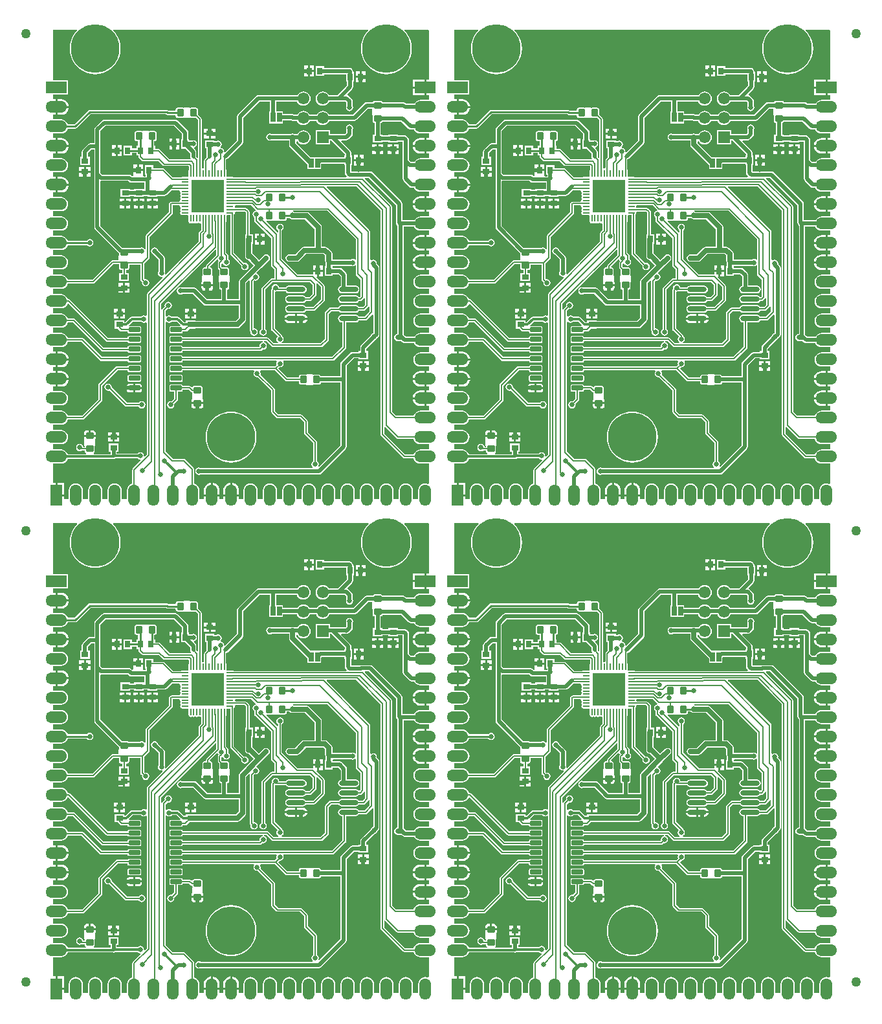
<source format=gtl>
G04 Layer_Physical_Order=1*
G04 Layer_Color=255*
%FSLAX25Y25*%
%MOIN*%
G70*
G01*
G75*
%ADD10C,0.05000*%
%ADD11R,0.03740X0.02953*%
%ADD12R,0.02953X0.03740*%
G04:AMPARAMS|DCode=13|XSize=39.37mil|YSize=35.43mil|CornerRadius=4.43mil|HoleSize=0mil|Usage=FLASHONLY|Rotation=0.000|XOffset=0mil|YOffset=0mil|HoleType=Round|Shape=RoundedRectangle|*
%AMROUNDEDRECTD13*
21,1,0.03937,0.02657,0,0,0.0*
21,1,0.03051,0.03543,0,0,0.0*
1,1,0.00886,0.01526,-0.01329*
1,1,0.00886,-0.01526,-0.01329*
1,1,0.00886,-0.01526,0.01329*
1,1,0.00886,0.01526,0.01329*
%
%ADD13ROUNDEDRECTD13*%
%ADD14R,0.02500X0.05000*%
G04:AMPARAMS|DCode=15|XSize=39.37mil|YSize=35.43mil|CornerRadius=4.43mil|HoleSize=0mil|Usage=FLASHONLY|Rotation=90.000|XOffset=0mil|YOffset=0mil|HoleType=Round|Shape=RoundedRectangle|*
%AMROUNDEDRECTD15*
21,1,0.03937,0.02657,0,0,90.0*
21,1,0.03051,0.03543,0,0,90.0*
1,1,0.00886,0.01329,0.01526*
1,1,0.00886,0.01329,-0.01526*
1,1,0.00886,-0.01329,-0.01526*
1,1,0.00886,-0.01329,0.01526*
%
%ADD15ROUNDEDRECTD15*%
G04:AMPARAMS|DCode=16|XSize=23.62mil|YSize=57.09mil|CornerRadius=1.18mil|HoleSize=0mil|Usage=FLASHONLY|Rotation=90.000|XOffset=0mil|YOffset=0mil|HoleType=Round|Shape=RoundedRectangle|*
%AMROUNDEDRECTD16*
21,1,0.02362,0.05472,0,0,90.0*
21,1,0.02126,0.05709,0,0,90.0*
1,1,0.00236,0.02736,0.01063*
1,1,0.00236,0.02736,-0.01063*
1,1,0.00236,-0.02736,-0.01063*
1,1,0.00236,-0.02736,0.01063*
%
%ADD16ROUNDEDRECTD16*%
%ADD17O,0.09842X0.02559*%
%ADD18R,0.16929X0.16929*%
%ADD19O,0.00945X0.03740*%
%ADD20O,0.03740X0.00945*%
%ADD21C,0.02000*%
%ADD22C,0.02500*%
%ADD23C,0.00800*%
%ADD24C,0.01200*%
%ADD25C,0.00600*%
%ADD26C,0.01000*%
%ADD27C,0.25000*%
%ADD28O,0.11000X0.06000*%
%ADD29R,0.11000X0.06000*%
%ADD30O,0.06000X0.11000*%
%ADD31R,0.06000X0.11000*%
%ADD32R,0.06102X0.06102*%
%ADD33C,0.06102*%
%ADD34C,0.02500*%
%ADD35C,0.01968*%
G36*
X406371Y501816D02*
Y476295D01*
X405030D01*
Y472295D01*
Y468294D01*
X406371D01*
Y465926D01*
X402030D01*
X401090Y465802D01*
X400214Y465439D01*
X399462Y464862D01*
X398885Y464110D01*
X398809Y463926D01*
X394706D01*
X394337Y464294D01*
X393808Y464648D01*
X393183Y464772D01*
X382559D01*
X382538Y464877D01*
X382307Y465222D01*
X381962Y465452D01*
X381556Y465533D01*
X378504D01*
X378097Y465452D01*
X377752Y465222D01*
X377522Y464877D01*
X377501Y464772D01*
X374376D01*
X373752Y464648D01*
X373223Y464294D01*
X367354Y458426D01*
X354954D01*
X354386Y459166D01*
X353623Y459752D01*
X352735Y460119D01*
X351782Y460245D01*
X350829Y460119D01*
X349940Y459752D01*
X349178Y459166D01*
X348610Y458426D01*
X344954D01*
X344386Y459166D01*
X343623Y459752D01*
X342735Y460119D01*
X341782Y460245D01*
X340829Y460119D01*
X339941Y459752D01*
X339178Y459166D01*
X338610Y458426D01*
X336804D01*
X336749Y458463D01*
X336124Y458587D01*
X331238D01*
Y460056D01*
X327776D01*
Y465163D01*
X338409D01*
X338593Y464721D01*
X339178Y463958D01*
X339941Y463373D01*
X340829Y463005D01*
X341782Y462880D01*
X342735Y463005D01*
X343623Y463373D01*
X344386Y463958D01*
X344971Y464721D01*
X345339Y465609D01*
X345465Y466562D01*
X345339Y467515D01*
X344971Y468404D01*
X344386Y469166D01*
X343623Y469752D01*
X342735Y470119D01*
X341782Y470245D01*
X340829Y470119D01*
X339941Y469752D01*
X339178Y469166D01*
X338610Y468426D01*
X318530D01*
X318530Y468426D01*
X317906Y468302D01*
X317376Y467948D01*
X308109Y458680D01*
X307755Y458151D01*
X307631Y457527D01*
Y445202D01*
X301352Y438924D01*
X300891Y439170D01*
X300916Y439294D01*
X300773Y440016D01*
X300364Y440628D01*
X299752Y441037D01*
X299188Y441149D01*
X299044Y441655D01*
X299120Y441705D01*
X299529Y442317D01*
X299672Y443039D01*
X299529Y443760D01*
X299120Y444372D01*
X298508Y444781D01*
X297786Y444925D01*
X297064Y444781D01*
X296897Y444670D01*
X296000D01*
Y445115D01*
X291060D01*
Y440962D01*
X291899D01*
Y436795D01*
X291954Y436516D01*
X290932Y435495D01*
X290733Y435197D01*
X290664Y434846D01*
Y430909D01*
X290163Y430565D01*
X290006Y430597D01*
X289849Y430565D01*
X289349Y430909D01*
Y455936D01*
X289279Y456287D01*
X289080Y456585D01*
X287442Y458224D01*
Y460844D01*
X287361Y461251D01*
X287130Y461596D01*
X286785Y461826D01*
X286378Y461907D01*
X283721D01*
X283491Y461861D01*
X283278Y462074D01*
X280128D01*
X279916Y461861D01*
X279685Y461907D01*
X277028D01*
X276621Y461826D01*
X276276Y461596D01*
X276046Y461251D01*
X275965Y460844D01*
Y460440D01*
X272325D01*
X272260Y460505D01*
X271896Y460748D01*
X271467Y460833D01*
X271467Y460833D01*
X231703D01*
X231274Y460748D01*
X230910Y460505D01*
X230910Y460505D01*
X223821Y453416D01*
X220462D01*
X220175Y454110D01*
X219598Y454862D01*
X218845Y455439D01*
X217970Y455802D01*
X217030Y455926D01*
X212929D01*
Y458260D01*
X214030D01*
Y462294D01*
Y466329D01*
X212929D01*
Y468694D01*
X220630D01*
Y475894D01*
X212929D01*
Y502110D01*
X225133Y502114D01*
X225306Y501645D01*
X225238Y501586D01*
X223899Y500018D01*
X222822Y498260D01*
X222032Y496355D01*
X221551Y494350D01*
X221389Y492295D01*
X221551Y490239D01*
X222032Y488234D01*
X222822Y486329D01*
X223899Y484571D01*
X225238Y483003D01*
X226806Y481664D01*
X228564Y480586D01*
X230469Y479797D01*
X232474Y479316D01*
X234530Y479154D01*
X236585Y479316D01*
X238591Y479797D01*
X240496Y480586D01*
X242254Y481664D01*
X243822Y483003D01*
X245161Y484571D01*
X246238Y486329D01*
X247027Y488234D01*
X247509Y490239D01*
X247670Y492295D01*
X247509Y494350D01*
X247027Y496355D01*
X246238Y498260D01*
X245161Y500018D01*
X243822Y501586D01*
X243747Y501650D01*
X243920Y502119D01*
X375187Y502160D01*
X375360Y501690D01*
X375238Y501586D01*
X373899Y500018D01*
X372822Y498260D01*
X372032Y496355D01*
X371551Y494350D01*
X371389Y492295D01*
X371551Y490239D01*
X372032Y488234D01*
X372822Y486329D01*
X373899Y484571D01*
X375238Y483003D01*
X376806Y481664D01*
X378564Y480586D01*
X380469Y479797D01*
X382474Y479316D01*
X384530Y479154D01*
X386585Y479316D01*
X388591Y479797D01*
X390496Y480586D01*
X392254Y481664D01*
X393822Y483003D01*
X395161Y484571D01*
X396238Y486329D01*
X397027Y488234D01*
X397509Y490239D01*
X397670Y492295D01*
X397509Y494350D01*
X397027Y496355D01*
X396238Y498260D01*
X395161Y500018D01*
X393822Y501586D01*
X393693Y501696D01*
X393866Y502165D01*
X406017Y502169D01*
X406371Y501816D01*
D02*
G37*
G36*
X199671D02*
Y476295D01*
X198330D01*
Y472295D01*
Y468294D01*
X199671D01*
Y465926D01*
X195330D01*
X194390Y465802D01*
X193514Y465439D01*
X192762Y464862D01*
X192185Y464110D01*
X192109Y463926D01*
X188006D01*
X187637Y464294D01*
X187108Y464648D01*
X186484Y464772D01*
X175859D01*
X175838Y464877D01*
X175607Y465222D01*
X175262Y465452D01*
X174855Y465533D01*
X171804D01*
X171397Y465452D01*
X171052Y465222D01*
X170822Y464877D01*
X170801Y464772D01*
X167676D01*
X167052Y464648D01*
X166523Y464294D01*
X160654Y458426D01*
X148254D01*
X147686Y459166D01*
X146923Y459752D01*
X146035Y460119D01*
X145082Y460245D01*
X144129Y460119D01*
X143240Y459752D01*
X142478Y459166D01*
X141910Y458426D01*
X138254D01*
X137686Y459166D01*
X136923Y459752D01*
X136035Y460119D01*
X135082Y460245D01*
X134129Y460119D01*
X133240Y459752D01*
X132478Y459166D01*
X131910Y458426D01*
X130104D01*
X130049Y458463D01*
X129424Y458587D01*
X124538D01*
Y460056D01*
X121076D01*
Y465163D01*
X131709D01*
X131893Y464721D01*
X132478Y463958D01*
X133240Y463373D01*
X134129Y463005D01*
X135082Y462880D01*
X136035Y463005D01*
X136923Y463373D01*
X137686Y463958D01*
X138271Y464721D01*
X138639Y465609D01*
X138765Y466562D01*
X138639Y467515D01*
X138271Y468404D01*
X137686Y469166D01*
X136923Y469752D01*
X136035Y470119D01*
X135082Y470245D01*
X134129Y470119D01*
X133240Y469752D01*
X132478Y469166D01*
X131910Y468426D01*
X111830D01*
X111830Y468426D01*
X111206Y468302D01*
X110676Y467948D01*
X101409Y458680D01*
X101055Y458151D01*
X100931Y457527D01*
Y445202D01*
X94652Y438924D01*
X94191Y439170D01*
X94216Y439294D01*
X94073Y440016D01*
X93664Y440628D01*
X93052Y441037D01*
X92488Y441149D01*
X92344Y441655D01*
X92420Y441705D01*
X92829Y442317D01*
X92972Y443039D01*
X92829Y443760D01*
X92420Y444372D01*
X91808Y444781D01*
X91086Y444925D01*
X90364Y444781D01*
X90197Y444670D01*
X89300D01*
Y445115D01*
X84360D01*
Y440962D01*
X85199D01*
Y436795D01*
X85254Y436516D01*
X84232Y435495D01*
X84033Y435197D01*
X83964Y434846D01*
Y430909D01*
X83464Y430565D01*
X83306Y430597D01*
X83149Y430565D01*
X82649Y430909D01*
Y455936D01*
X82579Y456287D01*
X82380Y456585D01*
X80742Y458224D01*
Y460844D01*
X80661Y461251D01*
X80430Y461596D01*
X80085Y461826D01*
X79678Y461907D01*
X77021D01*
X76791Y461861D01*
X76578Y462074D01*
X73428D01*
X73216Y461861D01*
X72985Y461907D01*
X70328D01*
X69921Y461826D01*
X69576Y461596D01*
X69346Y461251D01*
X69265Y460844D01*
Y460440D01*
X65625D01*
X65560Y460505D01*
X65196Y460748D01*
X64767Y460833D01*
X64767Y460833D01*
X25003D01*
X24574Y460748D01*
X24210Y460505D01*
X24210Y460505D01*
X17121Y453416D01*
X13762D01*
X13475Y454110D01*
X12898Y454862D01*
X12145Y455439D01*
X11270Y455802D01*
X10330Y455926D01*
X6229D01*
Y458260D01*
X7330D01*
Y462294D01*
Y466329D01*
X6229D01*
Y468694D01*
X13930D01*
Y475894D01*
X6229D01*
Y502110D01*
X18433Y502114D01*
X18607Y501645D01*
X18538Y501586D01*
X17199Y500018D01*
X16122Y498260D01*
X15333Y496355D01*
X14851Y494350D01*
X14689Y492295D01*
X14851Y490239D01*
X15333Y488234D01*
X16122Y486329D01*
X17199Y484571D01*
X18538Y483003D01*
X20106Y481664D01*
X21864Y480586D01*
X23769Y479797D01*
X25774Y479316D01*
X27830Y479154D01*
X29886Y479316D01*
X31891Y479797D01*
X33796Y480586D01*
X35554Y481664D01*
X37122Y483003D01*
X38461Y484571D01*
X39538Y486329D01*
X40327Y488234D01*
X40809Y490239D01*
X40970Y492295D01*
X40809Y494350D01*
X40327Y496355D01*
X39538Y498260D01*
X38461Y500018D01*
X37122Y501586D01*
X37047Y501650D01*
X37220Y502119D01*
X168487Y502160D01*
X168660Y501690D01*
X168538Y501586D01*
X167199Y500018D01*
X166122Y498260D01*
X165332Y496355D01*
X164851Y494350D01*
X164689Y492295D01*
X164851Y490239D01*
X165332Y488234D01*
X166122Y486329D01*
X167199Y484571D01*
X168538Y483003D01*
X170106Y481664D01*
X171864Y480586D01*
X173769Y479797D01*
X175774Y479316D01*
X177830Y479154D01*
X179885Y479316D01*
X181891Y479797D01*
X183796Y480586D01*
X185554Y481664D01*
X187122Y483003D01*
X188461Y484571D01*
X189538Y486329D01*
X190327Y488234D01*
X190809Y490239D01*
X190970Y492295D01*
X190809Y494350D01*
X190327Y496355D01*
X189538Y498260D01*
X188461Y500018D01*
X187122Y501586D01*
X186993Y501696D01*
X187166Y502165D01*
X199317Y502169D01*
X199671Y501816D01*
D02*
G37*
G36*
X324513Y460056D02*
X324294D01*
Y453856D01*
X331238D01*
Y455325D01*
X335606D01*
X335662Y455287D01*
X336286Y455163D01*
X338409D01*
X338593Y454721D01*
X339178Y453958D01*
X339941Y453373D01*
X340829Y453005D01*
X341782Y452879D01*
X342735Y453005D01*
X343623Y453373D01*
X344386Y453958D01*
X344971Y454721D01*
X345154Y455163D01*
X348409D01*
X348593Y454721D01*
X349178Y453958D01*
X349940Y453373D01*
X350829Y453005D01*
X351782Y452879D01*
X352735Y453005D01*
X353623Y453373D01*
X354386Y453958D01*
X354971Y454721D01*
X355154Y455163D01*
X368030D01*
X368654Y455287D01*
X369183Y455641D01*
X375052Y461510D01*
X377216D01*
X377274Y461369D01*
Y458220D01*
X377487Y458007D01*
X377441Y457777D01*
Y455119D01*
X377522Y454712D01*
X377752Y454367D01*
X378097Y454137D01*
X378399Y454077D01*
Y448127D01*
X377560D01*
Y443974D01*
X382500D01*
Y444419D01*
X385560D01*
Y443974D01*
X390500D01*
Y444419D01*
X392899D01*
Y434295D01*
Y425232D01*
X393023Y424607D01*
X393376Y424078D01*
X396313Y421141D01*
X396843Y420787D01*
X397467Y420663D01*
X397467Y420663D01*
X398809D01*
X398885Y420479D01*
X399462Y419727D01*
X400214Y419150D01*
X401090Y418787D01*
X402030Y418663D01*
X406371D01*
Y416329D01*
X405030D01*
Y412294D01*
Y408260D01*
X406371D01*
Y405926D01*
X402030D01*
X401090Y405802D01*
X400214Y405439D01*
X399462Y404862D01*
X398885Y404110D01*
X398809Y403926D01*
X392783D01*
Y412468D01*
X392659Y413092D01*
X392305Y413621D01*
X377345Y428582D01*
X376816Y428935D01*
X376191Y429060D01*
X371560D01*
X371087Y428966D01*
X366405D01*
Y432324D01*
X366850D01*
Y437265D01*
X366405D01*
Y438798D01*
X366281Y439423D01*
X365928Y439952D01*
X361178Y444701D01*
X361370Y445163D01*
X363611D01*
X363987Y445088D01*
X364611Y445213D01*
X365140Y445566D01*
X366715Y447141D01*
X367069Y447670D01*
X367193Y448294D01*
Y450556D01*
X367304Y450722D01*
X367448Y451444D01*
X367304Y452166D01*
X366895Y452778D01*
X366283Y453187D01*
X365561Y453330D01*
X364840Y453187D01*
X364228Y452778D01*
X363819Y452166D01*
X363675Y451444D01*
X363819Y450722D01*
X363930Y450556D01*
Y448970D01*
X363386Y448426D01*
X355433D01*
Y450213D01*
X348131D01*
Y442911D01*
X355433D01*
Y445163D01*
X356102D01*
X363143Y438123D01*
Y437265D01*
X362698D01*
Y436426D01*
X350923D01*
Y436434D01*
X345397D01*
X338172Y443659D01*
Y444488D01*
X338225Y444517D01*
X338672Y444617D01*
X339178Y443958D01*
X339941Y443373D01*
X340829Y443005D01*
X341782Y442879D01*
X342735Y443005D01*
X343623Y443373D01*
X344386Y443958D01*
X344971Y444721D01*
X345339Y445609D01*
X345465Y446562D01*
X345339Y447515D01*
X344971Y448404D01*
X344386Y449166D01*
X343623Y449752D01*
X342735Y450119D01*
X341782Y450245D01*
X340829Y450119D01*
X339941Y449752D01*
X339178Y449166D01*
X338610Y448426D01*
X337174D01*
X337008Y448537D01*
X336286Y448681D01*
X335564Y448537D01*
X335397Y448426D01*
X325418D01*
X325252Y448537D01*
X324530Y448681D01*
X323808Y448537D01*
X323196Y448128D01*
X322787Y447516D01*
X322644Y446795D01*
X322787Y446073D01*
X323196Y445461D01*
X323808Y445052D01*
X324530Y444908D01*
X325252Y445052D01*
X325418Y445163D01*
X334400D01*
Y442878D01*
X334543Y442156D01*
X334952Y441544D01*
X343980Y432516D01*
Y430234D01*
X350923D01*
Y432877D01*
X351209Y433163D01*
X362698D01*
Y432324D01*
X363143D01*
Y428216D01*
X363267Y427592D01*
X363620Y427062D01*
X364112Y426570D01*
X363905Y426070D01*
X305937D01*
X305799Y426163D01*
X305380Y426246D01*
X302585D01*
X302539Y426237D01*
X302114Y426662D01*
X302123Y426708D01*
Y429503D01*
X302040Y429922D01*
X301947Y430060D01*
Y435246D01*
X302154Y435287D01*
X302683Y435641D01*
X310416Y443373D01*
X310769Y443902D01*
X310894Y444527D01*
X310894Y444527D01*
Y456851D01*
X319206Y465163D01*
X324513D01*
Y460056D01*
D02*
G37*
G36*
X117813D02*
X117595D01*
Y453856D01*
X124538D01*
Y455325D01*
X128906D01*
X128962Y455287D01*
X129586Y455163D01*
X131709D01*
X131893Y454721D01*
X132478Y453958D01*
X133240Y453373D01*
X134129Y453005D01*
X135082Y452879D01*
X136035Y453005D01*
X136923Y453373D01*
X137686Y453958D01*
X138271Y454721D01*
X138454Y455163D01*
X141709D01*
X141893Y454721D01*
X142478Y453958D01*
X143240Y453373D01*
X144129Y453005D01*
X145082Y452879D01*
X146035Y453005D01*
X146923Y453373D01*
X147686Y453958D01*
X148271Y454721D01*
X148454Y455163D01*
X161330D01*
X161954Y455287D01*
X162483Y455641D01*
X168352Y461510D01*
X170516D01*
X170574Y461369D01*
Y458220D01*
X170787Y458007D01*
X170741Y457777D01*
Y455119D01*
X170822Y454712D01*
X171052Y454367D01*
X171397Y454137D01*
X171699Y454077D01*
Y448127D01*
X170860D01*
Y443974D01*
X175800D01*
Y444419D01*
X178860D01*
Y443974D01*
X183800D01*
Y444419D01*
X186199D01*
Y434295D01*
Y425232D01*
X186323Y424607D01*
X186676Y424078D01*
X189613Y421141D01*
X190143Y420787D01*
X190767Y420663D01*
X190767Y420663D01*
X192109D01*
X192185Y420479D01*
X192762Y419727D01*
X193514Y419150D01*
X194390Y418787D01*
X195330Y418663D01*
X199671D01*
Y416329D01*
X198330D01*
Y412294D01*
Y408260D01*
X199671D01*
Y405926D01*
X195330D01*
X194390Y405802D01*
X193514Y405439D01*
X192762Y404862D01*
X192185Y404110D01*
X192109Y403926D01*
X186083D01*
Y412468D01*
X185959Y413092D01*
X185606Y413621D01*
X170645Y428582D01*
X170116Y428935D01*
X169491Y429060D01*
X164860D01*
X164387Y428966D01*
X159705D01*
Y432324D01*
X160150D01*
Y437265D01*
X159705D01*
Y438798D01*
X159581Y439423D01*
X159228Y439952D01*
X154478Y444701D01*
X154670Y445163D01*
X156911D01*
X157287Y445088D01*
X157911Y445213D01*
X158440Y445566D01*
X160015Y447141D01*
X160369Y447670D01*
X160493Y448294D01*
Y450556D01*
X160604Y450722D01*
X160748Y451444D01*
X160604Y452166D01*
X160195Y452778D01*
X159583Y453187D01*
X158861Y453330D01*
X158140Y453187D01*
X157528Y452778D01*
X157119Y452166D01*
X156975Y451444D01*
X157119Y450722D01*
X157230Y450556D01*
Y448970D01*
X156686Y448426D01*
X148733D01*
Y450213D01*
X141431D01*
Y442911D01*
X148733D01*
Y445163D01*
X149402D01*
X156443Y438123D01*
Y437265D01*
X155998D01*
Y436426D01*
X144223D01*
Y436434D01*
X138697D01*
X131472Y443659D01*
Y444488D01*
X131525Y444517D01*
X131972Y444617D01*
X132478Y443958D01*
X133240Y443373D01*
X134129Y443005D01*
X135082Y442879D01*
X136035Y443005D01*
X136923Y443373D01*
X137686Y443958D01*
X138271Y444721D01*
X138639Y445609D01*
X138765Y446562D01*
X138639Y447515D01*
X138271Y448404D01*
X137686Y449166D01*
X136923Y449752D01*
X136035Y450119D01*
X135082Y450245D01*
X134129Y450119D01*
X133240Y449752D01*
X132478Y449166D01*
X131910Y448426D01*
X130474D01*
X130308Y448537D01*
X129586Y448681D01*
X128864Y448537D01*
X128697Y448426D01*
X118718D01*
X118552Y448537D01*
X117830Y448681D01*
X117108Y448537D01*
X116496Y448128D01*
X116087Y447516D01*
X115944Y446795D01*
X116087Y446073D01*
X116496Y445461D01*
X117108Y445052D01*
X117830Y444908D01*
X118552Y445052D01*
X118718Y445163D01*
X127700D01*
Y442878D01*
X127843Y442156D01*
X128252Y441544D01*
X137279Y432516D01*
Y430234D01*
X144223D01*
Y432877D01*
X144509Y433163D01*
X155998D01*
Y432324D01*
X156443D01*
Y428216D01*
X156567Y427592D01*
X156921Y427062D01*
X157412Y426570D01*
X157205Y426070D01*
X99237D01*
X99099Y426163D01*
X98680Y426246D01*
X95885D01*
X95840Y426237D01*
X95414Y426662D01*
X95423Y426708D01*
Y429503D01*
X95340Y429922D01*
X95248Y430060D01*
Y435246D01*
X95454Y435287D01*
X95983Y435641D01*
X103716Y443373D01*
X104069Y443902D01*
X104194Y444527D01*
X104193Y444527D01*
Y456851D01*
X112506Y465163D01*
X117813D01*
Y460056D01*
D02*
G37*
G36*
X271068Y458525D02*
X271068Y458525D01*
X271431Y458282D01*
X271861Y458197D01*
X271861Y458197D01*
X275965D01*
Y457793D01*
X276046Y457386D01*
X276276Y457041D01*
X276621Y456810D01*
X277028Y456729D01*
X279685D01*
X279916Y456775D01*
X280128Y456562D01*
X283278D01*
X283491Y456775D01*
X283721Y456729D01*
X286341D01*
X287514Y455556D01*
Y436315D01*
X287014Y436108D01*
X286606Y436516D01*
X286661Y436795D01*
Y439050D01*
X286537Y439675D01*
X286183Y440204D01*
X285413Y440975D01*
X285577Y441517D01*
X285752Y441552D01*
X286364Y441961D01*
X286773Y442573D01*
X286916Y443294D01*
X286773Y444016D01*
X286364Y444628D01*
X285752Y445037D01*
X285030Y445181D01*
X284308Y445037D01*
X284141Y444926D01*
X282862D01*
Y445765D01*
X282547D01*
Y449082D01*
X282423Y449706D01*
X282069Y450235D01*
X276951Y455353D01*
X276422Y455707D01*
X275798Y455831D01*
X239183D01*
X238559Y455707D01*
X238030Y455353D01*
X234487Y451810D01*
X234133Y451281D01*
X234009Y450657D01*
Y443627D01*
X231983D01*
X231358Y443503D01*
X230829Y443149D01*
X228053Y440373D01*
X227700Y439844D01*
X227576Y439220D01*
Y436552D01*
X226737D01*
Y432399D01*
X231677D01*
Y436552D01*
X230838D01*
Y438544D01*
X232658Y440364D01*
X234009D01*
Y427822D01*
Y400263D01*
X234133Y399639D01*
X234487Y399110D01*
X246691Y386905D01*
X246831Y386812D01*
Y386139D01*
X246877Y385909D01*
X246664Y385696D01*
Y383314D01*
X243530D01*
X243140Y383237D01*
X242809Y383015D01*
X233108Y373314D01*
X220504D01*
X220175Y374110D01*
X219598Y374862D01*
X218845Y375439D01*
X217970Y375802D01*
X217030Y375926D01*
X212929D01*
Y378663D01*
X217030D01*
X217970Y378787D01*
X218845Y379150D01*
X219598Y379727D01*
X220175Y380479D01*
X220537Y381355D01*
X220661Y382295D01*
X220537Y383234D01*
X220175Y384110D01*
X219598Y384862D01*
X218845Y385439D01*
X217970Y385802D01*
X217030Y385926D01*
X212929D01*
Y388663D01*
X217030D01*
X217970Y388787D01*
X218845Y389150D01*
X219598Y389727D01*
X220175Y390479D01*
X220462Y391173D01*
X230291D01*
X230369Y391055D01*
X230981Y390646D01*
X231703Y390503D01*
X232425Y390646D01*
X233037Y391055D01*
X233446Y391667D01*
X233451Y391693D01*
X233566Y391865D01*
X233651Y392295D01*
X233566Y392724D01*
X233504Y392816D01*
X233446Y393111D01*
X233037Y393723D01*
X232425Y394132D01*
X231703Y394275D01*
X230981Y394132D01*
X230369Y393723D01*
X230164Y393416D01*
X220462D01*
X220175Y394110D01*
X219598Y394862D01*
X218845Y395439D01*
X217970Y395802D01*
X217030Y395926D01*
X212929D01*
Y398663D01*
X217030D01*
X217970Y398787D01*
X218845Y399150D01*
X219598Y399727D01*
X220175Y400479D01*
X220537Y401355D01*
X220661Y402294D01*
X220537Y403234D01*
X220175Y404110D01*
X219598Y404862D01*
X218845Y405439D01*
X217970Y405802D01*
X217030Y405926D01*
X212929D01*
Y408663D01*
X217030D01*
X217970Y408787D01*
X218845Y409150D01*
X219598Y409727D01*
X220175Y410479D01*
X220537Y411355D01*
X220661Y412294D01*
X220537Y413234D01*
X220175Y414110D01*
X219598Y414862D01*
X218845Y415439D01*
X217970Y415802D01*
X217030Y415926D01*
X212929D01*
Y418260D01*
X214030D01*
Y422295D01*
Y426329D01*
X212929D01*
Y428663D01*
X217030D01*
X217970Y428787D01*
X218845Y429150D01*
X219598Y429727D01*
X220175Y430479D01*
X220537Y431355D01*
X220661Y432295D01*
X220537Y433234D01*
X220175Y434110D01*
X219598Y434862D01*
X218845Y435439D01*
X217970Y435802D01*
X217030Y435926D01*
X212929D01*
Y438260D01*
X214030D01*
Y442295D01*
Y446329D01*
X212929D01*
Y448663D01*
X217030D01*
X217970Y448787D01*
X218845Y449150D01*
X219598Y449727D01*
X220175Y450479D01*
X220462Y451173D01*
X224286D01*
X224286Y451173D01*
X224715Y451258D01*
X225079Y451501D01*
X232168Y458590D01*
X271002D01*
X271068Y458525D01*
D02*
G37*
G36*
X64368D02*
X64368Y458525D01*
X64731Y458282D01*
X65161Y458197D01*
X65161Y458197D01*
X69265D01*
Y457793D01*
X69346Y457386D01*
X69576Y457041D01*
X69921Y456810D01*
X70328Y456729D01*
X72985D01*
X73216Y456775D01*
X73428Y456562D01*
X76578D01*
X76791Y456775D01*
X77021Y456729D01*
X79641D01*
X80814Y455556D01*
Y436315D01*
X80314Y436108D01*
X79906Y436516D01*
X79961Y436795D01*
Y439050D01*
X79837Y439675D01*
X79483Y440204D01*
X78713Y440975D01*
X78877Y441517D01*
X79052Y441552D01*
X79664Y441961D01*
X80073Y442573D01*
X80216Y443294D01*
X80073Y444016D01*
X79664Y444628D01*
X79052Y445037D01*
X78330Y445181D01*
X77608Y445037D01*
X77442Y444926D01*
X76162D01*
Y445765D01*
X75847D01*
Y449082D01*
X75723Y449706D01*
X75369Y450235D01*
X70251Y455353D01*
X69722Y455707D01*
X69098Y455831D01*
X32483D01*
X31859Y455707D01*
X31330Y455353D01*
X27787Y451810D01*
X27433Y451281D01*
X27309Y450657D01*
Y443627D01*
X25283D01*
X24658Y443503D01*
X24129Y443149D01*
X21353Y440373D01*
X21000Y439844D01*
X20876Y439220D01*
Y436552D01*
X20037D01*
Y432399D01*
X24977D01*
Y436552D01*
X24138D01*
Y438544D01*
X25958Y440364D01*
X27309D01*
Y427822D01*
Y400263D01*
X27433Y399639D01*
X27787Y399110D01*
X39991Y386905D01*
X40131Y386812D01*
Y386139D01*
X40176Y385909D01*
X39964Y385696D01*
Y383314D01*
X36830D01*
X36440Y383237D01*
X36109Y383015D01*
X26408Y373314D01*
X13804D01*
X13475Y374110D01*
X12898Y374862D01*
X12145Y375439D01*
X11270Y375802D01*
X10330Y375926D01*
X6229D01*
Y378663D01*
X10330D01*
X11270Y378787D01*
X12145Y379150D01*
X12898Y379727D01*
X13475Y380479D01*
X13837Y381355D01*
X13961Y382295D01*
X13837Y383234D01*
X13475Y384110D01*
X12898Y384862D01*
X12145Y385439D01*
X11270Y385802D01*
X10330Y385926D01*
X6229D01*
Y388663D01*
X10330D01*
X11270Y388787D01*
X12145Y389150D01*
X12898Y389727D01*
X13475Y390479D01*
X13762Y391173D01*
X23591D01*
X23669Y391055D01*
X24281Y390646D01*
X25003Y390503D01*
X25725Y390646D01*
X26337Y391055D01*
X26746Y391667D01*
X26751Y391693D01*
X26866Y391865D01*
X26952Y392295D01*
X26866Y392724D01*
X26805Y392816D01*
X26746Y393111D01*
X26337Y393723D01*
X25725Y394132D01*
X25003Y394275D01*
X24281Y394132D01*
X23669Y393723D01*
X23464Y393416D01*
X13762D01*
X13475Y394110D01*
X12898Y394862D01*
X12145Y395439D01*
X11270Y395802D01*
X10330Y395926D01*
X6229D01*
Y398663D01*
X10330D01*
X11270Y398787D01*
X12145Y399150D01*
X12898Y399727D01*
X13475Y400479D01*
X13837Y401355D01*
X13961Y402294D01*
X13837Y403234D01*
X13475Y404110D01*
X12898Y404862D01*
X12145Y405439D01*
X11270Y405802D01*
X10330Y405926D01*
X6229D01*
Y408663D01*
X10330D01*
X11270Y408787D01*
X12145Y409150D01*
X12898Y409727D01*
X13475Y410479D01*
X13837Y411355D01*
X13961Y412294D01*
X13837Y413234D01*
X13475Y414110D01*
X12898Y414862D01*
X12145Y415439D01*
X11270Y415802D01*
X10330Y415926D01*
X6229D01*
Y418260D01*
X7330D01*
Y422295D01*
Y426329D01*
X6229D01*
Y428663D01*
X10330D01*
X11270Y428787D01*
X12145Y429150D01*
X12898Y429727D01*
X13475Y430479D01*
X13837Y431355D01*
X13961Y432295D01*
X13837Y433234D01*
X13475Y434110D01*
X12898Y434862D01*
X12145Y435439D01*
X11270Y435802D01*
X10330Y435926D01*
X6229D01*
Y438260D01*
X7330D01*
Y442295D01*
Y446329D01*
X6229D01*
Y448663D01*
X10330D01*
X11270Y448787D01*
X12145Y449150D01*
X12898Y449727D01*
X13475Y450479D01*
X13762Y451173D01*
X17586D01*
X17586Y451173D01*
X18015Y451258D01*
X18379Y451501D01*
X25468Y458590D01*
X64302D01*
X64368Y458525D01*
D02*
G37*
G36*
X279284Y448406D02*
Y445765D01*
X278709D01*
Y440824D01*
X280949D01*
X283399Y438375D01*
Y436795D01*
X283523Y436170D01*
X283829Y435712D01*
X283748Y435428D01*
X283618Y435212D01*
X272910D01*
X267679Y440443D01*
X267381Y440642D01*
X267030Y440712D01*
X265362D01*
Y442265D01*
X264998D01*
Y444706D01*
X265205D01*
X265612Y444787D01*
X265957Y445017D01*
X266188Y445362D01*
X266268Y445769D01*
Y448820D01*
X266188Y449227D01*
X265957Y449572D01*
X265612Y449802D01*
X265205Y449883D01*
X262548D01*
X262317Y449838D01*
X262105Y450050D01*
X258955D01*
X258742Y449838D01*
X258512Y449883D01*
X255855D01*
X255448Y449802D01*
X255103Y449572D01*
X254872Y449227D01*
X254791Y448820D01*
Y445769D01*
X254872Y445362D01*
X255103Y445017D01*
X255448Y444787D01*
X255855Y444706D01*
X256652D01*
Y442265D01*
X255698D01*
Y440916D01*
X253362D01*
Y442265D01*
X249209D01*
Y437324D01*
X253362D01*
Y438673D01*
X255698D01*
Y437324D01*
X256856D01*
Y436550D01*
X256926Y436199D01*
X257125Y435902D01*
X258381Y434646D01*
X258679Y434447D01*
X259030Y434377D01*
X267150D01*
X269381Y432146D01*
X269679Y431947D01*
X270030Y431877D01*
X282650D01*
X282789Y431737D01*
Y430060D01*
X282697Y429922D01*
X282614Y429503D01*
Y426708D01*
X282623Y426662D01*
X282197Y426237D01*
X282152Y426246D01*
X279357D01*
X278938Y426163D01*
X278800Y426070D01*
X274552D01*
X270179Y430443D01*
X269881Y430642D01*
X269530Y430712D01*
X264362D01*
Y432265D01*
X260209D01*
Y427324D01*
X260654D01*
Y426509D01*
X259453D01*
X259250Y426924D01*
X259250Y427008D01*
Y429294D01*
X256774D01*
X254298D01*
Y427008D01*
X254298Y426924D01*
X254221Y426767D01*
X253643Y426693D01*
X253329Y427007D01*
X252800Y427361D01*
X252176Y427485D01*
X238284D01*
X237271Y428498D01*
Y441995D01*
Y449981D01*
X239859Y452569D01*
X275122D01*
X279284Y448406D01*
D02*
G37*
G36*
X72584D02*
Y445765D01*
X72009D01*
Y440824D01*
X74249D01*
X76699Y438375D01*
Y436795D01*
X76823Y436170D01*
X77129Y435712D01*
X77048Y435428D01*
X76918Y435212D01*
X66210D01*
X60979Y440443D01*
X60681Y440642D01*
X60330Y440712D01*
X58662D01*
Y442265D01*
X58298D01*
Y444706D01*
X58505D01*
X58912Y444787D01*
X59257Y445017D01*
X59487Y445362D01*
X59568Y445769D01*
Y448820D01*
X59487Y449227D01*
X59257Y449572D01*
X58912Y449802D01*
X58505Y449883D01*
X55848D01*
X55617Y449838D01*
X55405Y450050D01*
X52255D01*
X52042Y449838D01*
X51812Y449883D01*
X49155D01*
X48748Y449802D01*
X48403Y449572D01*
X48172Y449227D01*
X48091Y448820D01*
Y445769D01*
X48172Y445362D01*
X48403Y445017D01*
X48748Y444787D01*
X49155Y444706D01*
X49952D01*
Y442265D01*
X48998D01*
Y440916D01*
X46662D01*
Y442265D01*
X42509D01*
Y437324D01*
X46662D01*
Y438673D01*
X48998D01*
Y437324D01*
X50156D01*
Y436550D01*
X50226Y436199D01*
X50425Y435902D01*
X51681Y434646D01*
X51979Y434447D01*
X52330Y434377D01*
X60450D01*
X62681Y432146D01*
X62979Y431947D01*
X63330Y431877D01*
X75950D01*
X76089Y431737D01*
Y430060D01*
X75997Y429922D01*
X75914Y429503D01*
Y426708D01*
X75923Y426662D01*
X75498Y426237D01*
X75452Y426246D01*
X72657D01*
X72238Y426163D01*
X72100Y426070D01*
X67852D01*
X63479Y430443D01*
X63181Y430642D01*
X62830Y430712D01*
X57662D01*
Y432265D01*
X53509D01*
Y427324D01*
X53954D01*
Y426509D01*
X52753D01*
X52550Y426924D01*
X52550Y427008D01*
Y429294D01*
X50074D01*
X47598D01*
Y427008D01*
X47598Y426924D01*
X47521Y426767D01*
X46943Y426693D01*
X46629Y427007D01*
X46100Y427361D01*
X45476Y427485D01*
X31584D01*
X30571Y428498D01*
Y441995D01*
Y449981D01*
X33159Y452569D01*
X68422D01*
X72584Y448406D01*
D02*
G37*
G36*
X395876Y451141D02*
X396406Y450787D01*
X397030Y450663D01*
X398809D01*
X398885Y450479D01*
X399462Y449727D01*
X400214Y449150D01*
X401090Y448787D01*
X402030Y448663D01*
X406371D01*
Y446329D01*
X405030D01*
Y442295D01*
Y438260D01*
X406371D01*
Y435926D01*
X402030D01*
X401090Y435802D01*
X400214Y435439D01*
X399462Y434862D01*
X398885Y434110D01*
X398809Y433926D01*
X397206D01*
X396161Y434970D01*
Y445295D01*
X396037Y445919D01*
X395683Y446448D01*
X394928Y447204D01*
X394398Y447558D01*
X393774Y447682D01*
X390500D01*
Y448127D01*
X385560D01*
Y447682D01*
X382500D01*
Y448127D01*
X381661D01*
Y454077D01*
X381962Y454137D01*
X382307Y454367D01*
X382538Y454712D01*
X382559Y454817D01*
X392201D01*
X395876Y451141D01*
D02*
G37*
G36*
X189176D02*
X189706Y450787D01*
X190330Y450663D01*
X192109D01*
X192185Y450479D01*
X192762Y449727D01*
X193514Y449150D01*
X194390Y448787D01*
X195330Y448663D01*
X199671D01*
Y446329D01*
X198330D01*
Y442295D01*
Y438260D01*
X199671D01*
Y435926D01*
X195330D01*
X194390Y435802D01*
X193514Y435439D01*
X192762Y434862D01*
X192185Y434110D01*
X192109Y433926D01*
X190506D01*
X189461Y434970D01*
Y445295D01*
X189337Y445919D01*
X188983Y446448D01*
X188227Y447204D01*
X187698Y447558D01*
X187074Y447682D01*
X183800D01*
Y448127D01*
X178860D01*
Y447682D01*
X175800D01*
Y448127D01*
X174961D01*
Y454077D01*
X175262Y454137D01*
X175607Y454367D01*
X175838Y454712D01*
X175859Y454817D01*
X185501D01*
X189176Y451141D01*
D02*
G37*
G36*
X251998Y423724D02*
X252528Y423370D01*
X253152Y423246D01*
X259993D01*
Y420144D01*
X259500Y420127D01*
Y420127D01*
X254560D01*
Y419682D01*
X252500D01*
Y420127D01*
X247560D01*
Y415974D01*
X252500D01*
Y416419D01*
X254560D01*
Y415974D01*
X259500D01*
Y416419D01*
X261560D01*
Y415974D01*
X266500D01*
Y416419D01*
X270286D01*
X270910Y416543D01*
X271439Y416897D01*
X274053Y419511D01*
X277950D01*
X278294Y419011D01*
X278263Y418854D01*
X278346Y418435D01*
X278584Y418080D01*
Y418052D01*
X278346Y417697D01*
X278263Y417279D01*
X278346Y416860D01*
X278584Y416506D01*
Y416477D01*
X278346Y416122D01*
X278263Y415704D01*
X278346Y415285D01*
X278575Y414917D01*
X278346Y414548D01*
X278263Y414129D01*
X278294Y413972D01*
X277950Y413472D01*
X273790D01*
X273439Y413402D01*
X273212Y413251D01*
X273140Y413237D01*
X272809Y413016D01*
X272588Y412685D01*
X272510Y412294D01*
Y408217D01*
X260809Y396515D01*
X260588Y396185D01*
X260510Y395795D01*
Y389242D01*
X260010Y389090D01*
X259809Y389392D01*
X259197Y389801D01*
X258475Y389945D01*
X257753Y389801D01*
X257586Y389690D01*
X251486D01*
X251352Y389779D01*
X250945Y389860D01*
X248350D01*
X237271Y400939D01*
Y423946D01*
X237609Y424222D01*
X251500D01*
X251998Y423724D01*
D02*
G37*
G36*
X45298D02*
X45828Y423370D01*
X46452Y423246D01*
X53293D01*
Y420144D01*
X52800Y420127D01*
Y420127D01*
X47860D01*
Y419682D01*
X45800D01*
Y420127D01*
X40860D01*
Y415974D01*
X45800D01*
Y416419D01*
X47860D01*
Y415974D01*
X52800D01*
Y416419D01*
X54860D01*
Y415974D01*
X59800D01*
Y416419D01*
X63586D01*
X64210Y416543D01*
X64739Y416897D01*
X67353Y419511D01*
X71250D01*
X71595Y419011D01*
X71563Y418854D01*
X71646Y418435D01*
X71883Y418080D01*
Y418052D01*
X71646Y417697D01*
X71563Y417279D01*
X71646Y416860D01*
X71883Y416506D01*
Y416477D01*
X71646Y416122D01*
X71563Y415704D01*
X71646Y415285D01*
X71875Y414917D01*
X71646Y414548D01*
X71563Y414129D01*
X71595Y413972D01*
X71250Y413472D01*
X67090D01*
X66739Y413402D01*
X66512Y413251D01*
X66440Y413237D01*
X66109Y413016D01*
X65888Y412685D01*
X65810Y412294D01*
Y408217D01*
X54109Y396515D01*
X53888Y396185D01*
X53810Y395795D01*
Y389242D01*
X53310Y389090D01*
X53109Y389392D01*
X52497Y389801D01*
X51775Y389945D01*
X51053Y389801D01*
X50886Y389690D01*
X44786D01*
X44652Y389779D01*
X44245Y389860D01*
X41650D01*
X30571Y400939D01*
Y423946D01*
X30909Y424222D01*
X44800D01*
X45298Y423724D01*
D02*
G37*
G36*
X368872Y394010D02*
Y383716D01*
X368373Y383552D01*
X367858Y383895D01*
X367136Y384039D01*
X366414Y383895D01*
X366248Y383784D01*
X356672D01*
Y386629D01*
X356528Y387351D01*
X356120Y387963D01*
X354297Y389786D01*
X353685Y390195D01*
X352963Y390338D01*
X351306D01*
Y400263D01*
X351162Y400985D01*
X350753Y401597D01*
X344722Y407628D01*
X344110Y408037D01*
X343388Y408181D01*
X336942D01*
X336756Y408305D01*
X336394Y408377D01*
X336443Y408877D01*
X354006D01*
X368872Y394010D01*
D02*
G37*
G36*
X162172D02*
Y383716D01*
X161672Y383552D01*
X161158Y383895D01*
X160436Y384039D01*
X159714Y383895D01*
X159548Y383784D01*
X149972D01*
Y386629D01*
X149829Y387351D01*
X149420Y387963D01*
X147597Y389786D01*
X146985Y390195D01*
X146263Y390338D01*
X144606D01*
Y400263D01*
X144462Y400985D01*
X144053Y401597D01*
X138022Y407628D01*
X137410Y408037D01*
X136688Y408181D01*
X130242D01*
X130056Y408305D01*
X129694Y408377D01*
X129743Y408877D01*
X147306D01*
X162172Y394010D01*
D02*
G37*
G36*
X312010Y408016D02*
Y396765D01*
X311698D01*
Y391824D01*
X311707D01*
Y385302D01*
X311850Y384580D01*
X312259Y383969D01*
X312871Y383560D01*
X313593Y383416D01*
X313599D01*
X316214Y380802D01*
X309109Y373697D01*
X308701Y373085D01*
X308557Y372364D01*
Y363312D01*
X302626D01*
Y368168D01*
X302927Y368228D01*
X303272Y368458D01*
X303502Y368803D01*
X303583Y369210D01*
Y371867D01*
X303538Y372097D01*
X303750Y372310D01*
Y375460D01*
X303538Y375673D01*
X303583Y375903D01*
Y378560D01*
X303502Y378967D01*
X303272Y379312D01*
X302927Y379543D01*
X302520Y379624D01*
X299900D01*
X299550Y379974D01*
Y381460D01*
X299766Y381630D01*
X299936Y381611D01*
X300353Y381474D01*
X300696Y380961D01*
X301308Y380552D01*
X302030Y380408D01*
X302752Y380552D01*
X303364Y380961D01*
X303773Y381573D01*
X303916Y382295D01*
X303773Y383016D01*
X303364Y383628D01*
X303093Y383809D01*
Y385696D01*
X303023Y386047D01*
X302824Y386345D01*
X301947Y387222D01*
Y402922D01*
X302040Y403061D01*
X302123Y403479D01*
Y406275D01*
X302114Y406320D01*
X302539Y406745D01*
X302585Y406737D01*
X304148D01*
Y386743D01*
X304218Y386392D01*
X304416Y386094D01*
X309836Y380675D01*
X309738Y380184D01*
X309882Y379462D01*
X310291Y378851D01*
X310903Y378442D01*
X311624Y378298D01*
X312346Y378442D01*
X312958Y378851D01*
X313367Y379462D01*
X313511Y380184D01*
X313367Y380906D01*
X312958Y381518D01*
X312346Y381927D01*
X311624Y382070D01*
X311134Y381973D01*
X305983Y387123D01*
Y406943D01*
X306153Y407057D01*
X306391Y407411D01*
X306474Y407830D01*
X306442Y407987D01*
X306787Y408487D01*
X311540D01*
X312010Y408016D01*
D02*
G37*
G36*
X105310D02*
Y396765D01*
X104998D01*
Y391824D01*
X105007D01*
Y385302D01*
X105150Y384580D01*
X105559Y383969D01*
X106171Y383560D01*
X106893Y383416D01*
X106899D01*
X109514Y380802D01*
X102410Y373697D01*
X102001Y373085D01*
X101857Y372364D01*
Y363312D01*
X95926D01*
Y368168D01*
X96227Y368228D01*
X96572Y368458D01*
X96803Y368803D01*
X96883Y369210D01*
Y371867D01*
X96838Y372097D01*
X97050Y372310D01*
Y375460D01*
X96838Y375673D01*
X96883Y375903D01*
Y378560D01*
X96803Y378967D01*
X96572Y379312D01*
X96227Y379543D01*
X95820Y379624D01*
X93200D01*
X92850Y379974D01*
Y381460D01*
X93066Y381630D01*
X93236Y381611D01*
X93653Y381474D01*
X93996Y380961D01*
X94608Y380552D01*
X95330Y380408D01*
X96052Y380552D01*
X96664Y380961D01*
X97073Y381573D01*
X97216Y382295D01*
X97073Y383016D01*
X96664Y383628D01*
X96393Y383809D01*
Y385696D01*
X96323Y386047D01*
X96124Y386345D01*
X95248Y387222D01*
Y402922D01*
X95340Y403061D01*
X95423Y403479D01*
Y406275D01*
X95414Y406320D01*
X95840Y406745D01*
X95885Y406737D01*
X97448D01*
Y386743D01*
X97518Y386392D01*
X97716Y386094D01*
X103136Y380675D01*
X103038Y380184D01*
X103182Y379462D01*
X103591Y378851D01*
X104203Y378442D01*
X104924Y378298D01*
X105646Y378442D01*
X106258Y378851D01*
X106667Y379462D01*
X106811Y380184D01*
X106667Y380906D01*
X106258Y381518D01*
X105646Y381927D01*
X104924Y382070D01*
X104434Y381973D01*
X99283Y387123D01*
Y406943D01*
X99454Y407057D01*
X99691Y407411D01*
X99774Y407830D01*
X99743Y407987D01*
X100087Y408487D01*
X104840D01*
X105310Y408016D01*
D02*
G37*
G36*
X278294Y411137D02*
X278263Y410980D01*
X278346Y410561D01*
X278575Y410192D01*
X278346Y409823D01*
X278263Y409405D01*
X278346Y408986D01*
X278584Y408632D01*
Y408603D01*
X278346Y408248D01*
X278263Y407830D01*
X278346Y407411D01*
X278584Y407057D01*
X278938Y406820D01*
X279357Y406737D01*
X282152D01*
X282197Y406745D01*
X282623Y406320D01*
X282614Y406275D01*
Y403479D01*
X282697Y403061D01*
X282934Y402706D01*
X283289Y402469D01*
X283707Y402386D01*
X284125Y402469D01*
X284480Y402706D01*
X284509D01*
X284863Y402469D01*
X285282Y402386D01*
X285700Y402469D01*
X286055Y402706D01*
X286084D01*
X286438Y402469D01*
X286857Y402386D01*
X287275Y402469D01*
X287630Y402706D01*
X287658D01*
X288013Y402469D01*
X288432Y402386D01*
X288589Y402417D01*
X289089Y402073D01*
Y398848D01*
X288181Y397940D01*
X287982Y397643D01*
X287912Y397292D01*
Y392975D01*
X270990Y376052D01*
X270529Y376299D01*
X270597Y376641D01*
X270454Y377363D01*
X270342Y377529D01*
Y384515D01*
X270218Y385139D01*
X269865Y385668D01*
X266950Y388584D01*
X266910Y388780D01*
X266501Y389392D01*
X265890Y389801D01*
X265168Y389945D01*
X264446Y389801D01*
X263834Y389392D01*
X263425Y388780D01*
X263281Y388058D01*
X263425Y387336D01*
X263834Y386724D01*
X264446Y386316D01*
X264642Y386277D01*
X267080Y383839D01*
Y377529D01*
X266968Y377363D01*
X266825Y376641D01*
X266968Y375919D01*
X267377Y375307D01*
X267989Y374898D01*
X268711Y374755D01*
X269053Y374823D01*
X269300Y374362D01*
X261369Y366432D01*
X261170Y366134D01*
X261101Y365783D01*
Y354880D01*
X260600Y354613D01*
X260378Y354762D01*
X259656Y354905D01*
X258934Y354762D01*
X258322Y354353D01*
X258248Y354242D01*
X253357D01*
X252888Y354149D01*
X252491Y353884D01*
X250094Y351486D01*
X249528D01*
Y352339D01*
X244587D01*
Y348187D01*
X246190D01*
X246337Y347967D01*
X247439Y346865D01*
X247770Y346644D01*
X248160Y346566D01*
X251266D01*
Y346523D01*
X251322Y346243D01*
X251481Y346005D01*
X251718Y345846D01*
X251998Y345791D01*
X257471D01*
X257751Y345846D01*
X257989Y346005D01*
X258147Y346243D01*
X258203Y346523D01*
Y348649D01*
X258147Y348929D01*
X257989Y349167D01*
X257751Y349325D01*
X257471Y349381D01*
X252156D01*
X251943Y349791D01*
X251933Y349865D01*
X253864Y351795D01*
X258248D01*
X258322Y351685D01*
X258934Y351276D01*
X259656Y351133D01*
X260378Y351276D01*
X260600Y351425D01*
X261101Y351158D01*
Y283320D01*
X260023Y282243D01*
X259562Y282489D01*
X259574Y282546D01*
X259430Y283268D01*
X259021Y283880D01*
X258409Y284289D01*
X257687Y284433D01*
X256966Y284289D01*
X256354Y283880D01*
X256330Y283845D01*
X245661D01*
Y284789D01*
X246500D01*
Y288942D01*
X241560D01*
Y284789D01*
X242399D01*
Y283518D01*
X233783D01*
X233701Y283771D01*
X233699Y284018D01*
X233981Y284206D01*
X234211Y284551D01*
X234292Y284958D01*
Y287615D01*
X234246Y287845D01*
X234459Y288058D01*
Y290895D01*
X234588Y291088D01*
X234700Y291651D01*
Y292479D01*
X231703D01*
X228706D01*
Y291651D01*
X228818Y291088D01*
X228947Y290895D01*
Y288058D01*
X229160Y287845D01*
X229114Y287615D01*
Y287204D01*
X228406D01*
X228328Y287599D01*
X227919Y288211D01*
X227307Y288620D01*
X226585Y288763D01*
X225863Y288620D01*
X225251Y288211D01*
X224842Y287599D01*
X224699Y286877D01*
X224842Y286155D01*
X225251Y285543D01*
X225863Y285135D01*
X226585Y284991D01*
X227307Y285135D01*
X227658Y285369D01*
X229114D01*
Y284958D01*
X229195Y284551D01*
X229426Y284206D01*
X229707Y284018D01*
X229705Y283771D01*
X229624Y283518D01*
X220420D01*
X220175Y284110D01*
X219598Y284862D01*
X218845Y285439D01*
X217970Y285802D01*
X217030Y285926D01*
X212929D01*
Y288663D01*
X217030D01*
X217970Y288787D01*
X218845Y289150D01*
X219598Y289727D01*
X220175Y290479D01*
X220537Y291355D01*
X220661Y292295D01*
X220537Y293234D01*
X220175Y294110D01*
X219598Y294862D01*
X218845Y295439D01*
X217970Y295802D01*
X217030Y295926D01*
X212929D01*
Y298663D01*
X217030D01*
X217970Y298787D01*
X218845Y299150D01*
X219598Y299727D01*
X220175Y300479D01*
X220504Y301275D01*
X228223D01*
X228613Y301353D01*
X228944Y301573D01*
X237936Y310566D01*
X238157Y310896D01*
X238234Y311287D01*
Y318738D01*
X246299Y326802D01*
X251266D01*
Y326523D01*
X251322Y326243D01*
X251481Y326005D01*
X251718Y325846D01*
X251998Y325791D01*
X257471D01*
X257751Y325846D01*
X257989Y326005D01*
X258147Y326243D01*
X258203Y326523D01*
Y328649D01*
X258147Y328929D01*
X257989Y329167D01*
X257751Y329325D01*
X257471Y329381D01*
X251998D01*
X251718Y329325D01*
X251481Y329167D01*
X251322Y328929D01*
X251305Y328842D01*
X245876D01*
X245486Y328764D01*
X245155Y328543D01*
X236494Y319882D01*
X236273Y319551D01*
X236195Y319161D01*
Y311709D01*
X227800Y303314D01*
X220504D01*
X220175Y304110D01*
X219598Y304862D01*
X218845Y305439D01*
X217970Y305802D01*
X217030Y305926D01*
X212929D01*
Y308663D01*
X217030D01*
X217970Y308787D01*
X218845Y309150D01*
X219598Y309727D01*
X220175Y310479D01*
X220537Y311355D01*
X220661Y312295D01*
X220537Y313234D01*
X220175Y314110D01*
X219598Y314862D01*
X218845Y315439D01*
X217970Y315802D01*
X217030Y315926D01*
X212929D01*
Y318260D01*
X214030D01*
Y322294D01*
Y326329D01*
X212929D01*
Y328260D01*
X214030D01*
Y332295D01*
Y336329D01*
X212929D01*
Y338663D01*
X217030D01*
X217970Y338787D01*
X218845Y339150D01*
X219598Y339727D01*
X220175Y340479D01*
X220504Y341275D01*
X227438D01*
X236888Y331825D01*
X237218Y331605D01*
X237609Y331527D01*
X251266D01*
Y331523D01*
X251322Y331243D01*
X251481Y331005D01*
X251718Y330846D01*
X251998Y330791D01*
X257471D01*
X257751Y330846D01*
X257989Y331005D01*
X258147Y331243D01*
X258203Y331523D01*
Y333649D01*
X258147Y333929D01*
X257989Y334167D01*
X257751Y334325D01*
X257471Y334381D01*
X251998D01*
X251718Y334325D01*
X251481Y334167D01*
X251322Y333929D01*
X251266Y333649D01*
Y333566D01*
X238031D01*
X228582Y343016D01*
X228251Y343236D01*
X227861Y343314D01*
X220504D01*
X220175Y344110D01*
X219598Y344862D01*
X218845Y345439D01*
X217970Y345802D01*
X217030Y345926D01*
X212929D01*
Y348663D01*
X217030D01*
X217970Y348787D01*
X218845Y349150D01*
X219598Y349727D01*
X220175Y350479D01*
X220504Y351275D01*
X222950D01*
X237675Y336550D01*
X238006Y336329D01*
X238396Y336251D01*
X251320D01*
X251322Y336243D01*
X251481Y336005D01*
X251718Y335846D01*
X251998Y335791D01*
X257471D01*
X257751Y335846D01*
X257989Y336005D01*
X258147Y336243D01*
X258203Y336523D01*
Y338649D01*
X258147Y338929D01*
X257989Y339167D01*
X257751Y339325D01*
X257471Y339381D01*
X251998D01*
X251718Y339325D01*
X251481Y339167D01*
X251322Y338929D01*
X251266Y338649D01*
Y338291D01*
X238818D01*
X224093Y353015D01*
X223763Y353237D01*
X223372Y353314D01*
X220504D01*
X220175Y354110D01*
X219598Y354862D01*
X218845Y355439D01*
X217970Y355802D01*
X217030Y355926D01*
X212929D01*
Y358663D01*
X217030D01*
X217970Y358787D01*
X218845Y359150D01*
X219598Y359727D01*
X220175Y360479D01*
X220310Y360807D01*
X220801Y360905D01*
X240037Y341668D01*
X240368Y341447D01*
X240758Y341369D01*
X251297D01*
X251322Y341243D01*
X251481Y341005D01*
X251718Y340846D01*
X251998Y340791D01*
X257471D01*
X257751Y340846D01*
X257989Y341005D01*
X258147Y341243D01*
X258203Y341523D01*
Y343649D01*
X258147Y343929D01*
X257989Y344167D01*
X257751Y344325D01*
X257471Y344381D01*
X251998D01*
X251718Y344325D01*
X251481Y344167D01*
X251322Y343929D01*
X251266Y343649D01*
Y343409D01*
X241181D01*
X221574Y363016D01*
X221243Y363236D01*
X220853Y363314D01*
X220504D01*
X220175Y364110D01*
X219598Y364862D01*
X218845Y365439D01*
X217970Y365802D01*
X217030Y365926D01*
X212929D01*
Y368663D01*
X217030D01*
X217970Y368787D01*
X218845Y369150D01*
X219598Y369727D01*
X220175Y370479D01*
X220504Y371275D01*
X233530D01*
X233920Y371353D01*
X234251Y371573D01*
X243952Y381275D01*
X246831D01*
Y379446D01*
X246912Y379039D01*
X247142Y378694D01*
X247487Y378464D01*
X247894Y378383D01*
X248400D01*
Y376749D01*
X246950D01*
Y372596D01*
X251890D01*
Y376749D01*
X250439D01*
Y378383D01*
X250945D01*
X251352Y378464D01*
X251697Y378694D01*
X251928Y379039D01*
X252009Y379446D01*
Y381121D01*
X257857D01*
Y373448D01*
X257934Y373058D01*
X258155Y372727D01*
X258717Y372165D01*
X258644Y371795D01*
X258787Y371073D01*
X259196Y370461D01*
X259808Y370052D01*
X260530Y369908D01*
X261252Y370052D01*
X261864Y370461D01*
X262273Y371073D01*
X262416Y371795D01*
X262273Y372516D01*
X261864Y373128D01*
X261252Y373537D01*
X260530Y373681D01*
X260298Y373635D01*
X259896Y373987D01*
Y381719D01*
X262251Y384073D01*
X262472Y384404D01*
X262549Y384794D01*
Y395372D01*
X274251Y407073D01*
X274472Y407404D01*
X274550Y407795D01*
Y411637D01*
X277950D01*
X278294Y411137D01*
D02*
G37*
G36*
X71595D02*
X71563Y410980D01*
X71646Y410561D01*
X71875Y410192D01*
X71646Y409823D01*
X71563Y409405D01*
X71646Y408986D01*
X71883Y408632D01*
Y408603D01*
X71646Y408248D01*
X71563Y407830D01*
X71646Y407411D01*
X71883Y407057D01*
X72238Y406820D01*
X72657Y406737D01*
X75452D01*
X75498Y406745D01*
X75923Y406320D01*
X75914Y406275D01*
Y403479D01*
X75997Y403061D01*
X76234Y402706D01*
X76589Y402469D01*
X77007Y402386D01*
X77425Y402469D01*
X77780Y402706D01*
X77809D01*
X78163Y402469D01*
X78582Y402386D01*
X79000Y402469D01*
X79355Y402706D01*
X79383D01*
X79738Y402469D01*
X80157Y402386D01*
X80575Y402469D01*
X80930Y402706D01*
X80958D01*
X81313Y402469D01*
X81731Y402386D01*
X81889Y402417D01*
X82389Y402073D01*
Y398848D01*
X81481Y397940D01*
X81282Y397643D01*
X81212Y397292D01*
Y392975D01*
X64290Y376052D01*
X63829Y376299D01*
X63897Y376641D01*
X63754Y377363D01*
X63642Y377529D01*
Y384515D01*
X63518Y385139D01*
X63165Y385668D01*
X60250Y388584D01*
X60210Y388780D01*
X59802Y389392D01*
X59189Y389801D01*
X58468Y389945D01*
X57746Y389801D01*
X57134Y389392D01*
X56725Y388780D01*
X56581Y388058D01*
X56725Y387336D01*
X57134Y386724D01*
X57746Y386316D01*
X57942Y386277D01*
X60380Y383839D01*
Y377529D01*
X60268Y377363D01*
X60125Y376641D01*
X60268Y375919D01*
X60677Y375307D01*
X61289Y374898D01*
X62011Y374755D01*
X62353Y374823D01*
X62600Y374362D01*
X54669Y366432D01*
X54470Y366134D01*
X54400Y365783D01*
Y354880D01*
X53900Y354613D01*
X53678Y354762D01*
X52956Y354905D01*
X52234Y354762D01*
X51622Y354353D01*
X51548Y354242D01*
X46657D01*
X46189Y354149D01*
X45792Y353884D01*
X43394Y351486D01*
X42828D01*
Y352339D01*
X37887D01*
Y348187D01*
X39490D01*
X39636Y347967D01*
X40739Y346865D01*
X41070Y346644D01*
X41460Y346566D01*
X44566D01*
Y346523D01*
X44622Y346243D01*
X44781Y346005D01*
X45018Y345846D01*
X45298Y345791D01*
X50771D01*
X51051Y345846D01*
X51289Y346005D01*
X51447Y346243D01*
X51503Y346523D01*
Y348649D01*
X51447Y348929D01*
X51289Y349167D01*
X51051Y349325D01*
X50771Y349381D01*
X45456D01*
X45243Y349791D01*
X45233Y349865D01*
X47164Y351795D01*
X51548D01*
X51622Y351685D01*
X52234Y351276D01*
X52956Y351133D01*
X53678Y351276D01*
X53900Y351425D01*
X54400Y351158D01*
Y283320D01*
X53323Y282243D01*
X52862Y282489D01*
X52874Y282546D01*
X52730Y283268D01*
X52321Y283880D01*
X51709Y284289D01*
X50987Y284433D01*
X50266Y284289D01*
X49654Y283880D01*
X49630Y283845D01*
X38961D01*
Y284789D01*
X39800D01*
Y288942D01*
X34860D01*
Y284789D01*
X35699D01*
Y283518D01*
X27082D01*
X27001Y283771D01*
X26999Y284018D01*
X27281Y284206D01*
X27511Y284551D01*
X27592Y284958D01*
Y287615D01*
X27546Y287845D01*
X27759Y288058D01*
Y290895D01*
X27888Y291088D01*
X28000Y291651D01*
Y292479D01*
X25003D01*
X22006D01*
Y291651D01*
X22118Y291088D01*
X22247Y290895D01*
Y288058D01*
X22460Y287845D01*
X22414Y287615D01*
Y287204D01*
X21706D01*
X21628Y287599D01*
X21219Y288211D01*
X20607Y288620D01*
X19885Y288763D01*
X19163Y288620D01*
X18551Y288211D01*
X18142Y287599D01*
X17999Y286877D01*
X18142Y286155D01*
X18551Y285543D01*
X19163Y285135D01*
X19885Y284991D01*
X20607Y285135D01*
X20958Y285369D01*
X22414D01*
Y284958D01*
X22495Y284551D01*
X22726Y284206D01*
X23007Y284018D01*
X23005Y283771D01*
X22924Y283518D01*
X13720D01*
X13475Y284110D01*
X12898Y284862D01*
X12145Y285439D01*
X11270Y285802D01*
X10330Y285926D01*
X6229D01*
Y288663D01*
X10330D01*
X11270Y288787D01*
X12145Y289150D01*
X12898Y289727D01*
X13475Y290479D01*
X13837Y291355D01*
X13961Y292295D01*
X13837Y293234D01*
X13475Y294110D01*
X12898Y294862D01*
X12145Y295439D01*
X11270Y295802D01*
X10330Y295926D01*
X6229D01*
Y298663D01*
X10330D01*
X11270Y298787D01*
X12145Y299150D01*
X12898Y299727D01*
X13475Y300479D01*
X13804Y301275D01*
X21523D01*
X21913Y301353D01*
X22244Y301573D01*
X31236Y310566D01*
X31457Y310896D01*
X31534Y311287D01*
Y318738D01*
X39599Y326802D01*
X44566D01*
Y326523D01*
X44622Y326243D01*
X44781Y326005D01*
X45018Y325846D01*
X45298Y325791D01*
X50771D01*
X51051Y325846D01*
X51289Y326005D01*
X51447Y326243D01*
X51503Y326523D01*
Y328649D01*
X51447Y328929D01*
X51289Y329167D01*
X51051Y329325D01*
X50771Y329381D01*
X45298D01*
X45018Y329325D01*
X44781Y329167D01*
X44622Y328929D01*
X44605Y328842D01*
X39176D01*
X38786Y328764D01*
X38455Y328543D01*
X29794Y319882D01*
X29573Y319551D01*
X29495Y319161D01*
Y311709D01*
X21101Y303314D01*
X13804D01*
X13475Y304110D01*
X12898Y304862D01*
X12145Y305439D01*
X11270Y305802D01*
X10330Y305926D01*
X6229D01*
Y308663D01*
X10330D01*
X11270Y308787D01*
X12145Y309150D01*
X12898Y309727D01*
X13475Y310479D01*
X13837Y311355D01*
X13961Y312295D01*
X13837Y313234D01*
X13475Y314110D01*
X12898Y314862D01*
X12145Y315439D01*
X11270Y315802D01*
X10330Y315926D01*
X6229D01*
Y318260D01*
X7330D01*
Y322294D01*
Y326329D01*
X6229D01*
Y328260D01*
X7330D01*
Y332295D01*
Y336329D01*
X6229D01*
Y338663D01*
X10330D01*
X11270Y338787D01*
X12145Y339150D01*
X12898Y339727D01*
X13475Y340479D01*
X13804Y341275D01*
X20738D01*
X30188Y331825D01*
X30518Y331605D01*
X30909Y331527D01*
X44566D01*
Y331523D01*
X44622Y331243D01*
X44781Y331005D01*
X45018Y330846D01*
X45298Y330791D01*
X50771D01*
X51051Y330846D01*
X51289Y331005D01*
X51447Y331243D01*
X51503Y331523D01*
Y333649D01*
X51447Y333929D01*
X51289Y334167D01*
X51051Y334325D01*
X50771Y334381D01*
X45298D01*
X45018Y334325D01*
X44781Y334167D01*
X44622Y333929D01*
X44566Y333649D01*
Y333566D01*
X31331D01*
X21882Y343016D01*
X21551Y343236D01*
X21161Y343314D01*
X13804D01*
X13475Y344110D01*
X12898Y344862D01*
X12145Y345439D01*
X11270Y345802D01*
X10330Y345926D01*
X6229D01*
Y348663D01*
X10330D01*
X11270Y348787D01*
X12145Y349150D01*
X12898Y349727D01*
X13475Y350479D01*
X13804Y351275D01*
X16250D01*
X30975Y336550D01*
X31306Y336329D01*
X31696Y336251D01*
X44620D01*
X44622Y336243D01*
X44781Y336005D01*
X45018Y335846D01*
X45298Y335791D01*
X50771D01*
X51051Y335846D01*
X51289Y336005D01*
X51447Y336243D01*
X51503Y336523D01*
Y338649D01*
X51447Y338929D01*
X51289Y339167D01*
X51051Y339325D01*
X50771Y339381D01*
X45298D01*
X45018Y339325D01*
X44781Y339167D01*
X44622Y338929D01*
X44566Y338649D01*
Y338291D01*
X32118D01*
X17393Y353015D01*
X17063Y353237D01*
X16672Y353314D01*
X13804D01*
X13475Y354110D01*
X12898Y354862D01*
X12145Y355439D01*
X11270Y355802D01*
X10330Y355926D01*
X6229D01*
Y358663D01*
X10330D01*
X11270Y358787D01*
X12145Y359150D01*
X12898Y359727D01*
X13475Y360479D01*
X13610Y360807D01*
X14101Y360905D01*
X33337Y341668D01*
X33668Y341447D01*
X34058Y341369D01*
X44597D01*
X44622Y341243D01*
X44781Y341005D01*
X45018Y340846D01*
X45298Y340791D01*
X50771D01*
X51051Y340846D01*
X51289Y341005D01*
X51447Y341243D01*
X51503Y341523D01*
Y343649D01*
X51447Y343929D01*
X51289Y344167D01*
X51051Y344325D01*
X50771Y344381D01*
X45298D01*
X45018Y344325D01*
X44781Y344167D01*
X44622Y343929D01*
X44566Y343649D01*
Y343409D01*
X34481D01*
X14874Y363016D01*
X14543Y363236D01*
X14153Y363314D01*
X13804D01*
X13475Y364110D01*
X12898Y364862D01*
X12145Y365439D01*
X11270Y365802D01*
X10330Y365926D01*
X6229D01*
Y368663D01*
X10330D01*
X11270Y368787D01*
X12145Y369150D01*
X12898Y369727D01*
X13475Y370479D01*
X13804Y371275D01*
X26830D01*
X27220Y371353D01*
X27551Y371573D01*
X37252Y381275D01*
X40131D01*
Y379446D01*
X40212Y379039D01*
X40442Y378694D01*
X40787Y378464D01*
X41194Y378383D01*
X41700D01*
Y376749D01*
X40250D01*
Y372596D01*
X45190D01*
Y376749D01*
X43739D01*
Y378383D01*
X44245D01*
X44652Y378464D01*
X44997Y378694D01*
X45228Y379039D01*
X45309Y379446D01*
Y381121D01*
X51157D01*
Y373448D01*
X51234Y373058D01*
X51455Y372727D01*
X52017Y372165D01*
X51944Y371795D01*
X52087Y371073D01*
X52496Y370461D01*
X53108Y370052D01*
X53830Y369908D01*
X54552Y370052D01*
X55164Y370461D01*
X55573Y371073D01*
X55716Y371795D01*
X55573Y372516D01*
X55164Y373128D01*
X54552Y373537D01*
X53830Y373681D01*
X53598Y373635D01*
X53196Y373987D01*
Y381719D01*
X55551Y384073D01*
X55772Y384404D01*
X55849Y384794D01*
Y395372D01*
X67551Y407073D01*
X67772Y407404D01*
X67849Y407795D01*
Y411637D01*
X71250D01*
X71595Y411137D01*
D02*
G37*
G36*
X381573Y408938D02*
Y293570D01*
X381643Y293219D01*
X381842Y292921D01*
X393117Y281646D01*
X393415Y281447D01*
X393766Y281377D01*
X398520D01*
X398523Y281355D01*
X398885Y280479D01*
X399462Y279727D01*
X400214Y279150D01*
X401090Y278787D01*
X402030Y278663D01*
X406371D01*
Y268470D01*
X405871Y268136D01*
X405470Y268302D01*
X404530Y268426D01*
X403590Y268302D01*
X402714Y267939D01*
X401962Y267362D01*
X401385Y266610D01*
X401023Y265734D01*
X400899Y264794D01*
Y260229D01*
X398161D01*
Y264794D01*
X398037Y265734D01*
X397674Y266610D01*
X397097Y267362D01*
X396345Y267939D01*
X395470Y268302D01*
X394530Y268426D01*
X393590Y268302D01*
X392714Y267939D01*
X391962Y267362D01*
X391385Y266610D01*
X391023Y265734D01*
X390899Y264794D01*
Y260229D01*
X388161D01*
Y264794D01*
X388037Y265734D01*
X387674Y266610D01*
X387098Y267362D01*
X386345Y267939D01*
X385470Y268302D01*
X384530Y268426D01*
X383590Y268302D01*
X382714Y267939D01*
X381962Y267362D01*
X381385Y266610D01*
X381023Y265734D01*
X380899Y264794D01*
Y260229D01*
X378161D01*
Y264794D01*
X378037Y265734D01*
X377675Y266610D01*
X377098Y267362D01*
X376345Y267939D01*
X375470Y268302D01*
X374530Y268426D01*
X373590Y268302D01*
X372714Y267939D01*
X371962Y267362D01*
X371385Y266610D01*
X371023Y265734D01*
X370899Y264794D01*
Y260229D01*
X368161D01*
Y264794D01*
X368037Y265734D01*
X367674Y266610D01*
X367097Y267362D01*
X366345Y267939D01*
X365470Y268302D01*
X364530Y268426D01*
X363590Y268302D01*
X362714Y267939D01*
X361962Y267362D01*
X361385Y266610D01*
X361023Y265734D01*
X360899Y264794D01*
Y260229D01*
X358161D01*
Y264794D01*
X358037Y265734D01*
X357675Y266610D01*
X357098Y267362D01*
X356345Y267939D01*
X355470Y268302D01*
X354530Y268426D01*
X353590Y268302D01*
X352714Y267939D01*
X351962Y267362D01*
X351385Y266610D01*
X351023Y265734D01*
X350899Y264794D01*
Y260229D01*
X348161D01*
Y264794D01*
X348037Y265734D01*
X347674Y266610D01*
X347097Y267362D01*
X346345Y267939D01*
X345470Y268302D01*
X344530Y268426D01*
X343590Y268302D01*
X342714Y267939D01*
X341962Y267362D01*
X341385Y266610D01*
X341023Y265734D01*
X340899Y264794D01*
Y260229D01*
X338161D01*
Y264794D01*
X338037Y265734D01*
X337674Y266610D01*
X337098Y267362D01*
X336345Y267939D01*
X335470Y268302D01*
X334530Y268426D01*
X333590Y268302D01*
X332714Y267939D01*
X331962Y267362D01*
X331385Y266610D01*
X331023Y265734D01*
X330899Y264794D01*
Y260229D01*
X328161D01*
Y264794D01*
X328037Y265734D01*
X327675Y266610D01*
X327098Y267362D01*
X326345Y267939D01*
X325470Y268302D01*
X324530Y268426D01*
X323590Y268302D01*
X322714Y267939D01*
X321962Y267362D01*
X321385Y266610D01*
X321023Y265734D01*
X320899Y264794D01*
Y260229D01*
X318161D01*
Y264794D01*
X318037Y265734D01*
X317674Y266610D01*
X317097Y267362D01*
X316345Y267939D01*
X315470Y268302D01*
X314530Y268426D01*
X313590Y268302D01*
X312714Y267939D01*
X311962Y267362D01*
X311385Y266610D01*
X311023Y265734D01*
X310899Y264794D01*
Y260229D01*
X308564D01*
Y261794D01*
X304530D01*
X300495D01*
Y260229D01*
X298564D01*
Y261794D01*
X294530D01*
X290495D01*
Y260229D01*
X288161D01*
Y264794D01*
X288037Y265734D01*
X287674Y266610D01*
X287098Y267362D01*
X286345Y267939D01*
X285549Y268269D01*
Y275783D01*
X285472Y276173D01*
X285251Y276504D01*
X280849Y280905D01*
X280519Y281126D01*
X280128Y281204D01*
X274645D01*
X270912Y284937D01*
Y351456D01*
X271412Y351620D01*
X271926Y351276D01*
X272648Y351133D01*
X273370Y351276D01*
X273982Y351685D01*
X274056Y351795D01*
X276472D01*
X278386Y349881D01*
X278179Y349381D01*
X273455D01*
X273175Y349325D01*
X272937Y349167D01*
X272779Y348929D01*
X272723Y348649D01*
Y346523D01*
X272779Y346243D01*
X272937Y346005D01*
X273175Y345846D01*
X273455Y345791D01*
X278928D01*
X279208Y345846D01*
X279445Y346005D01*
X279604Y346243D01*
X279660Y346523D01*
Y346566D01*
X280995D01*
X281385Y346644D01*
X281715Y346865D01*
X283037Y348187D01*
X286142D01*
Y348377D01*
X307687D01*
X308409Y348520D01*
X309021Y348929D01*
X311777Y351685D01*
X312186Y352297D01*
X312330Y353019D01*
Y362074D01*
Y371582D01*
X313812Y373065D01*
X314273Y372818D01*
X314250Y372704D01*
Y347507D01*
X314320Y347156D01*
X314519Y346858D01*
X314560Y346817D01*
X314463Y346326D01*
X314606Y345604D01*
X315015Y344992D01*
X315627Y344583D01*
X316349Y344440D01*
X317071Y344583D01*
X317683Y344992D01*
X318092Y345604D01*
X318235Y346326D01*
X318092Y347048D01*
X317683Y347660D01*
X317071Y348069D01*
X316349Y348212D01*
X316085Y348429D01*
Y372324D01*
X316645Y372884D01*
X317136Y372786D01*
X317858Y372930D01*
X318470Y373339D01*
X318879Y373951D01*
X319022Y374672D01*
X318879Y375394D01*
X318470Y376006D01*
X317858Y376415D01*
X317798Y376427D01*
X317653Y376905D01*
X320081Y379334D01*
X320242Y379441D01*
X320242Y379441D01*
X323982Y383181D01*
X324391Y383793D01*
X324534Y384515D01*
X324391Y385237D01*
X323982Y385849D01*
X323370Y386258D01*
X322648Y386401D01*
X321926Y386258D01*
X321314Y385849D01*
X318908Y383442D01*
X315714Y386636D01*
X315479Y386793D01*
Y391824D01*
X315850D01*
Y396765D01*
X314050D01*
Y408294D01*
X313972Y408685D01*
X313751Y409016D01*
X313420Y409236D01*
X313377Y409245D01*
X312568Y410054D01*
X312271Y410253D01*
X311920Y410322D01*
X306787D01*
X306442Y410822D01*
X306474Y410980D01*
X306442Y411137D01*
X306787Y411637D01*
X314996D01*
X317322Y409311D01*
X317180Y408773D01*
X316808Y408699D01*
X316196Y408290D01*
X315787Y407678D01*
X315644Y406956D01*
X315787Y406234D01*
X316196Y405622D01*
X316510Y405412D01*
Y403774D01*
X316588Y403384D01*
X316809Y403053D01*
X325065Y394797D01*
Y380685D01*
X325143Y380294D01*
X325364Y379964D01*
X326747Y378581D01*
Y374117D01*
X325404D01*
X325014Y374040D01*
X324683Y373819D01*
X320352Y369488D01*
X320131Y369157D01*
X320054Y368767D01*
Y347870D01*
X319739Y347660D01*
X319331Y347048D01*
X319187Y346326D01*
X319331Y345604D01*
X319739Y344992D01*
X320351Y344583D01*
X321073Y344440D01*
X321795Y344583D01*
X322407Y344992D01*
X322816Y345604D01*
X322959Y346326D01*
X322816Y347048D01*
X322407Y347660D01*
X322093Y347870D01*
Y368345D01*
X325826Y372078D01*
X345060D01*
X346432Y370707D01*
Y366040D01*
X344706Y364314D01*
X343168D01*
X342944Y364650D01*
X342322Y365065D01*
X341589Y365211D01*
X334306D01*
X333572Y365065D01*
X332950Y364650D01*
X332535Y364028D01*
X332389Y363295D01*
X332535Y362561D01*
X332950Y361939D01*
X333572Y361524D01*
X334306Y361378D01*
X341589D01*
X342322Y361524D01*
X342944Y361939D01*
X343168Y362275D01*
X345128D01*
X345518Y362352D01*
X345849Y362574D01*
X348172Y364896D01*
X348393Y365227D01*
X348471Y365617D01*
Y371129D01*
X348440Y371285D01*
X348901Y371532D01*
X350864Y369568D01*
Y363242D01*
X346835Y359212D01*
X343236D01*
X342944Y359650D01*
X342322Y360065D01*
X341589Y360211D01*
X334306D01*
X333572Y360065D01*
X332950Y359650D01*
X332535Y359028D01*
X332389Y358295D01*
X332535Y357561D01*
X332950Y356939D01*
X333572Y356524D01*
X334306Y356378D01*
X341589D01*
X342322Y356524D01*
X342944Y356939D01*
X343236Y357377D01*
X347215D01*
X347566Y357447D01*
X347864Y357646D01*
X352431Y362213D01*
X352630Y362510D01*
X352699Y362861D01*
Y369948D01*
X352630Y370299D01*
X352431Y370597D01*
X348565Y374463D01*
X348757Y374924D01*
X348774D01*
Y377294D01*
X346798D01*
Y376094D01*
X346664Y375984D01*
X338776D01*
X330652Y384108D01*
Y398651D01*
X331068Y398929D01*
X331477Y399541D01*
X331621Y400263D01*
X331477Y400985D01*
X331068Y401597D01*
X330456Y402006D01*
X329735Y402149D01*
X329013Y402006D01*
X328401Y401597D01*
X327992Y400985D01*
X327848Y400263D01*
X327992Y399541D01*
X328401Y398929D01*
X328817Y398651D01*
Y397818D01*
X328317Y397611D01*
X322702Y403226D01*
X322798Y403528D01*
X322929Y403706D01*
X325512D01*
X325742Y403751D01*
X325955Y403539D01*
X329105D01*
X329317Y403751D01*
X329548Y403706D01*
X332205D01*
X332612Y403787D01*
X332957Y404017D01*
X333188Y404362D01*
X333268Y404769D01*
Y405173D01*
X334558D01*
X334700Y404961D01*
X335312Y404552D01*
X336034Y404408D01*
X342607D01*
X347533Y399482D01*
Y390338D01*
X342333D01*
X341611Y390195D01*
X340999Y389786D01*
X337615Y386401D01*
X334459D01*
X333737Y386258D01*
X333125Y385849D01*
X332716Y385237D01*
X332573Y384515D01*
X332716Y383793D01*
X333125Y383181D01*
X333737Y382772D01*
X334459Y382629D01*
X338396D01*
X339118Y382772D01*
X339730Y383181D01*
X343114Y386566D01*
X352182D01*
X352900Y385848D01*
Y383039D01*
X353043Y382317D01*
X353154Y382150D01*
Y380265D01*
X352709D01*
Y375324D01*
X356862D01*
Y376163D01*
X359854D01*
X361021Y374997D01*
Y370121D01*
X360737Y370065D01*
X360116Y369650D01*
X359700Y369028D01*
X359555Y368295D01*
X359700Y367561D01*
X360116Y366939D01*
X360737Y366524D01*
X361471Y366378D01*
X368754D01*
X369488Y366524D01*
X370109Y366939D01*
X370525Y367561D01*
X370671Y368295D01*
X370525Y369028D01*
X370109Y369650D01*
X369488Y370065D01*
X368754Y370211D01*
X364283D01*
Y375673D01*
X364159Y376297D01*
X363806Y376826D01*
X361683Y378948D01*
X361154Y379302D01*
X360530Y379426D01*
X356862D01*
Y380265D01*
X357256Y380521D01*
X366248D01*
X366414Y380410D01*
X367136Y380266D01*
X367858Y380410D01*
X368373Y380754D01*
X368872Y380590D01*
Y376247D01*
X368950Y375857D01*
X369171Y375526D01*
X371235Y373463D01*
Y364859D01*
X370786Y364409D01*
X370245Y364446D01*
X370109Y364650D01*
X369488Y365065D01*
X368754Y365211D01*
X361471D01*
X360737Y365065D01*
X360116Y364650D01*
X359700Y364028D01*
X359555Y363295D01*
X359700Y362561D01*
X360116Y361939D01*
X360737Y361524D01*
X361471Y361378D01*
X368754D01*
X369488Y361524D01*
X370109Y361939D01*
X370334Y362275D01*
X371113D01*
X371503Y362352D01*
X371834Y362574D01*
X372975Y363715D01*
X373097Y363897D01*
X373597Y363746D01*
Y360528D01*
X372383Y359314D01*
X370334D01*
X370109Y359650D01*
X369488Y360065D01*
X368754Y360211D01*
X361471D01*
X360737Y360065D01*
X360116Y359650D01*
X359786Y359157D01*
X355719D01*
X355329Y359079D01*
X354998Y358858D01*
X353029Y356890D01*
X352808Y356559D01*
X352731Y356169D01*
Y342811D01*
X350572Y340653D01*
X330777D01*
X330625Y341153D01*
X331068Y341449D01*
X331477Y342061D01*
X331621Y342783D01*
X331477Y343505D01*
X331068Y344116D01*
X330754Y344326D01*
Y344357D01*
X330677Y344748D01*
X330456Y345078D01*
X327211Y348323D01*
Y367142D01*
X327372Y367274D01*
X327829Y367365D01*
X327848Y367353D01*
X328239Y367275D01*
X332726D01*
X332950Y366939D01*
X333572Y366524D01*
X334306Y366378D01*
X341589D01*
X342322Y366524D01*
X342944Y366939D01*
X343359Y367561D01*
X343505Y368295D01*
X343359Y369028D01*
X342944Y369650D01*
X342322Y370065D01*
X341589Y370211D01*
X334306D01*
X333572Y370065D01*
X332950Y369650D01*
X332726Y369314D01*
X329228D01*
X329115Y369882D01*
X328706Y370494D01*
X328094Y370903D01*
X327372Y371047D01*
X326651Y370903D01*
X326039Y370494D01*
X325630Y369882D01*
X325486Y369161D01*
X325560Y368790D01*
X325470Y368701D01*
X325249Y368370D01*
X325172Y367980D01*
Y347901D01*
X325249Y347511D01*
X325470Y347180D01*
X328413Y344237D01*
X328401Y344116D01*
X327992Y343505D01*
X327848Y342783D01*
X327992Y342061D01*
X328401Y341449D01*
X328844Y341153D01*
X328693Y340653D01*
X326614D01*
X323959Y343307D01*
X323629Y343528D01*
X323239Y343605D01*
X279660D01*
Y343649D01*
X279604Y343929D01*
X279445Y344167D01*
X279208Y344325D01*
X278928Y344381D01*
X273455D01*
X273175Y344325D01*
X272937Y344167D01*
X272779Y343929D01*
X272723Y343649D01*
Y341523D01*
X272779Y341243D01*
X272937Y341005D01*
X273175Y340846D01*
X273455Y340791D01*
X278928D01*
X279208Y340846D01*
X279445Y341005D01*
X279604Y341243D01*
X279660Y341523D01*
Y341566D01*
X320725D01*
X320775Y341066D01*
X320351Y340982D01*
X319739Y340573D01*
X319331Y339961D01*
X319187Y339239D01*
X319233Y339008D01*
X318881Y338605D01*
X279660D01*
Y338649D01*
X279604Y338929D01*
X279445Y339167D01*
X279208Y339325D01*
X278928Y339381D01*
X273455D01*
X273175Y339325D01*
X272937Y339167D01*
X272779Y338929D01*
X272723Y338649D01*
Y336523D01*
X272779Y336243D01*
X272937Y336005D01*
X273175Y335846D01*
X273455Y335791D01*
X278928D01*
X279208Y335846D01*
X279445Y336005D01*
X279604Y336243D01*
X279660Y336523D01*
Y336566D01*
X319420D01*
X319810Y336644D01*
X320141Y336865D01*
X320703Y337427D01*
X321073Y337353D01*
X321795Y337497D01*
X322407Y337906D01*
X322816Y338517D01*
X322959Y339239D01*
X322816Y339961D01*
X322407Y340573D01*
X321795Y340982D01*
X321372Y341066D01*
X321421Y341566D01*
X322816D01*
X325470Y338912D01*
X325801Y338691D01*
X326191Y338614D01*
X350994D01*
X351385Y338691D01*
X351715Y338912D01*
X354471Y341668D01*
X354692Y341999D01*
X354770Y342389D01*
Y355746D01*
X356141Y357117D01*
X359997D01*
X360116Y356939D01*
X360737Y356524D01*
X361471Y356378D01*
X368754D01*
X369488Y356524D01*
X370109Y356939D01*
X370334Y357275D01*
X372806D01*
X373196Y357352D01*
X373527Y357574D01*
X375338Y359385D01*
X375459Y359567D01*
X375959Y359415D01*
Y356984D01*
X373289Y354314D01*
X370334D01*
X370109Y354650D01*
X369488Y355065D01*
X368754Y355211D01*
X361471D01*
X360737Y355065D01*
X360116Y354650D01*
X359700Y354028D01*
X359555Y353294D01*
X359700Y352561D01*
X360116Y351939D01*
X360737Y351524D01*
X361471Y351378D01*
X361786D01*
Y338874D01*
X356517Y333605D01*
X279660D01*
Y333649D01*
X279604Y333929D01*
X279445Y334167D01*
X279208Y334325D01*
X278928Y334381D01*
X273455D01*
X273175Y334325D01*
X272937Y334167D01*
X272779Y333929D01*
X272723Y333649D01*
Y331523D01*
X272779Y331243D01*
X272937Y331005D01*
X273175Y330846D01*
X273455Y330791D01*
X278928D01*
X279208Y330846D01*
X279445Y331005D01*
X279604Y331243D01*
X279660Y331523D01*
Y331566D01*
X327832D01*
X328099Y331066D01*
X327992Y330906D01*
X327848Y330184D01*
X327987Y329485D01*
X327108Y328605D01*
X279660D01*
Y328649D01*
X279604Y328929D01*
X279445Y329167D01*
X279208Y329325D01*
X278928Y329381D01*
X273455D01*
X273175Y329325D01*
X272937Y329167D01*
X272779Y328929D01*
X272723Y328649D01*
Y326523D01*
X272779Y326243D01*
X272937Y326005D01*
X273175Y325846D01*
X273455Y325791D01*
X278928D01*
X279208Y325846D01*
X279445Y326005D01*
X279604Y326243D01*
X279660Y326523D01*
Y326566D01*
X316100D01*
X316367Y326066D01*
X316181Y325788D01*
X316037Y325066D01*
X316181Y324344D01*
X316590Y323732D01*
X317202Y323323D01*
X317924Y323180D01*
X318243Y323243D01*
X325274Y316212D01*
Y305381D01*
X325344Y305030D01*
X325542Y304732D01*
X327905Y302370D01*
X328202Y302171D01*
X328554Y302101D01*
X339984D01*
X342203Y299883D01*
Y294357D01*
X342273Y294006D01*
X342472Y293709D01*
X346927Y289253D01*
Y279828D01*
X346511Y279550D01*
X346102Y278938D01*
X345959Y278216D01*
X346102Y277494D01*
X346511Y276882D01*
X346628Y276804D01*
X346476Y276304D01*
X288891D01*
X288724Y276415D01*
X288002Y276559D01*
X287281Y276415D01*
X286669Y276006D01*
X286260Y275394D01*
X286116Y274672D01*
X286260Y273951D01*
X286669Y273339D01*
X287281Y272930D01*
X288002Y272786D01*
X288724Y272930D01*
X288891Y273041D01*
X349813D01*
X350438Y273165D01*
X350967Y273519D01*
X363565Y286117D01*
X363919Y286647D01*
X364043Y287271D01*
Y321917D01*
Y329115D01*
X367812Y332884D01*
X370178D01*
Y332439D01*
X375118D01*
Y336591D01*
X374279D01*
Y337776D01*
X378685Y342182D01*
X378882Y342221D01*
X379494Y342630D01*
X379903Y343242D01*
X379942Y343439D01*
X380494Y343991D01*
X380848Y344521D01*
X380972Y345145D01*
Y379397D01*
X380848Y380021D01*
X380494Y380550D01*
X379592Y381453D01*
X379652Y381759D01*
X379509Y382481D01*
X379100Y383093D01*
X378488Y383502D01*
X377766Y383645D01*
X377044Y383502D01*
X376800Y383338D01*
X376300Y383605D01*
Y398025D01*
X376222Y398415D01*
X376001Y398746D01*
X353697Y421050D01*
X353888Y421512D01*
X368999D01*
X381573Y408938D01*
D02*
G37*
G36*
X174873D02*
Y293570D01*
X174943Y293219D01*
X175142Y292921D01*
X186417Y281646D01*
X186715Y281447D01*
X187066Y281377D01*
X191820D01*
X191823Y281355D01*
X192185Y280479D01*
X192762Y279727D01*
X193514Y279150D01*
X194390Y278787D01*
X195330Y278663D01*
X199671D01*
Y268470D01*
X199171Y268136D01*
X198770Y268302D01*
X197830Y268426D01*
X196890Y268302D01*
X196014Y267939D01*
X195262Y267362D01*
X194685Y266610D01*
X194323Y265734D01*
X194199Y264794D01*
Y260229D01*
X191461D01*
Y264794D01*
X191337Y265734D01*
X190974Y266610D01*
X190398Y267362D01*
X189645Y267939D01*
X188770Y268302D01*
X187830Y268426D01*
X186890Y268302D01*
X186014Y267939D01*
X185262Y267362D01*
X184685Y266610D01*
X184323Y265734D01*
X184199Y264794D01*
Y260229D01*
X181461D01*
Y264794D01*
X181337Y265734D01*
X180974Y266610D01*
X180397Y267362D01*
X179645Y267939D01*
X178770Y268302D01*
X177830Y268426D01*
X176890Y268302D01*
X176014Y267939D01*
X175262Y267362D01*
X174685Y266610D01*
X174323Y265734D01*
X174199Y264794D01*
Y260229D01*
X171461D01*
Y264794D01*
X171337Y265734D01*
X170975Y266610D01*
X170397Y267362D01*
X169645Y267939D01*
X168770Y268302D01*
X167830Y268426D01*
X166890Y268302D01*
X166014Y267939D01*
X165262Y267362D01*
X164685Y266610D01*
X164323Y265734D01*
X164199Y264794D01*
Y260229D01*
X161461D01*
Y264794D01*
X161337Y265734D01*
X160975Y266610D01*
X160398Y267362D01*
X159645Y267939D01*
X158770Y268302D01*
X157830Y268426D01*
X156890Y268302D01*
X156014Y267939D01*
X155262Y267362D01*
X154685Y266610D01*
X154323Y265734D01*
X154199Y264794D01*
Y260229D01*
X151461D01*
Y264794D01*
X151337Y265734D01*
X150975Y266610D01*
X150398Y267362D01*
X149645Y267939D01*
X148770Y268302D01*
X147830Y268426D01*
X146890Y268302D01*
X146014Y267939D01*
X145262Y267362D01*
X144685Y266610D01*
X144323Y265734D01*
X144199Y264794D01*
Y260229D01*
X141461D01*
Y264794D01*
X141337Y265734D01*
X140974Y266610D01*
X140398Y267362D01*
X139645Y267939D01*
X138770Y268302D01*
X137830Y268426D01*
X136890Y268302D01*
X136014Y267939D01*
X135262Y267362D01*
X134685Y266610D01*
X134323Y265734D01*
X134199Y264794D01*
Y260229D01*
X131461D01*
Y264794D01*
X131337Y265734D01*
X130974Y266610D01*
X130397Y267362D01*
X129645Y267939D01*
X128770Y268302D01*
X127830Y268426D01*
X126890Y268302D01*
X126014Y267939D01*
X125262Y267362D01*
X124685Y266610D01*
X124323Y265734D01*
X124199Y264794D01*
Y260229D01*
X121461D01*
Y264794D01*
X121337Y265734D01*
X120975Y266610D01*
X120397Y267362D01*
X119645Y267939D01*
X118770Y268302D01*
X117830Y268426D01*
X116890Y268302D01*
X116014Y267939D01*
X115262Y267362D01*
X114685Y266610D01*
X114323Y265734D01*
X114199Y264794D01*
Y260229D01*
X111461D01*
Y264794D01*
X111337Y265734D01*
X110975Y266610D01*
X110398Y267362D01*
X109645Y267939D01*
X108770Y268302D01*
X107830Y268426D01*
X106890Y268302D01*
X106014Y267939D01*
X105262Y267362D01*
X104685Y266610D01*
X104323Y265734D01*
X104199Y264794D01*
Y260229D01*
X101864D01*
Y261794D01*
X97830D01*
X93795D01*
Y260229D01*
X91864D01*
Y261794D01*
X87830D01*
X83795D01*
Y260229D01*
X81461D01*
Y264794D01*
X81337Y265734D01*
X80975Y266610D01*
X80397Y267362D01*
X79645Y267939D01*
X78850Y268269D01*
Y275783D01*
X78772Y276173D01*
X78551Y276504D01*
X74149Y280905D01*
X73818Y281126D01*
X73428Y281204D01*
X67945D01*
X64212Y284937D01*
Y351456D01*
X64712Y351620D01*
X65226Y351276D01*
X65948Y351133D01*
X66670Y351276D01*
X67282Y351685D01*
X67356Y351795D01*
X69772D01*
X71686Y349881D01*
X71479Y349381D01*
X66755D01*
X66475Y349325D01*
X66237Y349167D01*
X66079Y348929D01*
X66023Y348649D01*
Y346523D01*
X66079Y346243D01*
X66237Y346005D01*
X66475Y345846D01*
X66755Y345791D01*
X72228D01*
X72508Y345846D01*
X72745Y346005D01*
X72904Y346243D01*
X72960Y346523D01*
Y346566D01*
X74295D01*
X74685Y346644D01*
X75015Y346865D01*
X76337Y348187D01*
X79442D01*
Y348377D01*
X100987D01*
X101709Y348520D01*
X102321Y348929D01*
X105077Y351685D01*
X105486Y352297D01*
X105630Y353019D01*
Y362074D01*
Y371582D01*
X107112Y373065D01*
X107573Y372818D01*
X107550Y372704D01*
Y347507D01*
X107620Y347156D01*
X107819Y346858D01*
X107860Y346817D01*
X107763Y346326D01*
X107906Y345604D01*
X108315Y344992D01*
X108927Y344583D01*
X109649Y344440D01*
X110371Y344583D01*
X110983Y344992D01*
X111391Y345604D01*
X111535Y346326D01*
X111391Y347048D01*
X110983Y347660D01*
X110371Y348069D01*
X109649Y348212D01*
X109385Y348429D01*
Y372324D01*
X109945Y372884D01*
X110436Y372786D01*
X111158Y372930D01*
X111770Y373339D01*
X112179Y373951D01*
X112322Y374672D01*
X112179Y375394D01*
X111770Y376006D01*
X111158Y376415D01*
X111098Y376427D01*
X110953Y376905D01*
X113381Y379334D01*
X113542Y379441D01*
X113542Y379441D01*
X117282Y383181D01*
X117691Y383793D01*
X117834Y384515D01*
X117691Y385237D01*
X117282Y385849D01*
X116670Y386258D01*
X115948Y386401D01*
X115226Y386258D01*
X114614Y385849D01*
X112208Y383442D01*
X109014Y386636D01*
X108779Y386793D01*
Y391824D01*
X109150D01*
Y396765D01*
X107350D01*
Y408294D01*
X107272Y408685D01*
X107051Y409016D01*
X106720Y409236D01*
X106677Y409245D01*
X105868Y410054D01*
X105571Y410253D01*
X105220Y410322D01*
X100087D01*
X99743Y410822D01*
X99774Y410980D01*
X99743Y411137D01*
X100087Y411637D01*
X108296D01*
X110622Y409311D01*
X110480Y408773D01*
X110108Y408699D01*
X109496Y408290D01*
X109087Y407678D01*
X108944Y406956D01*
X109087Y406234D01*
X109496Y405622D01*
X109810Y405412D01*
Y403774D01*
X109888Y403384D01*
X110109Y403053D01*
X118365Y394797D01*
Y380685D01*
X118443Y380294D01*
X118664Y379964D01*
X120046Y378581D01*
Y374117D01*
X118704D01*
X118314Y374040D01*
X117983Y373819D01*
X113652Y369488D01*
X113431Y369157D01*
X113354Y368767D01*
Y347870D01*
X113040Y347660D01*
X112631Y347048D01*
X112487Y346326D01*
X112631Y345604D01*
X113040Y344992D01*
X113651Y344583D01*
X114373Y344440D01*
X115095Y344583D01*
X115707Y344992D01*
X116116Y345604D01*
X116260Y346326D01*
X116116Y347048D01*
X115707Y347660D01*
X115393Y347870D01*
Y368345D01*
X119126Y372078D01*
X138360D01*
X139732Y370707D01*
Y366040D01*
X138006Y364314D01*
X136468D01*
X136244Y364650D01*
X135622Y365065D01*
X134889Y365211D01*
X127605D01*
X126872Y365065D01*
X126250Y364650D01*
X125835Y364028D01*
X125689Y363295D01*
X125835Y362561D01*
X126250Y361939D01*
X126872Y361524D01*
X127605Y361378D01*
X134889D01*
X135622Y361524D01*
X136244Y361939D01*
X136468Y362275D01*
X138428D01*
X138819Y362352D01*
X139149Y362574D01*
X141472Y364896D01*
X141693Y365227D01*
X141771Y365617D01*
Y371129D01*
X141740Y371285D01*
X142201Y371532D01*
X144164Y369568D01*
Y363242D01*
X140135Y359212D01*
X136536D01*
X136244Y359650D01*
X135622Y360065D01*
X134889Y360211D01*
X127605D01*
X126872Y360065D01*
X126250Y359650D01*
X125835Y359028D01*
X125689Y358295D01*
X125835Y357561D01*
X126250Y356939D01*
X126872Y356524D01*
X127605Y356378D01*
X134889D01*
X135622Y356524D01*
X136244Y356939D01*
X136536Y357377D01*
X140515D01*
X140866Y357447D01*
X141164Y357646D01*
X145731Y362213D01*
X145930Y362510D01*
X146000Y362861D01*
Y369948D01*
X145930Y370299D01*
X145731Y370597D01*
X141865Y374463D01*
X142057Y374924D01*
X142074D01*
Y377294D01*
X140098D01*
Y376094D01*
X139964Y375984D01*
X132076D01*
X123952Y384108D01*
Y398651D01*
X124368Y398929D01*
X124777Y399541D01*
X124921Y400263D01*
X124777Y400985D01*
X124368Y401597D01*
X123757Y402006D01*
X123035Y402149D01*
X122313Y402006D01*
X121701Y401597D01*
X121292Y400985D01*
X121148Y400263D01*
X121292Y399541D01*
X121701Y398929D01*
X122117Y398651D01*
Y397818D01*
X121617Y397611D01*
X116001Y403226D01*
X116098Y403528D01*
X116229Y403706D01*
X118812D01*
X119042Y403751D01*
X119255Y403539D01*
X122405D01*
X122617Y403751D01*
X122848Y403706D01*
X125505D01*
X125912Y403787D01*
X126257Y404017D01*
X126488Y404362D01*
X126568Y404769D01*
Y405173D01*
X127858D01*
X128000Y404961D01*
X128612Y404552D01*
X129334Y404408D01*
X135907D01*
X140833Y399482D01*
Y390338D01*
X135633D01*
X134911Y390195D01*
X134299Y389786D01*
X130915Y386401D01*
X127759D01*
X127037Y386258D01*
X126425Y385849D01*
X126016Y385237D01*
X125873Y384515D01*
X126016Y383793D01*
X126425Y383181D01*
X127037Y382772D01*
X127759Y382629D01*
X131696D01*
X132418Y382772D01*
X133030Y383181D01*
X136414Y386566D01*
X145482D01*
X146200Y385848D01*
Y383039D01*
X146343Y382317D01*
X146455Y382150D01*
Y380265D01*
X146009D01*
Y375324D01*
X150162D01*
Y376163D01*
X153154D01*
X154321Y374997D01*
Y370121D01*
X154037Y370065D01*
X153416Y369650D01*
X153000Y369028D01*
X152855Y368295D01*
X153000Y367561D01*
X153416Y366939D01*
X154037Y366524D01*
X154771Y366378D01*
X162054D01*
X162788Y366524D01*
X163409Y366939D01*
X163825Y367561D01*
X163971Y368295D01*
X163825Y369028D01*
X163409Y369650D01*
X162788Y370065D01*
X162054Y370211D01*
X157583D01*
Y375673D01*
X157459Y376297D01*
X157106Y376826D01*
X154983Y378948D01*
X154454Y379302D01*
X153830Y379426D01*
X150162D01*
Y380265D01*
X150556Y380521D01*
X159548D01*
X159714Y380410D01*
X160436Y380266D01*
X161158Y380410D01*
X161672Y380754D01*
X162172Y380590D01*
Y376247D01*
X162250Y375857D01*
X162471Y375526D01*
X164535Y373463D01*
Y364859D01*
X164086Y364409D01*
X163545Y364446D01*
X163409Y364650D01*
X162788Y365065D01*
X162054Y365211D01*
X154771D01*
X154037Y365065D01*
X153416Y364650D01*
X153000Y364028D01*
X152855Y363295D01*
X153000Y362561D01*
X153416Y361939D01*
X154037Y361524D01*
X154771Y361378D01*
X162054D01*
X162788Y361524D01*
X163409Y361939D01*
X163634Y362275D01*
X164413D01*
X164803Y362352D01*
X165134Y362574D01*
X166275Y363715D01*
X166397Y363897D01*
X166897Y363746D01*
Y360528D01*
X165683Y359314D01*
X163634D01*
X163409Y359650D01*
X162788Y360065D01*
X162054Y360211D01*
X154771D01*
X154037Y360065D01*
X153416Y359650D01*
X153086Y359157D01*
X149019D01*
X148629Y359079D01*
X148298Y358858D01*
X146329Y356890D01*
X146108Y356559D01*
X146031Y356169D01*
Y342811D01*
X143872Y340653D01*
X124077D01*
X123925Y341153D01*
X124368Y341449D01*
X124777Y342061D01*
X124921Y342783D01*
X124777Y343505D01*
X124368Y344116D01*
X124054Y344326D01*
Y344357D01*
X123977Y344748D01*
X123756Y345078D01*
X120511Y348323D01*
Y367142D01*
X120672Y367274D01*
X121129Y367365D01*
X121148Y367353D01*
X121539Y367275D01*
X126026D01*
X126250Y366939D01*
X126872Y366524D01*
X127605Y366378D01*
X134889D01*
X135622Y366524D01*
X136244Y366939D01*
X136659Y367561D01*
X136805Y368295D01*
X136659Y369028D01*
X136244Y369650D01*
X135622Y370065D01*
X134889Y370211D01*
X127605D01*
X126872Y370065D01*
X126250Y369650D01*
X126026Y369314D01*
X122528D01*
X122415Y369882D01*
X122006Y370494D01*
X121394Y370903D01*
X120672Y371047D01*
X119951Y370903D01*
X119339Y370494D01*
X118930Y369882D01*
X118786Y369161D01*
X118860Y368790D01*
X118770Y368701D01*
X118549Y368370D01*
X118472Y367980D01*
Y347901D01*
X118549Y347511D01*
X118770Y347180D01*
X121713Y344237D01*
X121701Y344116D01*
X121292Y343505D01*
X121148Y342783D01*
X121292Y342061D01*
X121701Y341449D01*
X122144Y341153D01*
X121993Y340653D01*
X119914D01*
X117260Y343307D01*
X116929Y343528D01*
X116539Y343605D01*
X72960D01*
Y343649D01*
X72904Y343929D01*
X72745Y344167D01*
X72508Y344325D01*
X72228Y344381D01*
X66755D01*
X66475Y344325D01*
X66237Y344167D01*
X66079Y343929D01*
X66023Y343649D01*
Y341523D01*
X66079Y341243D01*
X66237Y341005D01*
X66475Y340846D01*
X66755Y340791D01*
X72228D01*
X72508Y340846D01*
X72745Y341005D01*
X72904Y341243D01*
X72960Y341523D01*
Y341566D01*
X114025D01*
X114075Y341066D01*
X113651Y340982D01*
X113040Y340573D01*
X112631Y339961D01*
X112487Y339239D01*
X112533Y339008D01*
X112181Y338605D01*
X72960D01*
Y338649D01*
X72904Y338929D01*
X72745Y339167D01*
X72508Y339325D01*
X72228Y339381D01*
X66755D01*
X66475Y339325D01*
X66237Y339167D01*
X66079Y338929D01*
X66023Y338649D01*
Y336523D01*
X66079Y336243D01*
X66237Y336005D01*
X66475Y335846D01*
X66755Y335791D01*
X72228D01*
X72508Y335846D01*
X72745Y336005D01*
X72904Y336243D01*
X72960Y336523D01*
Y336566D01*
X112720D01*
X113110Y336644D01*
X113441Y336865D01*
X114003Y337427D01*
X114373Y337353D01*
X115095Y337497D01*
X115707Y337906D01*
X116116Y338517D01*
X116260Y339239D01*
X116116Y339961D01*
X115707Y340573D01*
X115095Y340982D01*
X114672Y341066D01*
X114721Y341566D01*
X116116D01*
X118770Y338912D01*
X119101Y338691D01*
X119491Y338614D01*
X144295D01*
X144685Y338691D01*
X145015Y338912D01*
X147771Y341668D01*
X147992Y341999D01*
X148070Y342389D01*
Y355746D01*
X149441Y357117D01*
X153297D01*
X153416Y356939D01*
X154037Y356524D01*
X154771Y356378D01*
X162054D01*
X162788Y356524D01*
X163409Y356939D01*
X163634Y357275D01*
X166105D01*
X166496Y357352D01*
X166826Y357574D01*
X168638Y359385D01*
X168759Y359567D01*
X169259Y359415D01*
Y356984D01*
X166589Y354314D01*
X163634D01*
X163409Y354650D01*
X162788Y355065D01*
X162054Y355211D01*
X154771D01*
X154037Y355065D01*
X153416Y354650D01*
X153000Y354028D01*
X152855Y353294D01*
X153000Y352561D01*
X153416Y351939D01*
X154037Y351524D01*
X154771Y351378D01*
X155086D01*
Y338874D01*
X149817Y333605D01*
X72960D01*
Y333649D01*
X72904Y333929D01*
X72745Y334167D01*
X72508Y334325D01*
X72228Y334381D01*
X66755D01*
X66475Y334325D01*
X66237Y334167D01*
X66079Y333929D01*
X66023Y333649D01*
Y331523D01*
X66079Y331243D01*
X66237Y331005D01*
X66475Y330846D01*
X66755Y330791D01*
X72228D01*
X72508Y330846D01*
X72745Y331005D01*
X72904Y331243D01*
X72960Y331523D01*
Y331566D01*
X121132D01*
X121399Y331066D01*
X121292Y330906D01*
X121148Y330184D01*
X121287Y329485D01*
X120408Y328605D01*
X72960D01*
Y328649D01*
X72904Y328929D01*
X72745Y329167D01*
X72508Y329325D01*
X72228Y329381D01*
X66755D01*
X66475Y329325D01*
X66237Y329167D01*
X66079Y328929D01*
X66023Y328649D01*
Y326523D01*
X66079Y326243D01*
X66237Y326005D01*
X66475Y325846D01*
X66755Y325791D01*
X72228D01*
X72508Y325846D01*
X72745Y326005D01*
X72904Y326243D01*
X72960Y326523D01*
Y326566D01*
X109400D01*
X109667Y326066D01*
X109481Y325788D01*
X109337Y325066D01*
X109481Y324344D01*
X109890Y323732D01*
X110502Y323323D01*
X111224Y323180D01*
X111543Y323243D01*
X118574Y316212D01*
Y305381D01*
X118644Y305030D01*
X118842Y304732D01*
X121205Y302370D01*
X121502Y302171D01*
X121853Y302101D01*
X133284D01*
X135503Y299883D01*
Y294357D01*
X135573Y294006D01*
X135772Y293709D01*
X140227Y289253D01*
Y279828D01*
X139811Y279550D01*
X139402Y278938D01*
X139259Y278216D01*
X139402Y277494D01*
X139811Y276882D01*
X139928Y276804D01*
X139776Y276304D01*
X82191D01*
X82024Y276415D01*
X81302Y276559D01*
X80581Y276415D01*
X79969Y276006D01*
X79560Y275394D01*
X79416Y274672D01*
X79560Y273951D01*
X79969Y273339D01*
X80581Y272930D01*
X81302Y272786D01*
X82024Y272930D01*
X82191Y273041D01*
X143113D01*
X143738Y273165D01*
X144267Y273519D01*
X156865Y286117D01*
X157219Y286647D01*
X157343Y287271D01*
Y321917D01*
Y329115D01*
X161112Y332884D01*
X163478D01*
Y332439D01*
X168418D01*
Y336591D01*
X167579D01*
Y337776D01*
X171985Y342182D01*
X172182Y342221D01*
X172794Y342630D01*
X173203Y343242D01*
X173242Y343439D01*
X173794Y343991D01*
X174148Y344521D01*
X174272Y345145D01*
Y379397D01*
X174148Y380021D01*
X173794Y380550D01*
X172892Y381453D01*
X172952Y381759D01*
X172809Y382481D01*
X172400Y383093D01*
X171788Y383502D01*
X171066Y383645D01*
X170344Y383502D01*
X170099Y383338D01*
X169599Y383605D01*
Y398025D01*
X169522Y398415D01*
X169301Y398746D01*
X146997Y421050D01*
X147188Y421512D01*
X162299D01*
X174873Y408938D01*
D02*
G37*
G36*
X296963Y388776D02*
Y386066D01*
X291881Y380984D01*
X291682Y380686D01*
X291612Y380335D01*
Y379624D01*
X290808D01*
X290401Y379543D01*
X290056Y379312D01*
X289825Y378967D01*
X289744Y378560D01*
Y375903D01*
X289790Y375673D01*
X289577Y375460D01*
Y372623D01*
X289448Y372430D01*
X289336Y371867D01*
Y371039D01*
X295330D01*
Y371867D01*
X295218Y372430D01*
X295089Y372623D01*
Y375460D01*
X294876Y375673D01*
X294922Y375903D01*
Y378560D01*
X294841Y378967D01*
X294611Y379312D01*
X294266Y379543D01*
X293859Y379624D01*
X293823D01*
X293616Y380124D01*
X297218Y383725D01*
X297696Y383580D01*
X297712Y383498D01*
X298100Y382918D01*
X297983Y382802D01*
X297784Y382504D01*
X297715Y382153D01*
Y379594D01*
X297784Y379243D01*
X297983Y378945D01*
X298406Y378523D01*
Y375903D01*
X298451Y375673D01*
X298239Y375460D01*
Y372310D01*
X298451Y372097D01*
X298406Y371867D01*
Y369210D01*
X298486Y368803D01*
X298717Y368458D01*
X299062Y368228D01*
X299363Y368168D01*
Y363312D01*
X292221D01*
X286794Y368739D01*
X286264Y369093D01*
X285640Y369217D01*
X279442D01*
X279275Y369328D01*
X278554Y369472D01*
X277832Y369328D01*
X277220Y368920D01*
X276811Y368308D01*
X276667Y367586D01*
X276811Y366864D01*
X277220Y366252D01*
X277832Y365843D01*
X278554Y365700D01*
X279275Y365843D01*
X279442Y365954D01*
X284964D01*
X290392Y360527D01*
X290921Y360173D01*
X291546Y360049D01*
X308557D01*
Y353800D01*
X306906Y352149D01*
X286142D01*
Y352339D01*
X281202D01*
Y351486D01*
X280241D01*
X277844Y353884D01*
X277447Y354149D01*
X276979Y354242D01*
X274056D01*
X273982Y354353D01*
X273370Y354762D01*
X272648Y354905D01*
X271926Y354762D01*
X271412Y354418D01*
X270912Y354582D01*
Y357356D01*
X271848Y358293D01*
X272219Y358219D01*
X272941Y358363D01*
X273553Y358772D01*
X273961Y359384D01*
X274105Y360105D01*
X273961Y360827D01*
X273553Y361439D01*
X272941Y361848D01*
X272219Y361992D01*
X271497Y361848D01*
X270885Y361439D01*
X270476Y360827D01*
X270333Y360105D01*
X270406Y359735D01*
X269171Y358500D01*
X268950Y358169D01*
X268948Y358156D01*
X268447Y358205D01*
Y360914D01*
X296501Y388968D01*
X296963Y388776D01*
D02*
G37*
G36*
X90263D02*
Y386066D01*
X85181Y380984D01*
X84982Y380686D01*
X84912Y380335D01*
Y379624D01*
X84108D01*
X83701Y379543D01*
X83356Y379312D01*
X83125Y378967D01*
X83044Y378560D01*
Y375903D01*
X83090Y375673D01*
X82877Y375460D01*
Y372623D01*
X82748Y372430D01*
X82636Y371867D01*
Y371039D01*
X88630D01*
Y371867D01*
X88518Y372430D01*
X88389Y372623D01*
Y375460D01*
X88176Y375673D01*
X88222Y375903D01*
Y378560D01*
X88141Y378967D01*
X87910Y379312D01*
X87566Y379543D01*
X87159Y379624D01*
X87123D01*
X86916Y380124D01*
X90518Y383725D01*
X90996Y383580D01*
X91012Y383498D01*
X91400Y382918D01*
X91283Y382802D01*
X91084Y382504D01*
X91015Y382153D01*
Y379594D01*
X91084Y379243D01*
X91283Y378945D01*
X91706Y378523D01*
Y375903D01*
X91751Y375673D01*
X91539Y375460D01*
Y372310D01*
X91751Y372097D01*
X91706Y371867D01*
Y369210D01*
X91786Y368803D01*
X92017Y368458D01*
X92362Y368228D01*
X92663Y368168D01*
Y363312D01*
X85521D01*
X80094Y368739D01*
X79564Y369093D01*
X78940Y369217D01*
X72742D01*
X72575Y369328D01*
X71854Y369472D01*
X71132Y369328D01*
X70520Y368920D01*
X70111Y368308D01*
X69967Y367586D01*
X70111Y366864D01*
X70520Y366252D01*
X71132Y365843D01*
X71854Y365700D01*
X72575Y365843D01*
X72742Y365954D01*
X78264D01*
X83692Y360527D01*
X84221Y360173D01*
X84846Y360049D01*
X101857D01*
Y353800D01*
X100206Y352149D01*
X79442D01*
Y352339D01*
X74502D01*
Y351486D01*
X73541D01*
X71144Y353884D01*
X70747Y354149D01*
X70279Y354242D01*
X67356D01*
X67282Y354353D01*
X66670Y354762D01*
X65948Y354905D01*
X65226Y354762D01*
X64712Y354418D01*
X64212Y354582D01*
Y357356D01*
X65148Y358293D01*
X65519Y358219D01*
X66241Y358363D01*
X66853Y358772D01*
X67261Y359384D01*
X67405Y360105D01*
X67261Y360827D01*
X66853Y361439D01*
X66241Y361848D01*
X65519Y361992D01*
X64797Y361848D01*
X64185Y361439D01*
X63776Y360827D01*
X63633Y360105D01*
X63706Y359735D01*
X62471Y358500D01*
X62250Y358169D01*
X62248Y358156D01*
X61747Y358205D01*
Y360914D01*
X89801Y388968D01*
X90263Y388776D01*
D02*
G37*
G36*
X398885Y400479D02*
X399462Y399727D01*
X400214Y399150D01*
X401090Y398787D01*
X402030Y398663D01*
X406371D01*
Y396329D01*
X405030D01*
Y392295D01*
Y388260D01*
X406371D01*
Y386329D01*
X405030D01*
Y382295D01*
Y378260D01*
X406371D01*
Y375926D01*
X402030D01*
X401090Y375802D01*
X400214Y375439D01*
X399462Y374862D01*
X398885Y374110D01*
X398523Y373234D01*
X398399Y372294D01*
X398523Y371355D01*
X398885Y370479D01*
X399462Y369727D01*
X400214Y369150D01*
X401090Y368787D01*
X402030Y368663D01*
X406371D01*
Y365926D01*
X402030D01*
X401090Y365802D01*
X400214Y365439D01*
X399462Y364862D01*
X398885Y364110D01*
X398523Y363234D01*
X398399Y362295D01*
X398523Y361355D01*
X398885Y360479D01*
X399462Y359727D01*
X400214Y359150D01*
X401090Y358787D01*
X402030Y358663D01*
X406371D01*
Y355926D01*
X402030D01*
X401090Y355802D01*
X400214Y355439D01*
X399462Y354862D01*
X398885Y354110D01*
X398523Y353234D01*
X398399Y352294D01*
X398523Y351355D01*
X398885Y350479D01*
X399462Y349727D01*
X400214Y349150D01*
X401090Y348787D01*
X402030Y348663D01*
X406371D01*
Y345926D01*
X402030D01*
X401090Y345802D01*
X400214Y345439D01*
X399462Y344862D01*
X398885Y344110D01*
X398809Y343926D01*
X394678D01*
X394124Y344479D01*
X393571Y345033D01*
Y400663D01*
X398809D01*
X398885Y400479D01*
D02*
G37*
G36*
X192185D02*
X192762Y399727D01*
X193514Y399150D01*
X194390Y398787D01*
X195330Y398663D01*
X199671D01*
Y396329D01*
X198330D01*
Y392295D01*
Y388260D01*
X199671D01*
Y386329D01*
X198330D01*
Y382295D01*
Y378260D01*
X199671D01*
Y375926D01*
X195330D01*
X194390Y375802D01*
X193514Y375439D01*
X192762Y374862D01*
X192185Y374110D01*
X191823Y373234D01*
X191699Y372294D01*
X191823Y371355D01*
X192185Y370479D01*
X192762Y369727D01*
X193514Y369150D01*
X194390Y368787D01*
X195330Y368663D01*
X199671D01*
Y365926D01*
X195330D01*
X194390Y365802D01*
X193514Y365439D01*
X192762Y364862D01*
X192185Y364110D01*
X191823Y363234D01*
X191699Y362295D01*
X191823Y361355D01*
X192185Y360479D01*
X192762Y359727D01*
X193514Y359150D01*
X194390Y358787D01*
X195330Y358663D01*
X199671D01*
Y355926D01*
X195330D01*
X194390Y355802D01*
X193514Y355439D01*
X192762Y354862D01*
X192185Y354110D01*
X191823Y353234D01*
X191699Y352294D01*
X191823Y351355D01*
X192185Y350479D01*
X192762Y349727D01*
X193514Y349150D01*
X194390Y348787D01*
X195330Y348663D01*
X199671D01*
Y345926D01*
X195330D01*
X194390Y345802D01*
X193514Y345439D01*
X192762Y344862D01*
X192185Y344110D01*
X192109Y343926D01*
X187978D01*
X187424Y344479D01*
X186871Y345033D01*
Y400663D01*
X192109D01*
X192185Y400479D01*
D02*
G37*
G36*
X377710Y355144D02*
Y345821D01*
X377635Y345745D01*
X377438Y345706D01*
X376826Y345298D01*
X376417Y344686D01*
X376378Y344489D01*
X371495Y339605D01*
X371141Y339076D01*
X371017Y338452D01*
Y336591D01*
X370178D01*
Y336146D01*
X367136D01*
X366512Y336022D01*
X365983Y335668D01*
X361258Y330944D01*
X360905Y330415D01*
X360781Y329791D01*
Y323548D01*
X350806D01*
X350747Y323849D01*
X350516Y324194D01*
X350171Y324425D01*
X349764Y324505D01*
X347107D01*
X346877Y324460D01*
X346664Y324673D01*
X343514D01*
X343301Y324460D01*
X343071Y324505D01*
X340414D01*
X340007Y324425D01*
X339662Y324194D01*
X339431Y323849D01*
X339350Y323442D01*
Y322936D01*
X333622D01*
X328972Y327586D01*
X329692Y328306D01*
X329735Y328298D01*
X330456Y328442D01*
X331068Y328851D01*
X331477Y329462D01*
X331621Y330184D01*
X331477Y330906D01*
X331370Y331066D01*
X331638Y331566D01*
X356939D01*
X357330Y331644D01*
X357660Y331865D01*
X363527Y337731D01*
X363748Y338062D01*
X363825Y338452D01*
Y351378D01*
X368754D01*
X369488Y351524D01*
X370109Y351939D01*
X370334Y352275D01*
X373711D01*
X374101Y352352D01*
X374432Y352573D01*
X377210Y355351D01*
X377710Y355144D01*
D02*
G37*
G36*
X171010D02*
Y345821D01*
X170934Y345745D01*
X170738Y345706D01*
X170126Y345298D01*
X169717Y344686D01*
X169678Y344489D01*
X164795Y339605D01*
X164441Y339076D01*
X164317Y338452D01*
Y336591D01*
X163478D01*
Y336146D01*
X160436D01*
X159812Y336022D01*
X159283Y335668D01*
X154558Y330944D01*
X154205Y330415D01*
X154080Y329791D01*
Y323548D01*
X144106D01*
X144047Y323849D01*
X143816Y324194D01*
X143471Y324425D01*
X143064Y324505D01*
X140407D01*
X140176Y324460D01*
X139964Y324673D01*
X136814D01*
X136601Y324460D01*
X136371Y324505D01*
X133714D01*
X133307Y324425D01*
X132962Y324194D01*
X132731Y323849D01*
X132650Y323442D01*
Y322936D01*
X126921D01*
X122272Y327586D01*
X122992Y328306D01*
X123035Y328298D01*
X123757Y328442D01*
X124368Y328851D01*
X124777Y329462D01*
X124921Y330184D01*
X124777Y330906D01*
X124670Y331066D01*
X124937Y331566D01*
X150239D01*
X150629Y331644D01*
X150960Y331865D01*
X156826Y337731D01*
X157047Y338062D01*
X157125Y338452D01*
Y351378D01*
X162054D01*
X162788Y351524D01*
X163409Y351939D01*
X163634Y352275D01*
X167011D01*
X167401Y352352D01*
X167732Y352573D01*
X170510Y355351D01*
X171010Y355144D01*
D02*
G37*
G36*
X389521Y411792D02*
Y402625D01*
X389645Y402001D01*
X389998Y401472D01*
X390308Y401162D01*
Y345445D01*
X389643Y345313D01*
X389031Y344904D01*
X388622Y344292D01*
X388478Y343570D01*
X388622Y342848D01*
X389031Y342236D01*
X389643Y341827D01*
X390365Y341684D01*
X390514Y341714D01*
X390609Y341695D01*
X390609Y341695D01*
X392295D01*
X392849Y341141D01*
X393378Y340787D01*
X394002Y340663D01*
X398809D01*
X398885Y340479D01*
X399462Y339727D01*
X400214Y339150D01*
X401090Y338787D01*
X402030Y338663D01*
X406371D01*
Y335926D01*
X402030D01*
X401090Y335802D01*
X400214Y335439D01*
X399462Y334862D01*
X398885Y334110D01*
X398523Y333234D01*
X398399Y332295D01*
X398523Y331355D01*
X398885Y330479D01*
X399462Y329727D01*
X400214Y329150D01*
X401090Y328787D01*
X402030Y328663D01*
X406371D01*
Y326329D01*
X405030D01*
Y322294D01*
Y318260D01*
X406371D01*
Y316329D01*
X405030D01*
Y312295D01*
Y308260D01*
X406371D01*
Y305926D01*
X402030D01*
X401090Y305802D01*
X400214Y305439D01*
X399462Y304862D01*
X398885Y304110D01*
X398523Y303234D01*
X398520Y303212D01*
X389501D01*
X387345Y305367D01*
Y410980D01*
X387275Y411331D01*
X387076Y411628D01*
X373370Y425335D01*
X373561Y425797D01*
X375516D01*
X389521Y411792D01*
D02*
G37*
G36*
X182821D02*
Y402625D01*
X182945Y402001D01*
X183298Y401472D01*
X183608Y401162D01*
Y345445D01*
X182943Y345313D01*
X182331Y344904D01*
X181922Y344292D01*
X181778Y343570D01*
X181922Y342848D01*
X182331Y342236D01*
X182943Y341827D01*
X183665Y341684D01*
X183814Y341714D01*
X183909Y341695D01*
X183909Y341695D01*
X185595D01*
X186149Y341141D01*
X186678Y340787D01*
X187302Y340663D01*
X192109D01*
X192185Y340479D01*
X192762Y339727D01*
X193514Y339150D01*
X194390Y338787D01*
X195330Y338663D01*
X199671D01*
Y335926D01*
X195330D01*
X194390Y335802D01*
X193514Y335439D01*
X192762Y334862D01*
X192185Y334110D01*
X191823Y333234D01*
X191699Y332295D01*
X191823Y331355D01*
X192185Y330479D01*
X192762Y329727D01*
X193514Y329150D01*
X194390Y328787D01*
X195330Y328663D01*
X199671D01*
Y326329D01*
X198330D01*
Y322294D01*
Y318260D01*
X199671D01*
Y316329D01*
X198330D01*
Y312295D01*
Y308260D01*
X199671D01*
Y305926D01*
X195330D01*
X194390Y305802D01*
X193514Y305439D01*
X192762Y304862D01*
X192185Y304110D01*
X191823Y303234D01*
X191820Y303212D01*
X182800D01*
X180645Y305367D01*
Y410980D01*
X180575Y411331D01*
X180376Y411628D01*
X166670Y425335D01*
X166861Y425797D01*
X168816D01*
X182821Y411792D01*
D02*
G37*
G36*
X389810Y291646D02*
X390108Y291447D01*
X390459Y291377D01*
X398520D01*
X398523Y291355D01*
X398885Y290479D01*
X399462Y289727D01*
X400214Y289150D01*
X401090Y288787D01*
X402030Y288663D01*
X406371D01*
Y285926D01*
X402030D01*
X401090Y285802D01*
X400214Y285439D01*
X399462Y284862D01*
X398885Y284110D01*
X398523Y283234D01*
X398520Y283212D01*
X394146D01*
X383408Y293950D01*
Y297359D01*
X383524Y297441D01*
X383908Y297548D01*
X389810Y291646D01*
D02*
G37*
G36*
X183110D02*
X183408Y291447D01*
X183759Y291377D01*
X191820D01*
X191823Y291355D01*
X192185Y290479D01*
X192762Y289727D01*
X193514Y289150D01*
X194390Y288787D01*
X195330Y288663D01*
X199671D01*
Y285926D01*
X195330D01*
X194390Y285802D01*
X193514Y285439D01*
X192762Y284862D01*
X192185Y284110D01*
X191823Y283234D01*
X191820Y283212D01*
X187446D01*
X176708Y293950D01*
Y297359D01*
X176824Y297441D01*
X177208Y297548D01*
X183110Y291646D01*
D02*
G37*
G36*
X256354Y281213D02*
X256966Y280804D01*
X257687Y280660D01*
X257745Y280672D01*
X257991Y280211D01*
X253881Y276101D01*
X253682Y275803D01*
X253612Y275452D01*
Y268305D01*
X253590Y268302D01*
X252714Y267939D01*
X251962Y267362D01*
X251385Y266610D01*
X251023Y265734D01*
X250899Y264794D01*
Y260229D01*
X248161D01*
Y264794D01*
X248037Y265734D01*
X247674Y266610D01*
X247097Y267362D01*
X246345Y267939D01*
X245470Y268302D01*
X244530Y268426D01*
X243590Y268302D01*
X242714Y267939D01*
X241962Y267362D01*
X241385Y266610D01*
X241023Y265734D01*
X240899Y264794D01*
Y260229D01*
X238161D01*
Y264794D01*
X238037Y265734D01*
X237674Y266610D01*
X237098Y267362D01*
X236345Y267939D01*
X235470Y268302D01*
X234530Y268426D01*
X233590Y268302D01*
X232714Y267939D01*
X231962Y267362D01*
X231385Y266610D01*
X231023Y265734D01*
X230899Y264794D01*
Y260229D01*
X228161D01*
Y264794D01*
X228037Y265734D01*
X227675Y266610D01*
X227098Y267362D01*
X226345Y267939D01*
X225470Y268302D01*
X224530Y268426D01*
X223590Y268302D01*
X222714Y267939D01*
X221962Y267362D01*
X221385Y266610D01*
X221023Y265734D01*
X220899Y264794D01*
Y260229D01*
X218530D01*
Y261794D01*
X214530D01*
Y262295D01*
X214030D01*
Y268794D01*
X212929D01*
Y278663D01*
X217030D01*
X217970Y278787D01*
X218845Y279150D01*
X219598Y279727D01*
X220175Y280479D01*
X220420Y281071D01*
X243622D01*
X244030Y280990D01*
X244654Y281114D01*
X245079Y281398D01*
X256230D01*
X256354Y281213D01*
D02*
G37*
G36*
X49654D02*
X50266Y280804D01*
X50987Y280660D01*
X51045Y280672D01*
X51291Y280211D01*
X47181Y276101D01*
X46982Y275803D01*
X46912Y275452D01*
Y268305D01*
X46890Y268302D01*
X46014Y267939D01*
X45262Y267362D01*
X44685Y266610D01*
X44323Y265734D01*
X44199Y264794D01*
Y260229D01*
X41461D01*
Y264794D01*
X41337Y265734D01*
X40975Y266610D01*
X40398Y267362D01*
X39645Y267939D01*
X38770Y268302D01*
X37830Y268426D01*
X36890Y268302D01*
X36014Y267939D01*
X35262Y267362D01*
X34685Y266610D01*
X34323Y265734D01*
X34199Y264794D01*
Y260229D01*
X31461D01*
Y264794D01*
X31337Y265734D01*
X30975Y266610D01*
X30397Y267362D01*
X29645Y267939D01*
X28770Y268302D01*
X27830Y268426D01*
X26890Y268302D01*
X26014Y267939D01*
X25262Y267362D01*
X24685Y266610D01*
X24323Y265734D01*
X24199Y264794D01*
Y260229D01*
X21461D01*
Y264794D01*
X21337Y265734D01*
X20975Y266610D01*
X20398Y267362D01*
X19645Y267939D01*
X18770Y268302D01*
X17830Y268426D01*
X16890Y268302D01*
X16014Y267939D01*
X15262Y267362D01*
X14685Y266610D01*
X14323Y265734D01*
X14199Y264794D01*
Y260229D01*
X11830D01*
Y261794D01*
X7830D01*
Y262295D01*
X7330D01*
Y268794D01*
X6229D01*
Y278663D01*
X10330D01*
X11270Y278787D01*
X12145Y279150D01*
X12898Y279727D01*
X13475Y280479D01*
X13720Y281071D01*
X36922D01*
X37330Y280990D01*
X37954Y281114D01*
X38379Y281398D01*
X49530D01*
X49654Y281213D01*
D02*
G37*
G36*
X332478Y321196D02*
X332809Y320975D01*
X333199Y320897D01*
X339350D01*
Y320391D01*
X339431Y319984D01*
X339662Y319639D01*
X340007Y319409D01*
X340414Y319328D01*
X343071D01*
X343301Y319373D01*
X343514Y319161D01*
X346664D01*
X346877Y319373D01*
X347107Y319328D01*
X349764D01*
X350171Y319409D01*
X350516Y319639D01*
X350747Y319984D01*
X350806Y320285D01*
X360781D01*
Y287947D01*
X349909Y277075D01*
X349521Y277394D01*
X349587Y277494D01*
X349731Y278216D01*
X349587Y278938D01*
X349179Y279550D01*
X348762Y279828D01*
Y289633D01*
X348693Y289984D01*
X348494Y290282D01*
X344038Y294738D01*
Y300263D01*
X343968Y300614D01*
X343769Y300912D01*
X341013Y303668D01*
X340716Y303867D01*
X340365Y303937D01*
X328934D01*
X327109Y305761D01*
Y316593D01*
X327039Y316944D01*
X326840Y317241D01*
X319678Y324404D01*
X319810Y325066D01*
X319666Y325788D01*
X319480Y326066D01*
X319748Y326566D01*
X327108D01*
X332478Y321196D01*
D02*
G37*
G36*
X125778D02*
X126109Y320975D01*
X126499Y320897D01*
X132650D01*
Y320391D01*
X132731Y319984D01*
X132962Y319639D01*
X133307Y319409D01*
X133714Y319328D01*
X136371D01*
X136601Y319373D01*
X136814Y319161D01*
X139964D01*
X140176Y319373D01*
X140407Y319328D01*
X143064D01*
X143471Y319409D01*
X143816Y319639D01*
X144047Y319984D01*
X144106Y320285D01*
X154080D01*
Y287947D01*
X143209Y277075D01*
X142821Y277394D01*
X142887Y277494D01*
X143031Y278216D01*
X142887Y278938D01*
X142479Y279550D01*
X142062Y279828D01*
Y289633D01*
X141993Y289984D01*
X141794Y290282D01*
X137338Y294738D01*
Y300263D01*
X137268Y300614D01*
X137069Y300912D01*
X134313Y303668D01*
X134016Y303867D01*
X133665Y303937D01*
X122234D01*
X120409Y305761D01*
Y316593D01*
X120339Y316944D01*
X120140Y317241D01*
X112978Y324404D01*
X113110Y325066D01*
X112966Y325788D01*
X112780Y326066D01*
X113048Y326566D01*
X120408D01*
X125778Y321196D01*
D02*
G37*
G36*
X406371Y247616D02*
Y222094D01*
X405030D01*
Y218094D01*
Y214094D01*
X406371D01*
Y211726D01*
X402030D01*
X401090Y211602D01*
X400214Y211239D01*
X399462Y210662D01*
X398885Y209910D01*
X398809Y209726D01*
X394706D01*
X394337Y210094D01*
X393808Y210448D01*
X393183Y210572D01*
X382559D01*
X382538Y210677D01*
X382307Y211022D01*
X381962Y211252D01*
X381556Y211333D01*
X378504D01*
X378097Y211252D01*
X377752Y211022D01*
X377522Y210677D01*
X377501Y210572D01*
X374376D01*
X373752Y210448D01*
X373223Y210094D01*
X367354Y204226D01*
X354954D01*
X354386Y204966D01*
X353623Y205552D01*
X352735Y205919D01*
X351782Y206045D01*
X350829Y205919D01*
X349940Y205552D01*
X349178Y204966D01*
X348610Y204226D01*
X344954D01*
X344386Y204966D01*
X343623Y205552D01*
X342735Y205919D01*
X341782Y206045D01*
X340829Y205919D01*
X339941Y205552D01*
X339178Y204966D01*
X338610Y204226D01*
X336804D01*
X336749Y204263D01*
X336124Y204387D01*
X331238D01*
Y205856D01*
X327776D01*
Y210963D01*
X338409D01*
X338593Y210521D01*
X339178Y209758D01*
X339941Y209173D01*
X340829Y208805D01*
X341782Y208680D01*
X342735Y208805D01*
X343623Y209173D01*
X344386Y209758D01*
X344971Y210521D01*
X345339Y211409D01*
X345465Y212362D01*
X345339Y213315D01*
X344971Y214204D01*
X344386Y214966D01*
X343623Y215551D01*
X342735Y215919D01*
X341782Y216045D01*
X340829Y215919D01*
X339941Y215551D01*
X339178Y214966D01*
X338610Y214226D01*
X318530D01*
X318530Y214226D01*
X317906Y214102D01*
X317376Y213748D01*
X308109Y204480D01*
X307755Y203951D01*
X307631Y203327D01*
Y191003D01*
X301352Y184724D01*
X300891Y184970D01*
X300916Y185094D01*
X300773Y185816D01*
X300364Y186428D01*
X299752Y186837D01*
X299188Y186949D01*
X299044Y187455D01*
X299120Y187505D01*
X299529Y188117D01*
X299672Y188839D01*
X299529Y189560D01*
X299120Y190172D01*
X298508Y190581D01*
X297786Y190725D01*
X297064Y190581D01*
X296897Y190470D01*
X296000D01*
Y190915D01*
X291060D01*
Y186762D01*
X291899D01*
Y182595D01*
X291954Y182316D01*
X290932Y181295D01*
X290733Y180997D01*
X290664Y180646D01*
Y176709D01*
X290163Y176365D01*
X290006Y176397D01*
X289849Y176365D01*
X289349Y176709D01*
Y201736D01*
X289279Y202087D01*
X289080Y202385D01*
X287442Y204024D01*
Y206644D01*
X287361Y207051D01*
X287130Y207396D01*
X286785Y207626D01*
X286378Y207707D01*
X283721D01*
X283491Y207661D01*
X283278Y207874D01*
X280128D01*
X279916Y207661D01*
X279685Y207707D01*
X277028D01*
X276621Y207626D01*
X276276Y207396D01*
X276046Y207051D01*
X275965Y206644D01*
Y206240D01*
X272325D01*
X272260Y206305D01*
X271896Y206548D01*
X271467Y206633D01*
X271467Y206633D01*
X231703D01*
X231274Y206548D01*
X230910Y206305D01*
X230910Y206305D01*
X223821Y199216D01*
X220462D01*
X220175Y199910D01*
X219598Y200662D01*
X218845Y201239D01*
X217970Y201602D01*
X217030Y201726D01*
X212929D01*
Y204060D01*
X214030D01*
Y208095D01*
Y212129D01*
X212929D01*
Y214494D01*
X220630D01*
Y221694D01*
X212929D01*
Y247910D01*
X225133Y247914D01*
X225306Y247445D01*
X225238Y247386D01*
X223899Y245818D01*
X222822Y244060D01*
X222032Y242155D01*
X221551Y240150D01*
X221389Y238094D01*
X221551Y236039D01*
X222032Y234034D01*
X222822Y232129D01*
X223899Y230371D01*
X225238Y228803D01*
X226806Y227464D01*
X228564Y226386D01*
X230469Y225597D01*
X232474Y225116D01*
X234530Y224954D01*
X236585Y225116D01*
X238591Y225597D01*
X240496Y226386D01*
X242254Y227464D01*
X243822Y228803D01*
X245161Y230371D01*
X246238Y232129D01*
X247027Y234034D01*
X247509Y236039D01*
X247670Y238094D01*
X247509Y240150D01*
X247027Y242155D01*
X246238Y244060D01*
X245161Y245818D01*
X243822Y247386D01*
X243747Y247450D01*
X243920Y247919D01*
X375187Y247960D01*
X375360Y247491D01*
X375238Y247386D01*
X373899Y245818D01*
X372822Y244060D01*
X372032Y242155D01*
X371551Y240150D01*
X371389Y238094D01*
X371551Y236039D01*
X372032Y234034D01*
X372822Y232129D01*
X373899Y230371D01*
X375238Y228803D01*
X376806Y227464D01*
X378564Y226386D01*
X380469Y225597D01*
X382474Y225116D01*
X384530Y224954D01*
X386585Y225116D01*
X388591Y225597D01*
X390496Y226386D01*
X392254Y227464D01*
X393822Y228803D01*
X395161Y230371D01*
X396238Y232129D01*
X397027Y234034D01*
X397509Y236039D01*
X397670Y238094D01*
X397509Y240150D01*
X397027Y242155D01*
X396238Y244060D01*
X395161Y245818D01*
X393822Y247386D01*
X393693Y247496D01*
X393866Y247965D01*
X406017Y247969D01*
X406371Y247616D01*
D02*
G37*
G36*
X199671D02*
Y222094D01*
X198330D01*
Y218094D01*
Y214094D01*
X199671D01*
Y211726D01*
X195330D01*
X194390Y211602D01*
X193514Y211239D01*
X192762Y210662D01*
X192185Y209910D01*
X192109Y209726D01*
X188006D01*
X187637Y210094D01*
X187108Y210448D01*
X186484Y210572D01*
X175859D01*
X175838Y210677D01*
X175607Y211022D01*
X175262Y211252D01*
X174855Y211333D01*
X171804D01*
X171397Y211252D01*
X171052Y211022D01*
X170822Y210677D01*
X170801Y210572D01*
X167676D01*
X167052Y210448D01*
X166523Y210094D01*
X160654Y204226D01*
X148254D01*
X147686Y204966D01*
X146923Y205552D01*
X146035Y205919D01*
X145082Y206045D01*
X144129Y205919D01*
X143240Y205552D01*
X142478Y204966D01*
X141910Y204226D01*
X138254D01*
X137686Y204966D01*
X136923Y205552D01*
X136035Y205919D01*
X135082Y206045D01*
X134129Y205919D01*
X133240Y205552D01*
X132478Y204966D01*
X131910Y204226D01*
X130104D01*
X130049Y204263D01*
X129424Y204387D01*
X124538D01*
Y205856D01*
X121076D01*
Y210963D01*
X131709D01*
X131893Y210521D01*
X132478Y209758D01*
X133240Y209173D01*
X134129Y208805D01*
X135082Y208680D01*
X136035Y208805D01*
X136923Y209173D01*
X137686Y209758D01*
X138271Y210521D01*
X138639Y211409D01*
X138765Y212362D01*
X138639Y213315D01*
X138271Y214204D01*
X137686Y214966D01*
X136923Y215551D01*
X136035Y215919D01*
X135082Y216045D01*
X134129Y215919D01*
X133240Y215551D01*
X132478Y214966D01*
X131910Y214226D01*
X111830D01*
X111830Y214226D01*
X111206Y214102D01*
X110676Y213748D01*
X101409Y204480D01*
X101055Y203951D01*
X100931Y203327D01*
Y191003D01*
X94652Y184724D01*
X94191Y184970D01*
X94216Y185094D01*
X94073Y185816D01*
X93664Y186428D01*
X93052Y186837D01*
X92488Y186949D01*
X92344Y187455D01*
X92420Y187505D01*
X92829Y188117D01*
X92972Y188839D01*
X92829Y189560D01*
X92420Y190172D01*
X91808Y190581D01*
X91086Y190725D01*
X90364Y190581D01*
X90197Y190470D01*
X89300D01*
Y190915D01*
X84360D01*
Y186762D01*
X85199D01*
Y182595D01*
X85254Y182316D01*
X84232Y181295D01*
X84033Y180997D01*
X83964Y180646D01*
Y176709D01*
X83464Y176365D01*
X83306Y176397D01*
X83149Y176365D01*
X82649Y176709D01*
Y201736D01*
X82579Y202087D01*
X82380Y202385D01*
X80742Y204024D01*
Y206644D01*
X80661Y207051D01*
X80430Y207396D01*
X80085Y207626D01*
X79678Y207707D01*
X77021D01*
X76791Y207661D01*
X76578Y207874D01*
X73428D01*
X73216Y207661D01*
X72985Y207707D01*
X70328D01*
X69921Y207626D01*
X69576Y207396D01*
X69346Y207051D01*
X69265Y206644D01*
Y206240D01*
X65625D01*
X65560Y206305D01*
X65196Y206548D01*
X64767Y206633D01*
X64767Y206633D01*
X25003D01*
X24574Y206548D01*
X24210Y206305D01*
X24210Y206305D01*
X17121Y199216D01*
X13762D01*
X13475Y199910D01*
X12898Y200662D01*
X12145Y201239D01*
X11270Y201602D01*
X10330Y201726D01*
X6229D01*
Y204060D01*
X7330D01*
Y208095D01*
Y212129D01*
X6229D01*
Y214494D01*
X13930D01*
Y221694D01*
X6229D01*
Y247910D01*
X18433Y247914D01*
X18607Y247445D01*
X18538Y247386D01*
X17199Y245818D01*
X16122Y244060D01*
X15333Y242155D01*
X14851Y240150D01*
X14689Y238094D01*
X14851Y236039D01*
X15333Y234034D01*
X16122Y232129D01*
X17199Y230371D01*
X18538Y228803D01*
X20106Y227464D01*
X21864Y226386D01*
X23769Y225597D01*
X25774Y225116D01*
X27830Y224954D01*
X29886Y225116D01*
X31891Y225597D01*
X33796Y226386D01*
X35554Y227464D01*
X37122Y228803D01*
X38461Y230371D01*
X39538Y232129D01*
X40327Y234034D01*
X40809Y236039D01*
X40970Y238094D01*
X40809Y240150D01*
X40327Y242155D01*
X39538Y244060D01*
X38461Y245818D01*
X37122Y247386D01*
X37047Y247450D01*
X37220Y247919D01*
X168487Y247960D01*
X168660Y247491D01*
X168538Y247386D01*
X167199Y245818D01*
X166122Y244060D01*
X165332Y242155D01*
X164851Y240150D01*
X164689Y238094D01*
X164851Y236039D01*
X165332Y234034D01*
X166122Y232129D01*
X167199Y230371D01*
X168538Y228803D01*
X170106Y227464D01*
X171864Y226386D01*
X173769Y225597D01*
X175774Y225116D01*
X177830Y224954D01*
X179885Y225116D01*
X181891Y225597D01*
X183796Y226386D01*
X185554Y227464D01*
X187122Y228803D01*
X188461Y230371D01*
X189538Y232129D01*
X190327Y234034D01*
X190809Y236039D01*
X190970Y238094D01*
X190809Y240150D01*
X190327Y242155D01*
X189538Y244060D01*
X188461Y245818D01*
X187122Y247386D01*
X186993Y247496D01*
X187166Y247965D01*
X199317Y247969D01*
X199671Y247616D01*
D02*
G37*
G36*
X324513Y205856D02*
X324294D01*
Y199656D01*
X331238D01*
Y201125D01*
X335606D01*
X335662Y201087D01*
X336286Y200963D01*
X338409D01*
X338593Y200521D01*
X339178Y199758D01*
X339941Y199173D01*
X340829Y198805D01*
X341782Y198679D01*
X342735Y198805D01*
X343623Y199173D01*
X344386Y199758D01*
X344971Y200521D01*
X345154Y200963D01*
X348409D01*
X348593Y200521D01*
X349178Y199758D01*
X349940Y199173D01*
X350829Y198805D01*
X351782Y198679D01*
X352735Y198805D01*
X353623Y199173D01*
X354386Y199758D01*
X354971Y200521D01*
X355154Y200963D01*
X368030D01*
X368654Y201087D01*
X369183Y201441D01*
X375052Y207310D01*
X377216D01*
X377274Y207169D01*
Y204020D01*
X377487Y203807D01*
X377441Y203577D01*
Y200919D01*
X377522Y200512D01*
X377752Y200167D01*
X378097Y199937D01*
X378399Y199877D01*
Y193927D01*
X377560D01*
Y189774D01*
X382500D01*
Y190219D01*
X385560D01*
Y189774D01*
X390500D01*
Y190219D01*
X392899D01*
Y180095D01*
Y171031D01*
X393023Y170407D01*
X393376Y169878D01*
X396313Y166941D01*
X396843Y166587D01*
X397467Y166463D01*
X397467Y166463D01*
X398809D01*
X398885Y166279D01*
X399462Y165527D01*
X400214Y164950D01*
X401090Y164587D01*
X402030Y164463D01*
X406371D01*
Y162129D01*
X405030D01*
Y158095D01*
Y154060D01*
X406371D01*
Y151726D01*
X402030D01*
X401090Y151602D01*
X400214Y151239D01*
X399462Y150662D01*
X398885Y149910D01*
X398809Y149726D01*
X392783D01*
Y158268D01*
X392659Y158892D01*
X392305Y159421D01*
X377345Y174382D01*
X376816Y174735D01*
X376191Y174860D01*
X371560D01*
X371087Y174766D01*
X366405D01*
Y178124D01*
X366850D01*
Y183065D01*
X366405D01*
Y184598D01*
X366281Y185223D01*
X365928Y185752D01*
X361178Y190501D01*
X361370Y190963D01*
X363611D01*
X363987Y190888D01*
X364611Y191013D01*
X365140Y191366D01*
X366715Y192941D01*
X367069Y193470D01*
X367193Y194095D01*
Y196356D01*
X367304Y196522D01*
X367448Y197244D01*
X367304Y197966D01*
X366895Y198578D01*
X366283Y198987D01*
X365561Y199130D01*
X364840Y198987D01*
X364228Y198578D01*
X363819Y197966D01*
X363675Y197244D01*
X363819Y196522D01*
X363930Y196356D01*
Y194770D01*
X363386Y194226D01*
X355433D01*
Y196013D01*
X348131D01*
Y188711D01*
X355433D01*
Y190963D01*
X356102D01*
X363143Y183923D01*
Y183065D01*
X362698D01*
Y182226D01*
X350923D01*
Y182234D01*
X345397D01*
X338172Y189459D01*
Y190288D01*
X338225Y190317D01*
X338672Y190417D01*
X339178Y189758D01*
X339941Y189173D01*
X340829Y188805D01*
X341782Y188680D01*
X342735Y188805D01*
X343623Y189173D01*
X344386Y189758D01*
X344971Y190521D01*
X345339Y191409D01*
X345465Y192362D01*
X345339Y193315D01*
X344971Y194204D01*
X344386Y194966D01*
X343623Y195552D01*
X342735Y195919D01*
X341782Y196045D01*
X340829Y195919D01*
X339941Y195552D01*
X339178Y194966D01*
X338610Y194226D01*
X337174D01*
X337008Y194337D01*
X336286Y194481D01*
X335564Y194337D01*
X335397Y194226D01*
X325418D01*
X325252Y194337D01*
X324530Y194481D01*
X323808Y194337D01*
X323196Y193928D01*
X322787Y193316D01*
X322644Y192595D01*
X322787Y191873D01*
X323196Y191261D01*
X323808Y190852D01*
X324530Y190708D01*
X325252Y190852D01*
X325418Y190963D01*
X334400D01*
Y188678D01*
X334543Y187956D01*
X334952Y187344D01*
X343980Y178316D01*
Y176034D01*
X350923D01*
Y178677D01*
X351209Y178963D01*
X362698D01*
Y178124D01*
X363143D01*
Y174016D01*
X363267Y173391D01*
X363620Y172862D01*
X364112Y172370D01*
X363905Y171870D01*
X305937D01*
X305799Y171963D01*
X305380Y172046D01*
X302585D01*
X302539Y172037D01*
X302114Y172462D01*
X302123Y172508D01*
Y175303D01*
X302040Y175722D01*
X301947Y175860D01*
Y181046D01*
X302154Y181087D01*
X302683Y181441D01*
X310416Y189173D01*
X310769Y189702D01*
X310894Y190327D01*
X310894Y190327D01*
Y202651D01*
X319206Y210963D01*
X324513D01*
Y205856D01*
D02*
G37*
G36*
X117813D02*
X117595D01*
Y199656D01*
X124538D01*
Y201125D01*
X128906D01*
X128962Y201087D01*
X129586Y200963D01*
X131709D01*
X131893Y200521D01*
X132478Y199758D01*
X133240Y199173D01*
X134129Y198805D01*
X135082Y198679D01*
X136035Y198805D01*
X136923Y199173D01*
X137686Y199758D01*
X138271Y200521D01*
X138454Y200963D01*
X141709D01*
X141893Y200521D01*
X142478Y199758D01*
X143240Y199173D01*
X144129Y198805D01*
X145082Y198679D01*
X146035Y198805D01*
X146923Y199173D01*
X147686Y199758D01*
X148271Y200521D01*
X148454Y200963D01*
X161330D01*
X161954Y201087D01*
X162483Y201441D01*
X168352Y207310D01*
X170516D01*
X170574Y207169D01*
Y204020D01*
X170787Y203807D01*
X170741Y203577D01*
Y200919D01*
X170822Y200512D01*
X171052Y200167D01*
X171397Y199937D01*
X171699Y199877D01*
Y193927D01*
X170860D01*
Y189774D01*
X175800D01*
Y190219D01*
X178860D01*
Y189774D01*
X183800D01*
Y190219D01*
X186199D01*
Y180095D01*
Y171031D01*
X186323Y170407D01*
X186676Y169878D01*
X189613Y166941D01*
X190143Y166587D01*
X190767Y166463D01*
X190767Y166463D01*
X192109D01*
X192185Y166279D01*
X192762Y165527D01*
X193514Y164950D01*
X194390Y164587D01*
X195330Y164463D01*
X199671D01*
Y162129D01*
X198330D01*
Y158095D01*
Y154060D01*
X199671D01*
Y151726D01*
X195330D01*
X194390Y151602D01*
X193514Y151239D01*
X192762Y150662D01*
X192185Y149910D01*
X192109Y149726D01*
X186083D01*
Y158268D01*
X185959Y158892D01*
X185606Y159421D01*
X170645Y174382D01*
X170116Y174735D01*
X169491Y174860D01*
X164860D01*
X164387Y174766D01*
X159705D01*
Y178124D01*
X160150D01*
Y183065D01*
X159705D01*
Y184598D01*
X159581Y185223D01*
X159228Y185752D01*
X154478Y190501D01*
X154670Y190963D01*
X156911D01*
X157287Y190888D01*
X157911Y191013D01*
X158440Y191366D01*
X160015Y192941D01*
X160369Y193470D01*
X160493Y194095D01*
Y196356D01*
X160604Y196522D01*
X160748Y197244D01*
X160604Y197966D01*
X160195Y198578D01*
X159583Y198987D01*
X158861Y199130D01*
X158140Y198987D01*
X157528Y198578D01*
X157119Y197966D01*
X156975Y197244D01*
X157119Y196522D01*
X157230Y196356D01*
Y194770D01*
X156686Y194226D01*
X148733D01*
Y196013D01*
X141431D01*
Y188711D01*
X148733D01*
Y190963D01*
X149402D01*
X156443Y183923D01*
Y183065D01*
X155998D01*
Y182226D01*
X144223D01*
Y182234D01*
X138697D01*
X131472Y189459D01*
Y190288D01*
X131525Y190317D01*
X131972Y190417D01*
X132478Y189758D01*
X133240Y189173D01*
X134129Y188805D01*
X135082Y188680D01*
X136035Y188805D01*
X136923Y189173D01*
X137686Y189758D01*
X138271Y190521D01*
X138639Y191409D01*
X138765Y192362D01*
X138639Y193315D01*
X138271Y194204D01*
X137686Y194966D01*
X136923Y195552D01*
X136035Y195919D01*
X135082Y196045D01*
X134129Y195919D01*
X133240Y195552D01*
X132478Y194966D01*
X131910Y194226D01*
X130474D01*
X130308Y194337D01*
X129586Y194481D01*
X128864Y194337D01*
X128697Y194226D01*
X118718D01*
X118552Y194337D01*
X117830Y194481D01*
X117108Y194337D01*
X116496Y193928D01*
X116087Y193316D01*
X115944Y192595D01*
X116087Y191873D01*
X116496Y191261D01*
X117108Y190852D01*
X117830Y190708D01*
X118552Y190852D01*
X118718Y190963D01*
X127700D01*
Y188678D01*
X127843Y187956D01*
X128252Y187344D01*
X137279Y178316D01*
Y176034D01*
X144223D01*
Y178677D01*
X144509Y178963D01*
X155998D01*
Y178124D01*
X156443D01*
Y174016D01*
X156567Y173391D01*
X156921Y172862D01*
X157412Y172370D01*
X157205Y171870D01*
X99237D01*
X99099Y171963D01*
X98680Y172046D01*
X95885D01*
X95840Y172037D01*
X95414Y172462D01*
X95423Y172508D01*
Y175303D01*
X95340Y175722D01*
X95248Y175860D01*
Y181046D01*
X95454Y181087D01*
X95983Y181441D01*
X103716Y189173D01*
X104069Y189702D01*
X104194Y190327D01*
X104193Y190327D01*
Y202651D01*
X112506Y210963D01*
X117813D01*
Y205856D01*
D02*
G37*
G36*
X271068Y204325D02*
X271068Y204325D01*
X271431Y204082D01*
X271861Y203997D01*
X271861Y203997D01*
X275965D01*
Y203592D01*
X276046Y203186D01*
X276276Y202841D01*
X276621Y202610D01*
X277028Y202529D01*
X279685D01*
X279916Y202575D01*
X280128Y202362D01*
X283278D01*
X283491Y202575D01*
X283721Y202529D01*
X286341D01*
X287514Y201356D01*
Y182115D01*
X287014Y181908D01*
X286606Y182316D01*
X286661Y182595D01*
Y184850D01*
X286537Y185475D01*
X286183Y186004D01*
X285413Y186775D01*
X285577Y187317D01*
X285752Y187352D01*
X286364Y187761D01*
X286773Y188373D01*
X286916Y189094D01*
X286773Y189816D01*
X286364Y190428D01*
X285752Y190837D01*
X285030Y190981D01*
X284308Y190837D01*
X284141Y190726D01*
X282862D01*
Y191565D01*
X282547D01*
Y194882D01*
X282423Y195506D01*
X282069Y196035D01*
X276951Y201153D01*
X276422Y201507D01*
X275798Y201631D01*
X239183D01*
X238559Y201507D01*
X238030Y201153D01*
X234487Y197610D01*
X234133Y197081D01*
X234009Y196457D01*
Y189427D01*
X231983D01*
X231358Y189303D01*
X230829Y188949D01*
X228053Y186173D01*
X227700Y185644D01*
X227576Y185020D01*
Y182352D01*
X226737D01*
Y178199D01*
X231677D01*
Y182352D01*
X230838D01*
Y184344D01*
X232658Y186164D01*
X234009D01*
Y173622D01*
Y146063D01*
X234133Y145439D01*
X234487Y144910D01*
X246691Y132705D01*
X246831Y132612D01*
Y131939D01*
X246877Y131709D01*
X246664Y131496D01*
Y129114D01*
X243530D01*
X243140Y129036D01*
X242809Y128815D01*
X233108Y119114D01*
X220504D01*
X220175Y119910D01*
X219598Y120662D01*
X218845Y121239D01*
X217970Y121602D01*
X217030Y121726D01*
X212929D01*
Y124463D01*
X217030D01*
X217970Y124587D01*
X218845Y124950D01*
X219598Y125527D01*
X220175Y126279D01*
X220537Y127155D01*
X220661Y128094D01*
X220537Y129034D01*
X220175Y129910D01*
X219598Y130662D01*
X218845Y131239D01*
X217970Y131602D01*
X217030Y131726D01*
X212929D01*
Y134463D01*
X217030D01*
X217970Y134587D01*
X218845Y134950D01*
X219598Y135527D01*
X220175Y136279D01*
X220462Y136973D01*
X230291D01*
X230369Y136855D01*
X230981Y136446D01*
X231703Y136303D01*
X232425Y136446D01*
X233037Y136855D01*
X233446Y137467D01*
X233451Y137493D01*
X233566Y137665D01*
X233651Y138094D01*
X233566Y138524D01*
X233504Y138616D01*
X233446Y138911D01*
X233037Y139523D01*
X232425Y139932D01*
X231703Y140075D01*
X230981Y139932D01*
X230369Y139523D01*
X230164Y139216D01*
X220462D01*
X220175Y139910D01*
X219598Y140662D01*
X218845Y141239D01*
X217970Y141602D01*
X217030Y141726D01*
X212929D01*
Y144463D01*
X217030D01*
X217970Y144587D01*
X218845Y144950D01*
X219598Y145527D01*
X220175Y146279D01*
X220537Y147155D01*
X220661Y148094D01*
X220537Y149034D01*
X220175Y149910D01*
X219598Y150662D01*
X218845Y151239D01*
X217970Y151602D01*
X217030Y151726D01*
X212929D01*
Y154463D01*
X217030D01*
X217970Y154587D01*
X218845Y154950D01*
X219598Y155527D01*
X220175Y156279D01*
X220537Y157155D01*
X220661Y158095D01*
X220537Y159034D01*
X220175Y159910D01*
X219598Y160662D01*
X218845Y161239D01*
X217970Y161602D01*
X217030Y161726D01*
X212929D01*
Y164060D01*
X214030D01*
Y168095D01*
Y172129D01*
X212929D01*
Y174463D01*
X217030D01*
X217970Y174587D01*
X218845Y174950D01*
X219598Y175527D01*
X220175Y176279D01*
X220537Y177155D01*
X220661Y178094D01*
X220537Y179034D01*
X220175Y179910D01*
X219598Y180662D01*
X218845Y181239D01*
X217970Y181602D01*
X217030Y181726D01*
X212929D01*
Y184060D01*
X214030D01*
Y188094D01*
Y192129D01*
X212929D01*
Y194463D01*
X217030D01*
X217970Y194587D01*
X218845Y194950D01*
X219598Y195527D01*
X220175Y196279D01*
X220462Y196973D01*
X224286D01*
X224286Y196973D01*
X224715Y197058D01*
X225079Y197301D01*
X232168Y204390D01*
X271002D01*
X271068Y204325D01*
D02*
G37*
G36*
X64368D02*
X64368Y204325D01*
X64731Y204082D01*
X65161Y203997D01*
X65161Y203997D01*
X69265D01*
Y203592D01*
X69346Y203186D01*
X69576Y202841D01*
X69921Y202610D01*
X70328Y202529D01*
X72985D01*
X73216Y202575D01*
X73428Y202362D01*
X76578D01*
X76791Y202575D01*
X77021Y202529D01*
X79641D01*
X80814Y201356D01*
Y182115D01*
X80314Y181908D01*
X79906Y182316D01*
X79961Y182595D01*
Y184850D01*
X79837Y185475D01*
X79483Y186004D01*
X78713Y186775D01*
X78877Y187317D01*
X79052Y187352D01*
X79664Y187761D01*
X80073Y188373D01*
X80216Y189094D01*
X80073Y189816D01*
X79664Y190428D01*
X79052Y190837D01*
X78330Y190981D01*
X77608Y190837D01*
X77442Y190726D01*
X76162D01*
Y191565D01*
X75847D01*
Y194882D01*
X75723Y195506D01*
X75369Y196035D01*
X70251Y201153D01*
X69722Y201507D01*
X69098Y201631D01*
X32483D01*
X31859Y201507D01*
X31330Y201153D01*
X27787Y197610D01*
X27433Y197081D01*
X27309Y196457D01*
Y189427D01*
X25283D01*
X24658Y189303D01*
X24129Y188949D01*
X21353Y186173D01*
X21000Y185644D01*
X20876Y185020D01*
Y182352D01*
X20037D01*
Y178199D01*
X24977D01*
Y182352D01*
X24138D01*
Y184344D01*
X25958Y186164D01*
X27309D01*
Y173622D01*
Y146063D01*
X27433Y145439D01*
X27787Y144910D01*
X39991Y132705D01*
X40131Y132612D01*
Y131939D01*
X40176Y131709D01*
X39964Y131496D01*
Y129114D01*
X36830D01*
X36440Y129036D01*
X36109Y128815D01*
X26408Y119114D01*
X13804D01*
X13475Y119910D01*
X12898Y120662D01*
X12145Y121239D01*
X11270Y121602D01*
X10330Y121726D01*
X6229D01*
Y124463D01*
X10330D01*
X11270Y124587D01*
X12145Y124950D01*
X12898Y125527D01*
X13475Y126279D01*
X13837Y127155D01*
X13961Y128094D01*
X13837Y129034D01*
X13475Y129910D01*
X12898Y130662D01*
X12145Y131239D01*
X11270Y131602D01*
X10330Y131726D01*
X6229D01*
Y134463D01*
X10330D01*
X11270Y134587D01*
X12145Y134950D01*
X12898Y135527D01*
X13475Y136279D01*
X13762Y136973D01*
X23591D01*
X23669Y136855D01*
X24281Y136446D01*
X25003Y136303D01*
X25725Y136446D01*
X26337Y136855D01*
X26746Y137467D01*
X26751Y137493D01*
X26866Y137665D01*
X26952Y138094D01*
X26866Y138524D01*
X26805Y138616D01*
X26746Y138911D01*
X26337Y139523D01*
X25725Y139932D01*
X25003Y140075D01*
X24281Y139932D01*
X23669Y139523D01*
X23464Y139216D01*
X13762D01*
X13475Y139910D01*
X12898Y140662D01*
X12145Y141239D01*
X11270Y141602D01*
X10330Y141726D01*
X6229D01*
Y144463D01*
X10330D01*
X11270Y144587D01*
X12145Y144950D01*
X12898Y145527D01*
X13475Y146279D01*
X13837Y147155D01*
X13961Y148094D01*
X13837Y149034D01*
X13475Y149910D01*
X12898Y150662D01*
X12145Y151239D01*
X11270Y151602D01*
X10330Y151726D01*
X6229D01*
Y154463D01*
X10330D01*
X11270Y154587D01*
X12145Y154950D01*
X12898Y155527D01*
X13475Y156279D01*
X13837Y157155D01*
X13961Y158095D01*
X13837Y159034D01*
X13475Y159910D01*
X12898Y160662D01*
X12145Y161239D01*
X11270Y161602D01*
X10330Y161726D01*
X6229D01*
Y164060D01*
X7330D01*
Y168095D01*
Y172129D01*
X6229D01*
Y174463D01*
X10330D01*
X11270Y174587D01*
X12145Y174950D01*
X12898Y175527D01*
X13475Y176279D01*
X13837Y177155D01*
X13961Y178094D01*
X13837Y179034D01*
X13475Y179910D01*
X12898Y180662D01*
X12145Y181239D01*
X11270Y181602D01*
X10330Y181726D01*
X6229D01*
Y184060D01*
X7330D01*
Y188094D01*
Y192129D01*
X6229D01*
Y194463D01*
X10330D01*
X11270Y194587D01*
X12145Y194950D01*
X12898Y195527D01*
X13475Y196279D01*
X13762Y196973D01*
X17586D01*
X17586Y196973D01*
X18015Y197058D01*
X18379Y197301D01*
X25468Y204390D01*
X64302D01*
X64368Y204325D01*
D02*
G37*
G36*
X279284Y194206D02*
Y191565D01*
X278709D01*
Y186624D01*
X280949D01*
X283399Y184175D01*
Y182595D01*
X283523Y181970D01*
X283829Y181512D01*
X283748Y181228D01*
X283618Y181012D01*
X272910D01*
X267679Y186243D01*
X267381Y186442D01*
X267030Y186512D01*
X265362D01*
Y188065D01*
X264998D01*
Y190506D01*
X265205D01*
X265612Y190586D01*
X265957Y190817D01*
X266188Y191162D01*
X266268Y191569D01*
Y194620D01*
X266188Y195027D01*
X265957Y195372D01*
X265612Y195603D01*
X265205Y195683D01*
X262548D01*
X262317Y195638D01*
X262105Y195850D01*
X258955D01*
X258742Y195638D01*
X258512Y195683D01*
X255855D01*
X255448Y195603D01*
X255103Y195372D01*
X254872Y195027D01*
X254791Y194620D01*
Y191569D01*
X254872Y191162D01*
X255103Y190817D01*
X255448Y190586D01*
X255855Y190506D01*
X256652D01*
Y188065D01*
X255698D01*
Y186716D01*
X253362D01*
Y188065D01*
X249209D01*
Y183124D01*
X253362D01*
Y184473D01*
X255698D01*
Y183124D01*
X256856D01*
Y182350D01*
X256926Y181999D01*
X257125Y181702D01*
X258381Y180446D01*
X258679Y180247D01*
X259030Y180177D01*
X267150D01*
X269381Y177946D01*
X269679Y177747D01*
X270030Y177677D01*
X282650D01*
X282789Y177537D01*
Y175860D01*
X282697Y175722D01*
X282614Y175303D01*
Y172508D01*
X282623Y172462D01*
X282197Y172037D01*
X282152Y172046D01*
X279357D01*
X278938Y171963D01*
X278800Y171870D01*
X274552D01*
X270179Y176243D01*
X269881Y176442D01*
X269530Y176512D01*
X264362D01*
Y178065D01*
X260209D01*
Y173124D01*
X260654D01*
Y172309D01*
X259453D01*
X259250Y172724D01*
X259250Y172809D01*
Y175094D01*
X256774D01*
X254298D01*
Y172809D01*
X254298Y172724D01*
X254221Y172567D01*
X253643Y172493D01*
X253329Y172807D01*
X252800Y173161D01*
X252176Y173285D01*
X238284D01*
X237271Y174298D01*
Y187795D01*
Y195781D01*
X239859Y198369D01*
X275122D01*
X279284Y194206D01*
D02*
G37*
G36*
X72584D02*
Y191565D01*
X72009D01*
Y186624D01*
X74249D01*
X76699Y184175D01*
Y182595D01*
X76823Y181970D01*
X77129Y181512D01*
X77048Y181228D01*
X76918Y181012D01*
X66210D01*
X60979Y186243D01*
X60681Y186442D01*
X60330Y186512D01*
X58662D01*
Y188065D01*
X58298D01*
Y190506D01*
X58505D01*
X58912Y190586D01*
X59257Y190817D01*
X59487Y191162D01*
X59568Y191569D01*
Y194620D01*
X59487Y195027D01*
X59257Y195372D01*
X58912Y195603D01*
X58505Y195683D01*
X55848D01*
X55617Y195638D01*
X55405Y195850D01*
X52255D01*
X52042Y195638D01*
X51812Y195683D01*
X49155D01*
X48748Y195603D01*
X48403Y195372D01*
X48172Y195027D01*
X48091Y194620D01*
Y191569D01*
X48172Y191162D01*
X48403Y190817D01*
X48748Y190586D01*
X49155Y190506D01*
X49952D01*
Y188065D01*
X48998D01*
Y186716D01*
X46662D01*
Y188065D01*
X42509D01*
Y183124D01*
X46662D01*
Y184473D01*
X48998D01*
Y183124D01*
X50156D01*
Y182350D01*
X50226Y181999D01*
X50425Y181702D01*
X51681Y180446D01*
X51979Y180247D01*
X52330Y180177D01*
X60450D01*
X62681Y177946D01*
X62979Y177747D01*
X63330Y177677D01*
X75950D01*
X76089Y177537D01*
Y175860D01*
X75997Y175722D01*
X75914Y175303D01*
Y172508D01*
X75923Y172462D01*
X75498Y172037D01*
X75452Y172046D01*
X72657D01*
X72238Y171963D01*
X72100Y171870D01*
X67852D01*
X63479Y176243D01*
X63181Y176442D01*
X62830Y176512D01*
X57662D01*
Y178065D01*
X53509D01*
Y173124D01*
X53954D01*
Y172309D01*
X52753D01*
X52550Y172724D01*
X52550Y172809D01*
Y175094D01*
X50074D01*
X47598D01*
Y172809D01*
X47598Y172724D01*
X47521Y172567D01*
X46943Y172493D01*
X46629Y172807D01*
X46100Y173161D01*
X45476Y173285D01*
X31584D01*
X30571Y174298D01*
Y187795D01*
Y195781D01*
X33159Y198369D01*
X68422D01*
X72584Y194206D01*
D02*
G37*
G36*
X395876Y196941D02*
X396406Y196587D01*
X397030Y196463D01*
X398809D01*
X398885Y196279D01*
X399462Y195527D01*
X400214Y194950D01*
X401090Y194587D01*
X402030Y194463D01*
X406371D01*
Y192129D01*
X405030D01*
Y188094D01*
Y184060D01*
X406371D01*
Y181726D01*
X402030D01*
X401090Y181602D01*
X400214Y181239D01*
X399462Y180662D01*
X398885Y179910D01*
X398809Y179726D01*
X397206D01*
X396161Y180770D01*
Y191095D01*
X396037Y191719D01*
X395683Y192248D01*
X394928Y193004D01*
X394398Y193358D01*
X393774Y193482D01*
X390500D01*
Y193927D01*
X385560D01*
Y193482D01*
X382500D01*
Y193927D01*
X381661D01*
Y199877D01*
X381962Y199937D01*
X382307Y200167D01*
X382538Y200512D01*
X382559Y200617D01*
X392201D01*
X395876Y196941D01*
D02*
G37*
G36*
X189176D02*
X189706Y196587D01*
X190330Y196463D01*
X192109D01*
X192185Y196279D01*
X192762Y195527D01*
X193514Y194950D01*
X194390Y194587D01*
X195330Y194463D01*
X199671D01*
Y192129D01*
X198330D01*
Y188094D01*
Y184060D01*
X199671D01*
Y181726D01*
X195330D01*
X194390Y181602D01*
X193514Y181239D01*
X192762Y180662D01*
X192185Y179910D01*
X192109Y179726D01*
X190506D01*
X189461Y180770D01*
Y191095D01*
X189337Y191719D01*
X188983Y192248D01*
X188227Y193004D01*
X187698Y193358D01*
X187074Y193482D01*
X183800D01*
Y193927D01*
X178860D01*
Y193482D01*
X175800D01*
Y193927D01*
X174961D01*
Y199877D01*
X175262Y199937D01*
X175607Y200167D01*
X175838Y200512D01*
X175859Y200617D01*
X185501D01*
X189176Y196941D01*
D02*
G37*
G36*
X251998Y169524D02*
X252528Y169170D01*
X253152Y169046D01*
X259993D01*
Y165944D01*
X259500Y165927D01*
Y165927D01*
X254560D01*
Y165482D01*
X252500D01*
Y165927D01*
X247560D01*
Y161774D01*
X252500D01*
Y162219D01*
X254560D01*
Y161774D01*
X259500D01*
Y162219D01*
X261560D01*
Y161774D01*
X266500D01*
Y162219D01*
X270286D01*
X270910Y162343D01*
X271439Y162697D01*
X274053Y165311D01*
X277950D01*
X278294Y164811D01*
X278263Y164654D01*
X278346Y164235D01*
X278584Y163880D01*
Y163852D01*
X278346Y163497D01*
X278263Y163079D01*
X278346Y162660D01*
X278584Y162306D01*
Y162277D01*
X278346Y161922D01*
X278263Y161504D01*
X278346Y161085D01*
X278575Y160716D01*
X278346Y160348D01*
X278263Y159929D01*
X278294Y159772D01*
X277950Y159272D01*
X273790D01*
X273439Y159202D01*
X273212Y159051D01*
X273140Y159037D01*
X272809Y158816D01*
X272588Y158485D01*
X272510Y158095D01*
Y154017D01*
X260809Y142315D01*
X260588Y141985D01*
X260510Y141595D01*
Y135042D01*
X260010Y134890D01*
X259809Y135192D01*
X259197Y135601D01*
X258475Y135745D01*
X257753Y135601D01*
X257586Y135490D01*
X251486D01*
X251352Y135579D01*
X250945Y135660D01*
X248350D01*
X237271Y146739D01*
Y169746D01*
X237609Y170022D01*
X251500D01*
X251998Y169524D01*
D02*
G37*
G36*
X45298D02*
X45828Y169170D01*
X46452Y169046D01*
X53293D01*
Y165944D01*
X52800Y165927D01*
Y165927D01*
X47860D01*
Y165482D01*
X45800D01*
Y165927D01*
X40860D01*
Y161774D01*
X45800D01*
Y162219D01*
X47860D01*
Y161774D01*
X52800D01*
Y162219D01*
X54860D01*
Y161774D01*
X59800D01*
Y162219D01*
X63586D01*
X64210Y162343D01*
X64739Y162697D01*
X67353Y165311D01*
X71250D01*
X71595Y164811D01*
X71563Y164654D01*
X71646Y164235D01*
X71883Y163880D01*
Y163852D01*
X71646Y163497D01*
X71563Y163079D01*
X71646Y162660D01*
X71883Y162306D01*
Y162277D01*
X71646Y161922D01*
X71563Y161504D01*
X71646Y161085D01*
X71875Y160716D01*
X71646Y160348D01*
X71563Y159929D01*
X71595Y159772D01*
X71250Y159272D01*
X67090D01*
X66739Y159202D01*
X66512Y159051D01*
X66440Y159037D01*
X66109Y158816D01*
X65888Y158485D01*
X65810Y158095D01*
Y154017D01*
X54109Y142315D01*
X53888Y141985D01*
X53810Y141595D01*
Y135042D01*
X53310Y134890D01*
X53109Y135192D01*
X52497Y135601D01*
X51775Y135745D01*
X51053Y135601D01*
X50886Y135490D01*
X44786D01*
X44652Y135579D01*
X44245Y135660D01*
X41650D01*
X30571Y146739D01*
Y169746D01*
X30909Y170022D01*
X44800D01*
X45298Y169524D01*
D02*
G37*
G36*
X368872Y139810D02*
Y129516D01*
X368373Y129352D01*
X367858Y129695D01*
X367136Y129839D01*
X366414Y129695D01*
X366248Y129584D01*
X356672D01*
Y132429D01*
X356528Y133151D01*
X356120Y133763D01*
X354297Y135586D01*
X353685Y135995D01*
X352963Y136138D01*
X351306D01*
Y146063D01*
X351162Y146785D01*
X350753Y147397D01*
X344722Y153428D01*
X344110Y153837D01*
X343388Y153981D01*
X336942D01*
X336756Y154105D01*
X336394Y154177D01*
X336443Y154677D01*
X354006D01*
X368872Y139810D01*
D02*
G37*
G36*
X162172D02*
Y129516D01*
X161672Y129352D01*
X161158Y129695D01*
X160436Y129839D01*
X159714Y129695D01*
X159548Y129584D01*
X149972D01*
Y132429D01*
X149829Y133151D01*
X149420Y133763D01*
X147597Y135586D01*
X146985Y135995D01*
X146263Y136138D01*
X144606D01*
Y146063D01*
X144462Y146785D01*
X144053Y147397D01*
X138022Y153428D01*
X137410Y153837D01*
X136688Y153981D01*
X130242D01*
X130056Y154105D01*
X129694Y154177D01*
X129743Y154677D01*
X147306D01*
X162172Y139810D01*
D02*
G37*
G36*
X312010Y153816D02*
Y142565D01*
X311698D01*
Y137624D01*
X311707D01*
Y131102D01*
X311850Y130380D01*
X312259Y129769D01*
X312871Y129360D01*
X313593Y129216D01*
X313599D01*
X316214Y126602D01*
X309109Y119497D01*
X308701Y118885D01*
X308557Y118164D01*
Y109112D01*
X302626D01*
Y113968D01*
X302927Y114028D01*
X303272Y114258D01*
X303502Y114603D01*
X303583Y115010D01*
Y117667D01*
X303538Y117897D01*
X303750Y118110D01*
Y121260D01*
X303538Y121473D01*
X303583Y121703D01*
Y124360D01*
X303502Y124767D01*
X303272Y125112D01*
X302927Y125343D01*
X302520Y125424D01*
X299900D01*
X299550Y125774D01*
Y127260D01*
X299766Y127430D01*
X299936Y127411D01*
X300353Y127274D01*
X300696Y126761D01*
X301308Y126352D01*
X302030Y126208D01*
X302752Y126352D01*
X303364Y126761D01*
X303773Y127373D01*
X303916Y128094D01*
X303773Y128816D01*
X303364Y129428D01*
X303093Y129609D01*
Y131496D01*
X303023Y131847D01*
X302824Y132145D01*
X301947Y133022D01*
Y148723D01*
X302040Y148861D01*
X302123Y149279D01*
Y152075D01*
X302114Y152120D01*
X302539Y152545D01*
X302585Y152536D01*
X304148D01*
Y132543D01*
X304218Y132192D01*
X304416Y131895D01*
X309836Y126475D01*
X309738Y125984D01*
X309882Y125262D01*
X310291Y124651D01*
X310903Y124242D01*
X311624Y124098D01*
X312346Y124242D01*
X312958Y124651D01*
X313367Y125262D01*
X313511Y125984D01*
X313367Y126706D01*
X312958Y127318D01*
X312346Y127727D01*
X311624Y127871D01*
X311134Y127773D01*
X305983Y132923D01*
Y152743D01*
X306153Y152857D01*
X306391Y153211D01*
X306474Y153630D01*
X306442Y153787D01*
X306787Y154287D01*
X311540D01*
X312010Y153816D01*
D02*
G37*
G36*
X105310D02*
Y142565D01*
X104998D01*
Y137624D01*
X105007D01*
Y131102D01*
X105150Y130380D01*
X105559Y129769D01*
X106171Y129360D01*
X106893Y129216D01*
X106899D01*
X109514Y126602D01*
X102410Y119497D01*
X102001Y118885D01*
X101857Y118164D01*
Y109112D01*
X95926D01*
Y113968D01*
X96227Y114028D01*
X96572Y114258D01*
X96803Y114603D01*
X96883Y115010D01*
Y117667D01*
X96838Y117897D01*
X97050Y118110D01*
Y121260D01*
X96838Y121473D01*
X96883Y121703D01*
Y124360D01*
X96803Y124767D01*
X96572Y125112D01*
X96227Y125343D01*
X95820Y125424D01*
X93200D01*
X92850Y125774D01*
Y127260D01*
X93066Y127430D01*
X93236Y127411D01*
X93653Y127274D01*
X93996Y126761D01*
X94608Y126352D01*
X95330Y126208D01*
X96052Y126352D01*
X96664Y126761D01*
X97073Y127373D01*
X97216Y128094D01*
X97073Y128816D01*
X96664Y129428D01*
X96393Y129609D01*
Y131496D01*
X96323Y131847D01*
X96124Y132145D01*
X95248Y133022D01*
Y148723D01*
X95340Y148861D01*
X95423Y149279D01*
Y152075D01*
X95414Y152120D01*
X95840Y152545D01*
X95885Y152536D01*
X97448D01*
Y132543D01*
X97518Y132192D01*
X97716Y131895D01*
X103136Y126475D01*
X103038Y125984D01*
X103182Y125262D01*
X103591Y124651D01*
X104203Y124242D01*
X104924Y124098D01*
X105646Y124242D01*
X106258Y124651D01*
X106667Y125262D01*
X106811Y125984D01*
X106667Y126706D01*
X106258Y127318D01*
X105646Y127727D01*
X104924Y127871D01*
X104434Y127773D01*
X99283Y132923D01*
Y152743D01*
X99454Y152857D01*
X99691Y153211D01*
X99774Y153630D01*
X99743Y153787D01*
X100087Y154287D01*
X104840D01*
X105310Y153816D01*
D02*
G37*
G36*
X278294Y156937D02*
X278263Y156780D01*
X278346Y156361D01*
X278575Y155992D01*
X278346Y155623D01*
X278263Y155205D01*
X278346Y154786D01*
X278584Y154431D01*
Y154403D01*
X278346Y154048D01*
X278263Y153630D01*
X278346Y153211D01*
X278584Y152857D01*
X278938Y152620D01*
X279357Y152536D01*
X282152D01*
X282197Y152545D01*
X282623Y152120D01*
X282614Y152075D01*
Y149279D01*
X282697Y148861D01*
X282934Y148506D01*
X283289Y148269D01*
X283707Y148186D01*
X284125Y148269D01*
X284480Y148506D01*
X284509D01*
X284863Y148269D01*
X285282Y148186D01*
X285700Y148269D01*
X286055Y148506D01*
X286084D01*
X286438Y148269D01*
X286857Y148186D01*
X287275Y148269D01*
X287630Y148506D01*
X287658D01*
X288013Y148269D01*
X288432Y148186D01*
X288589Y148217D01*
X289089Y147873D01*
Y144648D01*
X288181Y143740D01*
X287982Y143443D01*
X287912Y143092D01*
Y138775D01*
X270990Y121852D01*
X270529Y122099D01*
X270597Y122441D01*
X270454Y123163D01*
X270342Y123329D01*
Y130315D01*
X270218Y130939D01*
X269865Y131468D01*
X266950Y134384D01*
X266910Y134580D01*
X266501Y135192D01*
X265890Y135601D01*
X265168Y135745D01*
X264446Y135601D01*
X263834Y135192D01*
X263425Y134580D01*
X263281Y133858D01*
X263425Y133136D01*
X263834Y132525D01*
X264446Y132116D01*
X264642Y132077D01*
X267080Y129639D01*
Y123329D01*
X266968Y123163D01*
X266825Y122441D01*
X266968Y121719D01*
X267377Y121107D01*
X267989Y120698D01*
X268711Y120555D01*
X269053Y120623D01*
X269300Y120162D01*
X261369Y112232D01*
X261170Y111934D01*
X261101Y111583D01*
Y100680D01*
X260600Y100413D01*
X260378Y100562D01*
X259656Y100705D01*
X258934Y100562D01*
X258322Y100153D01*
X258248Y100042D01*
X253357D01*
X252888Y99949D01*
X252491Y99684D01*
X250094Y97286D01*
X249528D01*
Y98139D01*
X244587D01*
Y93987D01*
X246190D01*
X246337Y93767D01*
X247439Y92665D01*
X247770Y92444D01*
X248160Y92366D01*
X251266D01*
Y92323D01*
X251322Y92043D01*
X251481Y91805D01*
X251718Y91646D01*
X251998Y91591D01*
X257471D01*
X257751Y91646D01*
X257989Y91805D01*
X258147Y92043D01*
X258203Y92323D01*
Y94449D01*
X258147Y94729D01*
X257989Y94967D01*
X257751Y95125D01*
X257471Y95181D01*
X252156D01*
X251943Y95591D01*
X251933Y95665D01*
X253864Y97595D01*
X258248D01*
X258322Y97485D01*
X258934Y97076D01*
X259656Y96933D01*
X260378Y97076D01*
X260600Y97225D01*
X261101Y96958D01*
Y29120D01*
X260023Y28043D01*
X259562Y28289D01*
X259574Y28346D01*
X259430Y29068D01*
X259021Y29680D01*
X258409Y30089D01*
X257687Y30233D01*
X256966Y30089D01*
X256354Y29680D01*
X256330Y29645D01*
X245661D01*
Y30589D01*
X246500D01*
Y34742D01*
X241560D01*
Y30589D01*
X242399D01*
Y29318D01*
X233783D01*
X233701Y29571D01*
X233699Y29818D01*
X233981Y30006D01*
X234211Y30351D01*
X234292Y30758D01*
Y33415D01*
X234246Y33645D01*
X234459Y33858D01*
Y36695D01*
X234588Y36888D01*
X234700Y37451D01*
Y38280D01*
X231703D01*
X228706D01*
Y37451D01*
X228818Y36888D01*
X228947Y36695D01*
Y33858D01*
X229160Y33645D01*
X229114Y33415D01*
Y33004D01*
X228406D01*
X228328Y33399D01*
X227919Y34011D01*
X227307Y34420D01*
X226585Y34563D01*
X225863Y34420D01*
X225251Y34011D01*
X224842Y33399D01*
X224699Y32677D01*
X224842Y31955D01*
X225251Y31343D01*
X225863Y30935D01*
X226585Y30791D01*
X227307Y30935D01*
X227658Y31169D01*
X229114D01*
Y30758D01*
X229195Y30351D01*
X229426Y30006D01*
X229707Y29818D01*
X229705Y29571D01*
X229624Y29318D01*
X220420D01*
X220175Y29910D01*
X219598Y30662D01*
X218845Y31239D01*
X217970Y31602D01*
X217030Y31726D01*
X212929D01*
Y34463D01*
X217030D01*
X217970Y34587D01*
X218845Y34950D01*
X219598Y35527D01*
X220175Y36279D01*
X220537Y37155D01*
X220661Y38094D01*
X220537Y39034D01*
X220175Y39910D01*
X219598Y40662D01*
X218845Y41239D01*
X217970Y41602D01*
X217030Y41726D01*
X212929D01*
Y44463D01*
X217030D01*
X217970Y44587D01*
X218845Y44950D01*
X219598Y45527D01*
X220175Y46279D01*
X220504Y47075D01*
X228223D01*
X228613Y47153D01*
X228944Y47374D01*
X237936Y56366D01*
X238157Y56696D01*
X238234Y57087D01*
Y64538D01*
X246299Y72602D01*
X251266D01*
Y72323D01*
X251322Y72043D01*
X251481Y71805D01*
X251718Y71646D01*
X251998Y71591D01*
X257471D01*
X257751Y71646D01*
X257989Y71805D01*
X258147Y72043D01*
X258203Y72323D01*
Y74449D01*
X258147Y74729D01*
X257989Y74967D01*
X257751Y75125D01*
X257471Y75181D01*
X251998D01*
X251718Y75125D01*
X251481Y74967D01*
X251322Y74729D01*
X251305Y74642D01*
X245876D01*
X245486Y74564D01*
X245155Y74343D01*
X236494Y65682D01*
X236273Y65351D01*
X236195Y64961D01*
Y57509D01*
X227800Y49114D01*
X220504D01*
X220175Y49910D01*
X219598Y50662D01*
X218845Y51239D01*
X217970Y51602D01*
X217030Y51726D01*
X212929D01*
Y54463D01*
X217030D01*
X217970Y54587D01*
X218845Y54950D01*
X219598Y55527D01*
X220175Y56279D01*
X220537Y57155D01*
X220661Y58095D01*
X220537Y59034D01*
X220175Y59910D01*
X219598Y60662D01*
X218845Y61239D01*
X217970Y61602D01*
X217030Y61726D01*
X212929D01*
Y64060D01*
X214030D01*
Y68094D01*
Y72129D01*
X212929D01*
Y74060D01*
X214030D01*
Y78095D01*
Y82129D01*
X212929D01*
Y84463D01*
X217030D01*
X217970Y84587D01*
X218845Y84950D01*
X219598Y85527D01*
X220175Y86279D01*
X220504Y87075D01*
X227438D01*
X236888Y77626D01*
X237218Y77404D01*
X237609Y77327D01*
X251266D01*
Y77323D01*
X251322Y77043D01*
X251481Y76805D01*
X251718Y76646D01*
X251998Y76591D01*
X257471D01*
X257751Y76646D01*
X257989Y76805D01*
X258147Y77043D01*
X258203Y77323D01*
Y79449D01*
X258147Y79729D01*
X257989Y79967D01*
X257751Y80125D01*
X257471Y80181D01*
X251998D01*
X251718Y80125D01*
X251481Y79967D01*
X251322Y79729D01*
X251266Y79449D01*
Y79366D01*
X238031D01*
X228582Y88815D01*
X228251Y89037D01*
X227861Y89114D01*
X220504D01*
X220175Y89910D01*
X219598Y90662D01*
X218845Y91239D01*
X217970Y91602D01*
X217030Y91726D01*
X212929D01*
Y94463D01*
X217030D01*
X217970Y94587D01*
X218845Y94950D01*
X219598Y95527D01*
X220175Y96279D01*
X220504Y97075D01*
X222950D01*
X237675Y82350D01*
X238006Y82129D01*
X238396Y82051D01*
X251320D01*
X251322Y82043D01*
X251481Y81805D01*
X251718Y81646D01*
X251998Y81591D01*
X257471D01*
X257751Y81646D01*
X257989Y81805D01*
X258147Y82043D01*
X258203Y82323D01*
Y84449D01*
X258147Y84729D01*
X257989Y84967D01*
X257751Y85125D01*
X257471Y85181D01*
X251998D01*
X251718Y85125D01*
X251481Y84967D01*
X251322Y84729D01*
X251266Y84449D01*
Y84091D01*
X238818D01*
X224093Y98816D01*
X223763Y99037D01*
X223372Y99114D01*
X220504D01*
X220175Y99910D01*
X219598Y100662D01*
X218845Y101239D01*
X217970Y101602D01*
X217030Y101726D01*
X212929D01*
Y104463D01*
X217030D01*
X217970Y104587D01*
X218845Y104950D01*
X219598Y105527D01*
X220175Y106279D01*
X220310Y106607D01*
X220801Y106704D01*
X240037Y87468D01*
X240368Y87247D01*
X240758Y87169D01*
X251297D01*
X251322Y87043D01*
X251481Y86805D01*
X251718Y86646D01*
X251998Y86591D01*
X257471D01*
X257751Y86646D01*
X257989Y86805D01*
X258147Y87043D01*
X258203Y87323D01*
Y89449D01*
X258147Y89729D01*
X257989Y89967D01*
X257751Y90125D01*
X257471Y90181D01*
X251998D01*
X251718Y90125D01*
X251481Y89967D01*
X251322Y89729D01*
X251266Y89449D01*
Y89209D01*
X241181D01*
X221574Y108816D01*
X221243Y109037D01*
X220853Y109114D01*
X220504D01*
X220175Y109910D01*
X219598Y110662D01*
X218845Y111239D01*
X217970Y111602D01*
X217030Y111726D01*
X212929D01*
Y114463D01*
X217030D01*
X217970Y114587D01*
X218845Y114950D01*
X219598Y115527D01*
X220175Y116279D01*
X220504Y117075D01*
X233530D01*
X233920Y117153D01*
X234251Y117374D01*
X243952Y127075D01*
X246831D01*
Y125246D01*
X246912Y124839D01*
X247142Y124494D01*
X247487Y124264D01*
X247894Y124183D01*
X248400D01*
Y122549D01*
X246950D01*
Y118396D01*
X251890D01*
Y122549D01*
X250439D01*
Y124183D01*
X250945D01*
X251352Y124264D01*
X251697Y124494D01*
X251928Y124839D01*
X252009Y125246D01*
Y126921D01*
X257857D01*
Y119248D01*
X257934Y118858D01*
X258155Y118527D01*
X258717Y117965D01*
X258644Y117595D01*
X258787Y116873D01*
X259196Y116261D01*
X259808Y115852D01*
X260530Y115708D01*
X261252Y115852D01*
X261864Y116261D01*
X262273Y116873D01*
X262416Y117595D01*
X262273Y118316D01*
X261864Y118928D01*
X261252Y119337D01*
X260530Y119481D01*
X260298Y119435D01*
X259896Y119787D01*
Y127519D01*
X262251Y129874D01*
X262472Y130204D01*
X262549Y130595D01*
Y141172D01*
X274251Y152874D01*
X274472Y153204D01*
X274550Y153595D01*
Y157437D01*
X277950D01*
X278294Y156937D01*
D02*
G37*
G36*
X71595D02*
X71563Y156780D01*
X71646Y156361D01*
X71875Y155992D01*
X71646Y155623D01*
X71563Y155205D01*
X71646Y154786D01*
X71883Y154431D01*
Y154403D01*
X71646Y154048D01*
X71563Y153630D01*
X71646Y153211D01*
X71883Y152857D01*
X72238Y152620D01*
X72657Y152536D01*
X75452D01*
X75498Y152545D01*
X75923Y152120D01*
X75914Y152075D01*
Y149279D01*
X75997Y148861D01*
X76234Y148506D01*
X76589Y148269D01*
X77007Y148186D01*
X77425Y148269D01*
X77780Y148506D01*
X77809D01*
X78163Y148269D01*
X78582Y148186D01*
X79000Y148269D01*
X79355Y148506D01*
X79383D01*
X79738Y148269D01*
X80157Y148186D01*
X80575Y148269D01*
X80930Y148506D01*
X80958D01*
X81313Y148269D01*
X81731Y148186D01*
X81889Y148217D01*
X82389Y147873D01*
Y144648D01*
X81481Y143740D01*
X81282Y143443D01*
X81212Y143092D01*
Y138775D01*
X64290Y121852D01*
X63829Y122099D01*
X63897Y122441D01*
X63754Y123163D01*
X63642Y123329D01*
Y130315D01*
X63518Y130939D01*
X63165Y131468D01*
X60250Y134384D01*
X60210Y134580D01*
X59802Y135192D01*
X59189Y135601D01*
X58468Y135745D01*
X57746Y135601D01*
X57134Y135192D01*
X56725Y134580D01*
X56581Y133858D01*
X56725Y133136D01*
X57134Y132525D01*
X57746Y132116D01*
X57942Y132077D01*
X60380Y129639D01*
Y123329D01*
X60268Y123163D01*
X60125Y122441D01*
X60268Y121719D01*
X60677Y121107D01*
X61289Y120698D01*
X62011Y120555D01*
X62353Y120623D01*
X62600Y120162D01*
X54669Y112232D01*
X54470Y111934D01*
X54400Y111583D01*
Y100680D01*
X53900Y100413D01*
X53678Y100562D01*
X52956Y100705D01*
X52234Y100562D01*
X51622Y100153D01*
X51548Y100042D01*
X46657D01*
X46189Y99949D01*
X45792Y99684D01*
X43394Y97286D01*
X42828D01*
Y98139D01*
X37887D01*
Y93987D01*
X39490D01*
X39636Y93767D01*
X40739Y92665D01*
X41070Y92444D01*
X41460Y92366D01*
X44566D01*
Y92323D01*
X44622Y92043D01*
X44781Y91805D01*
X45018Y91646D01*
X45298Y91591D01*
X50771D01*
X51051Y91646D01*
X51289Y91805D01*
X51447Y92043D01*
X51503Y92323D01*
Y94449D01*
X51447Y94729D01*
X51289Y94967D01*
X51051Y95125D01*
X50771Y95181D01*
X45456D01*
X45243Y95591D01*
X45233Y95665D01*
X47164Y97595D01*
X51548D01*
X51622Y97485D01*
X52234Y97076D01*
X52956Y96933D01*
X53678Y97076D01*
X53900Y97225D01*
X54400Y96958D01*
Y29120D01*
X53323Y28043D01*
X52862Y28289D01*
X52874Y28346D01*
X52730Y29068D01*
X52321Y29680D01*
X51709Y30089D01*
X50987Y30233D01*
X50266Y30089D01*
X49654Y29680D01*
X49630Y29645D01*
X38961D01*
Y30589D01*
X39800D01*
Y34742D01*
X34860D01*
Y30589D01*
X35699D01*
Y29318D01*
X27082D01*
X27001Y29571D01*
X26999Y29818D01*
X27281Y30006D01*
X27511Y30351D01*
X27592Y30758D01*
Y33415D01*
X27546Y33645D01*
X27759Y33858D01*
Y36695D01*
X27888Y36888D01*
X28000Y37451D01*
Y38280D01*
X25003D01*
X22006D01*
Y37451D01*
X22118Y36888D01*
X22247Y36695D01*
Y33858D01*
X22460Y33645D01*
X22414Y33415D01*
Y33004D01*
X21706D01*
X21628Y33399D01*
X21219Y34011D01*
X20607Y34420D01*
X19885Y34563D01*
X19163Y34420D01*
X18551Y34011D01*
X18142Y33399D01*
X17999Y32677D01*
X18142Y31955D01*
X18551Y31343D01*
X19163Y30935D01*
X19885Y30791D01*
X20607Y30935D01*
X20958Y31169D01*
X22414D01*
Y30758D01*
X22495Y30351D01*
X22726Y30006D01*
X23007Y29818D01*
X23005Y29571D01*
X22924Y29318D01*
X13720D01*
X13475Y29910D01*
X12898Y30662D01*
X12145Y31239D01*
X11270Y31602D01*
X10330Y31726D01*
X6229D01*
Y34463D01*
X10330D01*
X11270Y34587D01*
X12145Y34950D01*
X12898Y35527D01*
X13475Y36279D01*
X13837Y37155D01*
X13961Y38094D01*
X13837Y39034D01*
X13475Y39910D01*
X12898Y40662D01*
X12145Y41239D01*
X11270Y41602D01*
X10330Y41726D01*
X6229D01*
Y44463D01*
X10330D01*
X11270Y44587D01*
X12145Y44950D01*
X12898Y45527D01*
X13475Y46279D01*
X13804Y47075D01*
X21523D01*
X21913Y47153D01*
X22244Y47374D01*
X31236Y56366D01*
X31457Y56696D01*
X31534Y57087D01*
Y64538D01*
X39599Y72602D01*
X44566D01*
Y72323D01*
X44622Y72043D01*
X44781Y71805D01*
X45018Y71646D01*
X45298Y71591D01*
X50771D01*
X51051Y71646D01*
X51289Y71805D01*
X51447Y72043D01*
X51503Y72323D01*
Y74449D01*
X51447Y74729D01*
X51289Y74967D01*
X51051Y75125D01*
X50771Y75181D01*
X45298D01*
X45018Y75125D01*
X44781Y74967D01*
X44622Y74729D01*
X44605Y74642D01*
X39176D01*
X38786Y74564D01*
X38455Y74343D01*
X29794Y65682D01*
X29573Y65351D01*
X29495Y64961D01*
Y57509D01*
X21101Y49114D01*
X13804D01*
X13475Y49910D01*
X12898Y50662D01*
X12145Y51239D01*
X11270Y51602D01*
X10330Y51726D01*
X6229D01*
Y54463D01*
X10330D01*
X11270Y54587D01*
X12145Y54950D01*
X12898Y55527D01*
X13475Y56279D01*
X13837Y57155D01*
X13961Y58095D01*
X13837Y59034D01*
X13475Y59910D01*
X12898Y60662D01*
X12145Y61239D01*
X11270Y61602D01*
X10330Y61726D01*
X6229D01*
Y64060D01*
X7330D01*
Y68094D01*
Y72129D01*
X6229D01*
Y74060D01*
X7330D01*
Y78095D01*
Y82129D01*
X6229D01*
Y84463D01*
X10330D01*
X11270Y84587D01*
X12145Y84950D01*
X12898Y85527D01*
X13475Y86279D01*
X13804Y87075D01*
X20738D01*
X30188Y77626D01*
X30518Y77404D01*
X30909Y77327D01*
X44566D01*
Y77323D01*
X44622Y77043D01*
X44781Y76805D01*
X45018Y76646D01*
X45298Y76591D01*
X50771D01*
X51051Y76646D01*
X51289Y76805D01*
X51447Y77043D01*
X51503Y77323D01*
Y79449D01*
X51447Y79729D01*
X51289Y79967D01*
X51051Y80125D01*
X50771Y80181D01*
X45298D01*
X45018Y80125D01*
X44781Y79967D01*
X44622Y79729D01*
X44566Y79449D01*
Y79366D01*
X31331D01*
X21882Y88815D01*
X21551Y89037D01*
X21161Y89114D01*
X13804D01*
X13475Y89910D01*
X12898Y90662D01*
X12145Y91239D01*
X11270Y91602D01*
X10330Y91726D01*
X6229D01*
Y94463D01*
X10330D01*
X11270Y94587D01*
X12145Y94950D01*
X12898Y95527D01*
X13475Y96279D01*
X13804Y97075D01*
X16250D01*
X30975Y82350D01*
X31306Y82129D01*
X31696Y82051D01*
X44620D01*
X44622Y82043D01*
X44781Y81805D01*
X45018Y81646D01*
X45298Y81591D01*
X50771D01*
X51051Y81646D01*
X51289Y81805D01*
X51447Y82043D01*
X51503Y82323D01*
Y84449D01*
X51447Y84729D01*
X51289Y84967D01*
X51051Y85125D01*
X50771Y85181D01*
X45298D01*
X45018Y85125D01*
X44781Y84967D01*
X44622Y84729D01*
X44566Y84449D01*
Y84091D01*
X32118D01*
X17393Y98816D01*
X17063Y99037D01*
X16672Y99114D01*
X13804D01*
X13475Y99910D01*
X12898Y100662D01*
X12145Y101239D01*
X11270Y101602D01*
X10330Y101726D01*
X6229D01*
Y104463D01*
X10330D01*
X11270Y104587D01*
X12145Y104950D01*
X12898Y105527D01*
X13475Y106279D01*
X13610Y106607D01*
X14101Y106704D01*
X33337Y87468D01*
X33668Y87247D01*
X34058Y87169D01*
X44597D01*
X44622Y87043D01*
X44781Y86805D01*
X45018Y86646D01*
X45298Y86591D01*
X50771D01*
X51051Y86646D01*
X51289Y86805D01*
X51447Y87043D01*
X51503Y87323D01*
Y89449D01*
X51447Y89729D01*
X51289Y89967D01*
X51051Y90125D01*
X50771Y90181D01*
X45298D01*
X45018Y90125D01*
X44781Y89967D01*
X44622Y89729D01*
X44566Y89449D01*
Y89209D01*
X34481D01*
X14874Y108816D01*
X14543Y109037D01*
X14153Y109114D01*
X13804D01*
X13475Y109910D01*
X12898Y110662D01*
X12145Y111239D01*
X11270Y111602D01*
X10330Y111726D01*
X6229D01*
Y114463D01*
X10330D01*
X11270Y114587D01*
X12145Y114950D01*
X12898Y115527D01*
X13475Y116279D01*
X13804Y117075D01*
X26830D01*
X27220Y117153D01*
X27551Y117374D01*
X37252Y127075D01*
X40131D01*
Y125246D01*
X40212Y124839D01*
X40442Y124494D01*
X40787Y124264D01*
X41194Y124183D01*
X41700D01*
Y122549D01*
X40250D01*
Y118396D01*
X45190D01*
Y122549D01*
X43739D01*
Y124183D01*
X44245D01*
X44652Y124264D01*
X44997Y124494D01*
X45228Y124839D01*
X45309Y125246D01*
Y126921D01*
X51157D01*
Y119248D01*
X51234Y118858D01*
X51455Y118527D01*
X52017Y117965D01*
X51944Y117595D01*
X52087Y116873D01*
X52496Y116261D01*
X53108Y115852D01*
X53830Y115708D01*
X54552Y115852D01*
X55164Y116261D01*
X55573Y116873D01*
X55716Y117595D01*
X55573Y118316D01*
X55164Y118928D01*
X54552Y119337D01*
X53830Y119481D01*
X53598Y119435D01*
X53196Y119787D01*
Y127519D01*
X55551Y129874D01*
X55772Y130204D01*
X55849Y130595D01*
Y141172D01*
X67551Y152874D01*
X67772Y153204D01*
X67849Y153595D01*
Y157437D01*
X71250D01*
X71595Y156937D01*
D02*
G37*
G36*
X381573Y154738D02*
Y39370D01*
X381643Y39019D01*
X381842Y38721D01*
X393117Y27446D01*
X393415Y27247D01*
X393766Y27177D01*
X398520D01*
X398523Y27155D01*
X398885Y26279D01*
X399462Y25527D01*
X400214Y24950D01*
X401090Y24587D01*
X402030Y24463D01*
X406371D01*
Y14270D01*
X405871Y13936D01*
X405470Y14102D01*
X404530Y14226D01*
X403590Y14102D01*
X402714Y13739D01*
X401962Y13162D01*
X401385Y12410D01*
X401023Y11534D01*
X400899Y10594D01*
Y6029D01*
X398161D01*
Y10594D01*
X398037Y11534D01*
X397674Y12410D01*
X397097Y13162D01*
X396345Y13739D01*
X395470Y14102D01*
X394530Y14226D01*
X393590Y14102D01*
X392714Y13739D01*
X391962Y13162D01*
X391385Y12410D01*
X391023Y11534D01*
X390899Y10594D01*
Y6029D01*
X388161D01*
Y10594D01*
X388037Y11534D01*
X387674Y12410D01*
X387098Y13162D01*
X386345Y13739D01*
X385470Y14102D01*
X384530Y14226D01*
X383590Y14102D01*
X382714Y13739D01*
X381962Y13162D01*
X381385Y12410D01*
X381023Y11534D01*
X380899Y10594D01*
Y6029D01*
X378161D01*
Y10594D01*
X378037Y11534D01*
X377675Y12410D01*
X377098Y13162D01*
X376345Y13739D01*
X375470Y14102D01*
X374530Y14226D01*
X373590Y14102D01*
X372714Y13739D01*
X371962Y13162D01*
X371385Y12410D01*
X371023Y11534D01*
X370899Y10594D01*
Y6029D01*
X368161D01*
Y10594D01*
X368037Y11534D01*
X367674Y12410D01*
X367097Y13162D01*
X366345Y13739D01*
X365470Y14102D01*
X364530Y14226D01*
X363590Y14102D01*
X362714Y13739D01*
X361962Y13162D01*
X361385Y12410D01*
X361023Y11534D01*
X360899Y10594D01*
Y6029D01*
X358161D01*
Y10594D01*
X358037Y11534D01*
X357675Y12410D01*
X357098Y13162D01*
X356345Y13739D01*
X355470Y14102D01*
X354530Y14226D01*
X353590Y14102D01*
X352714Y13739D01*
X351962Y13162D01*
X351385Y12410D01*
X351023Y11534D01*
X350899Y10594D01*
Y6029D01*
X348161D01*
Y10594D01*
X348037Y11534D01*
X347674Y12410D01*
X347097Y13162D01*
X346345Y13739D01*
X345470Y14102D01*
X344530Y14226D01*
X343590Y14102D01*
X342714Y13739D01*
X341962Y13162D01*
X341385Y12410D01*
X341023Y11534D01*
X340899Y10594D01*
Y6029D01*
X338161D01*
Y10594D01*
X338037Y11534D01*
X337674Y12410D01*
X337098Y13162D01*
X336345Y13739D01*
X335470Y14102D01*
X334530Y14226D01*
X333590Y14102D01*
X332714Y13739D01*
X331962Y13162D01*
X331385Y12410D01*
X331023Y11534D01*
X330899Y10594D01*
Y6029D01*
X328161D01*
Y10594D01*
X328037Y11534D01*
X327675Y12410D01*
X327098Y13162D01*
X326345Y13739D01*
X325470Y14102D01*
X324530Y14226D01*
X323590Y14102D01*
X322714Y13739D01*
X321962Y13162D01*
X321385Y12410D01*
X321023Y11534D01*
X320899Y10594D01*
Y6029D01*
X318161D01*
Y10594D01*
X318037Y11534D01*
X317674Y12410D01*
X317097Y13162D01*
X316345Y13739D01*
X315470Y14102D01*
X314530Y14226D01*
X313590Y14102D01*
X312714Y13739D01*
X311962Y13162D01*
X311385Y12410D01*
X311023Y11534D01*
X310899Y10594D01*
Y6029D01*
X308564D01*
Y7594D01*
X304530D01*
X300495D01*
Y6029D01*
X298564D01*
Y7594D01*
X294530D01*
X290495D01*
Y6029D01*
X288161D01*
Y10594D01*
X288037Y11534D01*
X287674Y12410D01*
X287098Y13162D01*
X286345Y13739D01*
X285549Y14069D01*
Y21583D01*
X285472Y21973D01*
X285251Y22304D01*
X280849Y26705D01*
X280519Y26926D01*
X280128Y27004D01*
X274645D01*
X270912Y30737D01*
Y97256D01*
X271412Y97420D01*
X271926Y97076D01*
X272648Y96933D01*
X273370Y97076D01*
X273982Y97485D01*
X274056Y97595D01*
X276472D01*
X278386Y95681D01*
X278179Y95181D01*
X273455D01*
X273175Y95125D01*
X272937Y94967D01*
X272779Y94729D01*
X272723Y94449D01*
Y92323D01*
X272779Y92043D01*
X272937Y91805D01*
X273175Y91646D01*
X273455Y91591D01*
X278928D01*
X279208Y91646D01*
X279445Y91805D01*
X279604Y92043D01*
X279660Y92323D01*
Y92366D01*
X280995D01*
X281385Y92444D01*
X281715Y92665D01*
X283037Y93987D01*
X286142D01*
Y94177D01*
X307687D01*
X308409Y94320D01*
X309021Y94729D01*
X311777Y97485D01*
X312186Y98097D01*
X312330Y98819D01*
Y107874D01*
Y117382D01*
X313812Y118865D01*
X314273Y118619D01*
X314250Y118504D01*
Y93307D01*
X314320Y92956D01*
X314519Y92658D01*
X314560Y92617D01*
X314463Y92126D01*
X314606Y91404D01*
X315015Y90792D01*
X315627Y90383D01*
X316349Y90240D01*
X317071Y90383D01*
X317683Y90792D01*
X318092Y91404D01*
X318235Y92126D01*
X318092Y92848D01*
X317683Y93460D01*
X317071Y93869D01*
X316349Y94012D01*
X316085Y94229D01*
Y118124D01*
X316645Y118684D01*
X317136Y118586D01*
X317858Y118730D01*
X318470Y119139D01*
X318879Y119751D01*
X319022Y120473D01*
X318879Y121194D01*
X318470Y121806D01*
X317858Y122215D01*
X317798Y122227D01*
X317653Y122705D01*
X320081Y125134D01*
X320242Y125241D01*
X320242Y125241D01*
X323982Y128981D01*
X324391Y129593D01*
X324534Y130315D01*
X324391Y131037D01*
X323982Y131649D01*
X323370Y132058D01*
X322648Y132201D01*
X321926Y132058D01*
X321314Y131649D01*
X318908Y129242D01*
X315714Y132436D01*
X315479Y132593D01*
Y137624D01*
X315850D01*
Y142565D01*
X314050D01*
Y154095D01*
X313972Y154485D01*
X313751Y154815D01*
X313420Y155036D01*
X313377Y155045D01*
X312568Y155854D01*
X312271Y156052D01*
X311920Y156122D01*
X306787D01*
X306442Y156622D01*
X306474Y156780D01*
X306442Y156937D01*
X306787Y157437D01*
X314996D01*
X317322Y155111D01*
X317180Y154573D01*
X316808Y154499D01*
X316196Y154090D01*
X315787Y153478D01*
X315644Y152756D01*
X315787Y152034D01*
X316196Y151422D01*
X316510Y151212D01*
Y149574D01*
X316588Y149184D01*
X316809Y148853D01*
X325065Y140597D01*
Y126485D01*
X325143Y126094D01*
X325364Y125764D01*
X326747Y124381D01*
Y119917D01*
X325404D01*
X325014Y119840D01*
X324683Y119619D01*
X320352Y115288D01*
X320131Y114957D01*
X320054Y114567D01*
Y93670D01*
X319739Y93460D01*
X319331Y92848D01*
X319187Y92126D01*
X319331Y91404D01*
X319739Y90792D01*
X320351Y90383D01*
X321073Y90240D01*
X321795Y90383D01*
X322407Y90792D01*
X322816Y91404D01*
X322959Y92126D01*
X322816Y92848D01*
X322407Y93460D01*
X322093Y93670D01*
Y114145D01*
X325826Y117878D01*
X345060D01*
X346432Y116507D01*
Y111840D01*
X344706Y110114D01*
X343168D01*
X342944Y110450D01*
X342322Y110865D01*
X341589Y111011D01*
X334306D01*
X333572Y110865D01*
X332950Y110450D01*
X332535Y109828D01*
X332389Y109095D01*
X332535Y108361D01*
X332950Y107739D01*
X333572Y107324D01*
X334306Y107178D01*
X341589D01*
X342322Y107324D01*
X342944Y107739D01*
X343168Y108075D01*
X345128D01*
X345518Y108152D01*
X345849Y108373D01*
X348172Y110696D01*
X348393Y111027D01*
X348471Y111417D01*
Y116929D01*
X348440Y117085D01*
X348901Y117332D01*
X350864Y115368D01*
Y109042D01*
X346835Y105012D01*
X343236D01*
X342944Y105450D01*
X342322Y105865D01*
X341589Y106011D01*
X334306D01*
X333572Y105865D01*
X332950Y105450D01*
X332535Y104828D01*
X332389Y104095D01*
X332535Y103361D01*
X332950Y102739D01*
X333572Y102324D01*
X334306Y102178D01*
X341589D01*
X342322Y102324D01*
X342944Y102739D01*
X343236Y103177D01*
X347215D01*
X347566Y103247D01*
X347864Y103446D01*
X352431Y108013D01*
X352630Y108310D01*
X352699Y108661D01*
Y115748D01*
X352630Y116099D01*
X352431Y116397D01*
X348565Y120263D01*
X348757Y120724D01*
X348774D01*
Y123094D01*
X346798D01*
Y121894D01*
X346664Y121784D01*
X338776D01*
X330652Y129908D01*
Y144451D01*
X331068Y144729D01*
X331477Y145341D01*
X331621Y146063D01*
X331477Y146785D01*
X331068Y147397D01*
X330456Y147806D01*
X329735Y147949D01*
X329013Y147806D01*
X328401Y147397D01*
X327992Y146785D01*
X327848Y146063D01*
X327992Y145341D01*
X328401Y144729D01*
X328817Y144451D01*
Y143618D01*
X328317Y143411D01*
X322702Y149026D01*
X322798Y149328D01*
X322929Y149506D01*
X325512D01*
X325742Y149551D01*
X325955Y149339D01*
X329105D01*
X329317Y149551D01*
X329548Y149506D01*
X332205D01*
X332612Y149586D01*
X332957Y149817D01*
X333188Y150162D01*
X333268Y150569D01*
Y150973D01*
X334558D01*
X334700Y150761D01*
X335312Y150352D01*
X336034Y150208D01*
X342607D01*
X347533Y145282D01*
Y136138D01*
X342333D01*
X341611Y135995D01*
X340999Y135586D01*
X337615Y132201D01*
X334459D01*
X333737Y132058D01*
X333125Y131649D01*
X332716Y131037D01*
X332573Y130315D01*
X332716Y129593D01*
X333125Y128981D01*
X333737Y128572D01*
X334459Y128429D01*
X338396D01*
X339118Y128572D01*
X339730Y128981D01*
X343114Y132366D01*
X352182D01*
X352900Y131648D01*
Y128839D01*
X353043Y128117D01*
X353154Y127950D01*
Y126065D01*
X352709D01*
Y121124D01*
X356862D01*
Y121963D01*
X359854D01*
X361021Y120797D01*
Y115921D01*
X360737Y115865D01*
X360116Y115450D01*
X359700Y114828D01*
X359555Y114094D01*
X359700Y113361D01*
X360116Y112739D01*
X360737Y112324D01*
X361471Y112178D01*
X368754D01*
X369488Y112324D01*
X370109Y112739D01*
X370525Y113361D01*
X370671Y114094D01*
X370525Y114828D01*
X370109Y115450D01*
X369488Y115865D01*
X368754Y116011D01*
X364283D01*
Y121473D01*
X364159Y122097D01*
X363806Y122626D01*
X361683Y124748D01*
X361154Y125102D01*
X360530Y125226D01*
X356862D01*
Y126065D01*
X357256Y126321D01*
X366248D01*
X366414Y126210D01*
X367136Y126067D01*
X367858Y126210D01*
X368373Y126554D01*
X368872Y126390D01*
Y122047D01*
X368950Y121657D01*
X369171Y121326D01*
X371235Y119263D01*
Y110659D01*
X370786Y110209D01*
X370245Y110247D01*
X370109Y110450D01*
X369488Y110865D01*
X368754Y111011D01*
X361471D01*
X360737Y110865D01*
X360116Y110450D01*
X359700Y109828D01*
X359555Y109095D01*
X359700Y108361D01*
X360116Y107739D01*
X360737Y107324D01*
X361471Y107178D01*
X368754D01*
X369488Y107324D01*
X370109Y107739D01*
X370334Y108075D01*
X371113D01*
X371503Y108152D01*
X371834Y108373D01*
X372975Y109515D01*
X373097Y109697D01*
X373597Y109546D01*
Y106328D01*
X372383Y105114D01*
X370334D01*
X370109Y105450D01*
X369488Y105865D01*
X368754Y106011D01*
X361471D01*
X360737Y105865D01*
X360116Y105450D01*
X359786Y104957D01*
X355719D01*
X355329Y104879D01*
X354998Y104658D01*
X353029Y102690D01*
X352808Y102359D01*
X352731Y101969D01*
Y88611D01*
X350572Y86453D01*
X330777D01*
X330625Y86953D01*
X331068Y87249D01*
X331477Y87861D01*
X331621Y88583D01*
X331477Y89305D01*
X331068Y89916D01*
X330754Y90126D01*
Y90158D01*
X330677Y90548D01*
X330456Y90878D01*
X327211Y94123D01*
Y112942D01*
X327372Y113074D01*
X327829Y113165D01*
X327848Y113153D01*
X328239Y113075D01*
X332726D01*
X332950Y112739D01*
X333572Y112324D01*
X334306Y112178D01*
X341589D01*
X342322Y112324D01*
X342944Y112739D01*
X343359Y113361D01*
X343505Y114094D01*
X343359Y114828D01*
X342944Y115450D01*
X342322Y115865D01*
X341589Y116011D01*
X334306D01*
X333572Y115865D01*
X332950Y115450D01*
X332726Y115114D01*
X329228D01*
X329115Y115682D01*
X328706Y116294D01*
X328094Y116703D01*
X327372Y116847D01*
X326651Y116703D01*
X326039Y116294D01*
X325630Y115682D01*
X325486Y114961D01*
X325560Y114590D01*
X325470Y114500D01*
X325249Y114170D01*
X325172Y113779D01*
Y93701D01*
X325249Y93311D01*
X325470Y92980D01*
X328413Y90037D01*
X328401Y89916D01*
X327992Y89305D01*
X327848Y88583D01*
X327992Y87861D01*
X328401Y87249D01*
X328844Y86953D01*
X328693Y86453D01*
X326614D01*
X323959Y89107D01*
X323629Y89328D01*
X323239Y89405D01*
X279660D01*
Y89449D01*
X279604Y89729D01*
X279445Y89967D01*
X279208Y90125D01*
X278928Y90181D01*
X273455D01*
X273175Y90125D01*
X272937Y89967D01*
X272779Y89729D01*
X272723Y89449D01*
Y87323D01*
X272779Y87043D01*
X272937Y86805D01*
X273175Y86646D01*
X273455Y86591D01*
X278928D01*
X279208Y86646D01*
X279445Y86805D01*
X279604Y87043D01*
X279660Y87323D01*
Y87366D01*
X320725D01*
X320775Y86866D01*
X320351Y86782D01*
X319739Y86373D01*
X319331Y85761D01*
X319187Y85039D01*
X319233Y84808D01*
X318881Y84405D01*
X279660D01*
Y84449D01*
X279604Y84729D01*
X279445Y84967D01*
X279208Y85125D01*
X278928Y85181D01*
X273455D01*
X273175Y85125D01*
X272937Y84967D01*
X272779Y84729D01*
X272723Y84449D01*
Y82323D01*
X272779Y82043D01*
X272937Y81805D01*
X273175Y81646D01*
X273455Y81591D01*
X278928D01*
X279208Y81646D01*
X279445Y81805D01*
X279604Y82043D01*
X279660Y82323D01*
Y82366D01*
X319420D01*
X319810Y82444D01*
X320141Y82665D01*
X320703Y83227D01*
X321073Y83153D01*
X321795Y83297D01*
X322407Y83706D01*
X322816Y84318D01*
X322959Y85039D01*
X322816Y85761D01*
X322407Y86373D01*
X321795Y86782D01*
X321372Y86866D01*
X321421Y87366D01*
X322816D01*
X325470Y84712D01*
X325801Y84491D01*
X326191Y84413D01*
X350994D01*
X351385Y84491D01*
X351715Y84712D01*
X354471Y87468D01*
X354692Y87799D01*
X354770Y88189D01*
Y101546D01*
X356141Y102917D01*
X359997D01*
X360116Y102739D01*
X360737Y102324D01*
X361471Y102178D01*
X368754D01*
X369488Y102324D01*
X370109Y102739D01*
X370334Y103075D01*
X372806D01*
X373196Y103153D01*
X373527Y103374D01*
X375338Y105185D01*
X375459Y105367D01*
X375959Y105215D01*
Y102785D01*
X373289Y100114D01*
X370334D01*
X370109Y100450D01*
X369488Y100865D01*
X368754Y101011D01*
X361471D01*
X360737Y100865D01*
X360116Y100450D01*
X359700Y99828D01*
X359555Y99094D01*
X359700Y98361D01*
X360116Y97739D01*
X360737Y97324D01*
X361471Y97178D01*
X361786D01*
Y84674D01*
X356517Y79405D01*
X279660D01*
Y79449D01*
X279604Y79729D01*
X279445Y79967D01*
X279208Y80125D01*
X278928Y80181D01*
X273455D01*
X273175Y80125D01*
X272937Y79967D01*
X272779Y79729D01*
X272723Y79449D01*
Y77323D01*
X272779Y77043D01*
X272937Y76805D01*
X273175Y76646D01*
X273455Y76591D01*
X278928D01*
X279208Y76646D01*
X279445Y76805D01*
X279604Y77043D01*
X279660Y77323D01*
Y77366D01*
X327832D01*
X328099Y76866D01*
X327992Y76706D01*
X327848Y75984D01*
X327987Y75285D01*
X327108Y74405D01*
X279660D01*
Y74449D01*
X279604Y74729D01*
X279445Y74967D01*
X279208Y75125D01*
X278928Y75181D01*
X273455D01*
X273175Y75125D01*
X272937Y74967D01*
X272779Y74729D01*
X272723Y74449D01*
Y72323D01*
X272779Y72043D01*
X272937Y71805D01*
X273175Y71646D01*
X273455Y71591D01*
X278928D01*
X279208Y71646D01*
X279445Y71805D01*
X279604Y72043D01*
X279660Y72323D01*
Y72366D01*
X316100D01*
X316367Y71866D01*
X316181Y71588D01*
X316037Y70866D01*
X316181Y70144D01*
X316590Y69532D01*
X317202Y69124D01*
X317924Y68980D01*
X318243Y69043D01*
X325274Y62012D01*
Y51181D01*
X325344Y50830D01*
X325542Y50532D01*
X327905Y48170D01*
X328202Y47971D01*
X328554Y47901D01*
X339984D01*
X342203Y45683D01*
Y40157D01*
X342273Y39806D01*
X342472Y39509D01*
X346927Y35053D01*
Y25628D01*
X346511Y25350D01*
X346102Y24738D01*
X345959Y24016D01*
X346102Y23294D01*
X346511Y22682D01*
X346628Y22604D01*
X346476Y22104D01*
X288891D01*
X288724Y22215D01*
X288002Y22359D01*
X287281Y22215D01*
X286669Y21806D01*
X286260Y21194D01*
X286116Y20472D01*
X286260Y19751D01*
X286669Y19139D01*
X287281Y18730D01*
X288002Y18586D01*
X288724Y18730D01*
X288891Y18841D01*
X349813D01*
X350438Y18965D01*
X350967Y19319D01*
X363565Y31917D01*
X363919Y32447D01*
X364043Y33071D01*
Y67716D01*
Y74915D01*
X367812Y78684D01*
X370178D01*
Y78239D01*
X375118D01*
Y82391D01*
X374279D01*
Y83576D01*
X378685Y87982D01*
X378882Y88021D01*
X379494Y88430D01*
X379903Y89042D01*
X379942Y89239D01*
X380494Y89791D01*
X380848Y90321D01*
X380972Y90945D01*
Y125197D01*
X380848Y125821D01*
X380494Y126350D01*
X379592Y127253D01*
X379652Y127559D01*
X379509Y128281D01*
X379100Y128893D01*
X378488Y129302D01*
X377766Y129445D01*
X377044Y129302D01*
X376800Y129138D01*
X376300Y129405D01*
Y143825D01*
X376222Y144215D01*
X376001Y144546D01*
X353697Y166850D01*
X353888Y167312D01*
X368999D01*
X381573Y154738D01*
D02*
G37*
G36*
X174873D02*
Y39370D01*
X174943Y39019D01*
X175142Y38721D01*
X186417Y27446D01*
X186715Y27247D01*
X187066Y27177D01*
X191820D01*
X191823Y27155D01*
X192185Y26279D01*
X192762Y25527D01*
X193514Y24950D01*
X194390Y24587D01*
X195330Y24463D01*
X199671D01*
Y14270D01*
X199171Y13936D01*
X198770Y14102D01*
X197830Y14226D01*
X196890Y14102D01*
X196014Y13739D01*
X195262Y13162D01*
X194685Y12410D01*
X194323Y11534D01*
X194199Y10594D01*
Y6029D01*
X191461D01*
Y10594D01*
X191337Y11534D01*
X190974Y12410D01*
X190398Y13162D01*
X189645Y13739D01*
X188770Y14102D01*
X187830Y14226D01*
X186890Y14102D01*
X186014Y13739D01*
X185262Y13162D01*
X184685Y12410D01*
X184323Y11534D01*
X184199Y10594D01*
Y6029D01*
X181461D01*
Y10594D01*
X181337Y11534D01*
X180974Y12410D01*
X180397Y13162D01*
X179645Y13739D01*
X178770Y14102D01*
X177830Y14226D01*
X176890Y14102D01*
X176014Y13739D01*
X175262Y13162D01*
X174685Y12410D01*
X174323Y11534D01*
X174199Y10594D01*
Y6029D01*
X171461D01*
Y10594D01*
X171337Y11534D01*
X170975Y12410D01*
X170397Y13162D01*
X169645Y13739D01*
X168770Y14102D01*
X167830Y14226D01*
X166890Y14102D01*
X166014Y13739D01*
X165262Y13162D01*
X164685Y12410D01*
X164323Y11534D01*
X164199Y10594D01*
Y6029D01*
X161461D01*
Y10594D01*
X161337Y11534D01*
X160975Y12410D01*
X160398Y13162D01*
X159645Y13739D01*
X158770Y14102D01*
X157830Y14226D01*
X156890Y14102D01*
X156014Y13739D01*
X155262Y13162D01*
X154685Y12410D01*
X154323Y11534D01*
X154199Y10594D01*
Y6029D01*
X151461D01*
Y10594D01*
X151337Y11534D01*
X150975Y12410D01*
X150398Y13162D01*
X149645Y13739D01*
X148770Y14102D01*
X147830Y14226D01*
X146890Y14102D01*
X146014Y13739D01*
X145262Y13162D01*
X144685Y12410D01*
X144323Y11534D01*
X144199Y10594D01*
Y6029D01*
X141461D01*
Y10594D01*
X141337Y11534D01*
X140974Y12410D01*
X140398Y13162D01*
X139645Y13739D01*
X138770Y14102D01*
X137830Y14226D01*
X136890Y14102D01*
X136014Y13739D01*
X135262Y13162D01*
X134685Y12410D01*
X134323Y11534D01*
X134199Y10594D01*
Y6029D01*
X131461D01*
Y10594D01*
X131337Y11534D01*
X130974Y12410D01*
X130397Y13162D01*
X129645Y13739D01*
X128770Y14102D01*
X127830Y14226D01*
X126890Y14102D01*
X126014Y13739D01*
X125262Y13162D01*
X124685Y12410D01*
X124323Y11534D01*
X124199Y10594D01*
Y6029D01*
X121461D01*
Y10594D01*
X121337Y11534D01*
X120975Y12410D01*
X120397Y13162D01*
X119645Y13739D01*
X118770Y14102D01*
X117830Y14226D01*
X116890Y14102D01*
X116014Y13739D01*
X115262Y13162D01*
X114685Y12410D01*
X114323Y11534D01*
X114199Y10594D01*
Y6029D01*
X111461D01*
Y10594D01*
X111337Y11534D01*
X110975Y12410D01*
X110398Y13162D01*
X109645Y13739D01*
X108770Y14102D01*
X107830Y14226D01*
X106890Y14102D01*
X106014Y13739D01*
X105262Y13162D01*
X104685Y12410D01*
X104323Y11534D01*
X104199Y10594D01*
Y6029D01*
X101864D01*
Y7594D01*
X97830D01*
X93795D01*
Y6029D01*
X91864D01*
Y7594D01*
X87830D01*
X83795D01*
Y6029D01*
X81461D01*
Y10594D01*
X81337Y11534D01*
X80975Y12410D01*
X80397Y13162D01*
X79645Y13739D01*
X78850Y14069D01*
Y21583D01*
X78772Y21973D01*
X78551Y22304D01*
X74149Y26705D01*
X73818Y26926D01*
X73428Y27004D01*
X67945D01*
X64212Y30737D01*
Y97256D01*
X64712Y97420D01*
X65226Y97076D01*
X65948Y96933D01*
X66670Y97076D01*
X67282Y97485D01*
X67356Y97595D01*
X69772D01*
X71686Y95681D01*
X71479Y95181D01*
X66755D01*
X66475Y95125D01*
X66237Y94967D01*
X66079Y94729D01*
X66023Y94449D01*
Y92323D01*
X66079Y92043D01*
X66237Y91805D01*
X66475Y91646D01*
X66755Y91591D01*
X72228D01*
X72508Y91646D01*
X72745Y91805D01*
X72904Y92043D01*
X72960Y92323D01*
Y92366D01*
X74295D01*
X74685Y92444D01*
X75015Y92665D01*
X76337Y93987D01*
X79442D01*
Y94177D01*
X100987D01*
X101709Y94320D01*
X102321Y94729D01*
X105077Y97485D01*
X105486Y98097D01*
X105630Y98819D01*
Y107874D01*
Y117382D01*
X107112Y118865D01*
X107573Y118619D01*
X107550Y118504D01*
Y93307D01*
X107620Y92956D01*
X107819Y92658D01*
X107860Y92617D01*
X107763Y92126D01*
X107906Y91404D01*
X108315Y90792D01*
X108927Y90383D01*
X109649Y90240D01*
X110371Y90383D01*
X110983Y90792D01*
X111391Y91404D01*
X111535Y92126D01*
X111391Y92848D01*
X110983Y93460D01*
X110371Y93869D01*
X109649Y94012D01*
X109385Y94229D01*
Y118124D01*
X109945Y118684D01*
X110436Y118586D01*
X111158Y118730D01*
X111770Y119139D01*
X112179Y119751D01*
X112322Y120473D01*
X112179Y121194D01*
X111770Y121806D01*
X111158Y122215D01*
X111098Y122227D01*
X110953Y122705D01*
X113381Y125134D01*
X113542Y125241D01*
X113542Y125241D01*
X117282Y128981D01*
X117691Y129593D01*
X117834Y130315D01*
X117691Y131037D01*
X117282Y131649D01*
X116670Y132058D01*
X115948Y132201D01*
X115226Y132058D01*
X114614Y131649D01*
X112208Y129242D01*
X109014Y132436D01*
X108779Y132593D01*
Y137624D01*
X109150D01*
Y142565D01*
X107350D01*
Y154095D01*
X107272Y154485D01*
X107051Y154815D01*
X106720Y155036D01*
X106677Y155045D01*
X105868Y155854D01*
X105571Y156052D01*
X105220Y156122D01*
X100087D01*
X99743Y156622D01*
X99774Y156780D01*
X99743Y156937D01*
X100087Y157437D01*
X108296D01*
X110622Y155111D01*
X110480Y154573D01*
X110108Y154499D01*
X109496Y154090D01*
X109087Y153478D01*
X108944Y152756D01*
X109087Y152034D01*
X109496Y151422D01*
X109810Y151212D01*
Y149574D01*
X109888Y149184D01*
X110109Y148853D01*
X118365Y140597D01*
Y126485D01*
X118443Y126094D01*
X118664Y125764D01*
X120046Y124381D01*
Y119917D01*
X118704D01*
X118314Y119840D01*
X117983Y119619D01*
X113652Y115288D01*
X113431Y114957D01*
X113354Y114567D01*
Y93670D01*
X113040Y93460D01*
X112631Y92848D01*
X112487Y92126D01*
X112631Y91404D01*
X113040Y90792D01*
X113651Y90383D01*
X114373Y90240D01*
X115095Y90383D01*
X115707Y90792D01*
X116116Y91404D01*
X116260Y92126D01*
X116116Y92848D01*
X115707Y93460D01*
X115393Y93670D01*
Y114145D01*
X119126Y117878D01*
X138360D01*
X139732Y116507D01*
Y111840D01*
X138006Y110114D01*
X136468D01*
X136244Y110450D01*
X135622Y110865D01*
X134889Y111011D01*
X127605D01*
X126872Y110865D01*
X126250Y110450D01*
X125835Y109828D01*
X125689Y109095D01*
X125835Y108361D01*
X126250Y107739D01*
X126872Y107324D01*
X127605Y107178D01*
X134889D01*
X135622Y107324D01*
X136244Y107739D01*
X136468Y108075D01*
X138428D01*
X138819Y108152D01*
X139149Y108373D01*
X141472Y110696D01*
X141693Y111027D01*
X141771Y111417D01*
Y116929D01*
X141740Y117085D01*
X142201Y117332D01*
X144164Y115368D01*
Y109042D01*
X140135Y105012D01*
X136536D01*
X136244Y105450D01*
X135622Y105865D01*
X134889Y106011D01*
X127605D01*
X126872Y105865D01*
X126250Y105450D01*
X125835Y104828D01*
X125689Y104095D01*
X125835Y103361D01*
X126250Y102739D01*
X126872Y102324D01*
X127605Y102178D01*
X134889D01*
X135622Y102324D01*
X136244Y102739D01*
X136536Y103177D01*
X140515D01*
X140866Y103247D01*
X141164Y103446D01*
X145731Y108013D01*
X145930Y108310D01*
X146000Y108661D01*
Y115748D01*
X145930Y116099D01*
X145731Y116397D01*
X141865Y120263D01*
X142057Y120724D01*
X142074D01*
Y123094D01*
X140098D01*
Y121894D01*
X139964Y121784D01*
X132076D01*
X123952Y129908D01*
Y144451D01*
X124368Y144729D01*
X124777Y145341D01*
X124921Y146063D01*
X124777Y146785D01*
X124368Y147397D01*
X123757Y147806D01*
X123035Y147949D01*
X122313Y147806D01*
X121701Y147397D01*
X121292Y146785D01*
X121148Y146063D01*
X121292Y145341D01*
X121701Y144729D01*
X122117Y144451D01*
Y143618D01*
X121617Y143411D01*
X116001Y149026D01*
X116098Y149328D01*
X116229Y149506D01*
X118812D01*
X119042Y149551D01*
X119255Y149339D01*
X122405D01*
X122617Y149551D01*
X122848Y149506D01*
X125505D01*
X125912Y149586D01*
X126257Y149817D01*
X126488Y150162D01*
X126568Y150569D01*
Y150973D01*
X127858D01*
X128000Y150761D01*
X128612Y150352D01*
X129334Y150208D01*
X135907D01*
X140833Y145282D01*
Y136138D01*
X135633D01*
X134911Y135995D01*
X134299Y135586D01*
X130915Y132201D01*
X127759D01*
X127037Y132058D01*
X126425Y131649D01*
X126016Y131037D01*
X125873Y130315D01*
X126016Y129593D01*
X126425Y128981D01*
X127037Y128572D01*
X127759Y128429D01*
X131696D01*
X132418Y128572D01*
X133030Y128981D01*
X136414Y132366D01*
X145482D01*
X146200Y131648D01*
Y128839D01*
X146343Y128117D01*
X146455Y127950D01*
Y126065D01*
X146009D01*
Y121124D01*
X150162D01*
Y121963D01*
X153154D01*
X154321Y120797D01*
Y115921D01*
X154037Y115865D01*
X153416Y115450D01*
X153000Y114828D01*
X152855Y114094D01*
X153000Y113361D01*
X153416Y112739D01*
X154037Y112324D01*
X154771Y112178D01*
X162054D01*
X162788Y112324D01*
X163409Y112739D01*
X163825Y113361D01*
X163971Y114094D01*
X163825Y114828D01*
X163409Y115450D01*
X162788Y115865D01*
X162054Y116011D01*
X157583D01*
Y121473D01*
X157459Y122097D01*
X157106Y122626D01*
X154983Y124748D01*
X154454Y125102D01*
X153830Y125226D01*
X150162D01*
Y126065D01*
X150556Y126321D01*
X159548D01*
X159714Y126210D01*
X160436Y126067D01*
X161158Y126210D01*
X161672Y126554D01*
X162172Y126390D01*
Y122047D01*
X162250Y121657D01*
X162471Y121326D01*
X164535Y119263D01*
Y110659D01*
X164086Y110209D01*
X163545Y110247D01*
X163409Y110450D01*
X162788Y110865D01*
X162054Y111011D01*
X154771D01*
X154037Y110865D01*
X153416Y110450D01*
X153000Y109828D01*
X152855Y109095D01*
X153000Y108361D01*
X153416Y107739D01*
X154037Y107324D01*
X154771Y107178D01*
X162054D01*
X162788Y107324D01*
X163409Y107739D01*
X163634Y108075D01*
X164413D01*
X164803Y108152D01*
X165134Y108373D01*
X166275Y109515D01*
X166397Y109697D01*
X166897Y109546D01*
Y106328D01*
X165683Y105114D01*
X163634D01*
X163409Y105450D01*
X162788Y105865D01*
X162054Y106011D01*
X154771D01*
X154037Y105865D01*
X153416Y105450D01*
X153086Y104957D01*
X149019D01*
X148629Y104879D01*
X148298Y104658D01*
X146329Y102690D01*
X146108Y102359D01*
X146031Y101969D01*
Y88611D01*
X143872Y86453D01*
X124077D01*
X123925Y86953D01*
X124368Y87249D01*
X124777Y87861D01*
X124921Y88583D01*
X124777Y89305D01*
X124368Y89916D01*
X124054Y90126D01*
Y90158D01*
X123977Y90548D01*
X123756Y90878D01*
X120511Y94123D01*
Y112942D01*
X120672Y113074D01*
X121129Y113165D01*
X121148Y113153D01*
X121539Y113075D01*
X126026D01*
X126250Y112739D01*
X126872Y112324D01*
X127605Y112178D01*
X134889D01*
X135622Y112324D01*
X136244Y112739D01*
X136659Y113361D01*
X136805Y114094D01*
X136659Y114828D01*
X136244Y115450D01*
X135622Y115865D01*
X134889Y116011D01*
X127605D01*
X126872Y115865D01*
X126250Y115450D01*
X126026Y115114D01*
X122528D01*
X122415Y115682D01*
X122006Y116294D01*
X121394Y116703D01*
X120672Y116847D01*
X119951Y116703D01*
X119339Y116294D01*
X118930Y115682D01*
X118786Y114961D01*
X118860Y114590D01*
X118770Y114500D01*
X118549Y114170D01*
X118472Y113779D01*
Y93701D01*
X118549Y93311D01*
X118770Y92980D01*
X121713Y90037D01*
X121701Y89916D01*
X121292Y89305D01*
X121148Y88583D01*
X121292Y87861D01*
X121701Y87249D01*
X122144Y86953D01*
X121993Y86453D01*
X119914D01*
X117260Y89107D01*
X116929Y89328D01*
X116539Y89405D01*
X72960D01*
Y89449D01*
X72904Y89729D01*
X72745Y89967D01*
X72508Y90125D01*
X72228Y90181D01*
X66755D01*
X66475Y90125D01*
X66237Y89967D01*
X66079Y89729D01*
X66023Y89449D01*
Y87323D01*
X66079Y87043D01*
X66237Y86805D01*
X66475Y86646D01*
X66755Y86591D01*
X72228D01*
X72508Y86646D01*
X72745Y86805D01*
X72904Y87043D01*
X72960Y87323D01*
Y87366D01*
X114025D01*
X114075Y86866D01*
X113651Y86782D01*
X113040Y86373D01*
X112631Y85761D01*
X112487Y85039D01*
X112533Y84808D01*
X112181Y84405D01*
X72960D01*
Y84449D01*
X72904Y84729D01*
X72745Y84967D01*
X72508Y85125D01*
X72228Y85181D01*
X66755D01*
X66475Y85125D01*
X66237Y84967D01*
X66079Y84729D01*
X66023Y84449D01*
Y82323D01*
X66079Y82043D01*
X66237Y81805D01*
X66475Y81646D01*
X66755Y81591D01*
X72228D01*
X72508Y81646D01*
X72745Y81805D01*
X72904Y82043D01*
X72960Y82323D01*
Y82366D01*
X112720D01*
X113110Y82444D01*
X113441Y82665D01*
X114003Y83227D01*
X114373Y83153D01*
X115095Y83297D01*
X115707Y83706D01*
X116116Y84318D01*
X116260Y85039D01*
X116116Y85761D01*
X115707Y86373D01*
X115095Y86782D01*
X114672Y86866D01*
X114721Y87366D01*
X116116D01*
X118770Y84712D01*
X119101Y84491D01*
X119491Y84413D01*
X144295D01*
X144685Y84491D01*
X145015Y84712D01*
X147771Y87468D01*
X147992Y87799D01*
X148070Y88189D01*
Y101546D01*
X149441Y102917D01*
X153297D01*
X153416Y102739D01*
X154037Y102324D01*
X154771Y102178D01*
X162054D01*
X162788Y102324D01*
X163409Y102739D01*
X163634Y103075D01*
X166105D01*
X166496Y103153D01*
X166826Y103374D01*
X168638Y105185D01*
X168759Y105367D01*
X169259Y105215D01*
Y102785D01*
X166589Y100114D01*
X163634D01*
X163409Y100450D01*
X162788Y100865D01*
X162054Y101011D01*
X154771D01*
X154037Y100865D01*
X153416Y100450D01*
X153000Y99828D01*
X152855Y99094D01*
X153000Y98361D01*
X153416Y97739D01*
X154037Y97324D01*
X154771Y97178D01*
X155086D01*
Y84674D01*
X149817Y79405D01*
X72960D01*
Y79449D01*
X72904Y79729D01*
X72745Y79967D01*
X72508Y80125D01*
X72228Y80181D01*
X66755D01*
X66475Y80125D01*
X66237Y79967D01*
X66079Y79729D01*
X66023Y79449D01*
Y77323D01*
X66079Y77043D01*
X66237Y76805D01*
X66475Y76646D01*
X66755Y76591D01*
X72228D01*
X72508Y76646D01*
X72745Y76805D01*
X72904Y77043D01*
X72960Y77323D01*
Y77366D01*
X121132D01*
X121399Y76866D01*
X121292Y76706D01*
X121148Y75984D01*
X121287Y75285D01*
X120408Y74405D01*
X72960D01*
Y74449D01*
X72904Y74729D01*
X72745Y74967D01*
X72508Y75125D01*
X72228Y75181D01*
X66755D01*
X66475Y75125D01*
X66237Y74967D01*
X66079Y74729D01*
X66023Y74449D01*
Y72323D01*
X66079Y72043D01*
X66237Y71805D01*
X66475Y71646D01*
X66755Y71591D01*
X72228D01*
X72508Y71646D01*
X72745Y71805D01*
X72904Y72043D01*
X72960Y72323D01*
Y72366D01*
X109400D01*
X109667Y71866D01*
X109481Y71588D01*
X109337Y70866D01*
X109481Y70144D01*
X109890Y69532D01*
X110502Y69124D01*
X111224Y68980D01*
X111543Y69043D01*
X118574Y62012D01*
Y51181D01*
X118644Y50830D01*
X118842Y50532D01*
X121205Y48170D01*
X121502Y47971D01*
X121853Y47901D01*
X133284D01*
X135503Y45683D01*
Y40157D01*
X135573Y39806D01*
X135772Y39509D01*
X140227Y35053D01*
Y25628D01*
X139811Y25350D01*
X139402Y24738D01*
X139259Y24016D01*
X139402Y23294D01*
X139811Y22682D01*
X139928Y22604D01*
X139776Y22104D01*
X82191D01*
X82024Y22215D01*
X81302Y22359D01*
X80581Y22215D01*
X79969Y21806D01*
X79560Y21194D01*
X79416Y20472D01*
X79560Y19751D01*
X79969Y19139D01*
X80581Y18730D01*
X81302Y18586D01*
X82024Y18730D01*
X82191Y18841D01*
X143113D01*
X143738Y18965D01*
X144267Y19319D01*
X156865Y31917D01*
X157219Y32447D01*
X157343Y33071D01*
Y67716D01*
Y74915D01*
X161112Y78684D01*
X163478D01*
Y78239D01*
X168418D01*
Y82391D01*
X167579D01*
Y83576D01*
X171985Y87982D01*
X172182Y88021D01*
X172794Y88430D01*
X173203Y89042D01*
X173242Y89239D01*
X173794Y89791D01*
X174148Y90321D01*
X174272Y90945D01*
Y125197D01*
X174148Y125821D01*
X173794Y126350D01*
X172892Y127253D01*
X172952Y127559D01*
X172809Y128281D01*
X172400Y128893D01*
X171788Y129302D01*
X171066Y129445D01*
X170344Y129302D01*
X170099Y129138D01*
X169599Y129405D01*
Y143825D01*
X169522Y144215D01*
X169301Y144546D01*
X146997Y166850D01*
X147188Y167312D01*
X162299D01*
X174873Y154738D01*
D02*
G37*
G36*
X296963Y134576D02*
Y131866D01*
X291881Y126784D01*
X291682Y126486D01*
X291612Y126135D01*
Y125424D01*
X290808D01*
X290401Y125343D01*
X290056Y125112D01*
X289825Y124767D01*
X289744Y124360D01*
Y121703D01*
X289790Y121473D01*
X289577Y121260D01*
Y118423D01*
X289448Y118230D01*
X289336Y117667D01*
Y116839D01*
X295330D01*
Y117667D01*
X295218Y118230D01*
X295089Y118423D01*
Y121260D01*
X294876Y121473D01*
X294922Y121703D01*
Y124360D01*
X294841Y124767D01*
X294611Y125112D01*
X294266Y125343D01*
X293859Y125424D01*
X293823D01*
X293616Y125924D01*
X297218Y129525D01*
X297696Y129380D01*
X297712Y129298D01*
X298100Y128718D01*
X297983Y128602D01*
X297784Y128304D01*
X297715Y127953D01*
Y125394D01*
X297784Y125043D01*
X297983Y124745D01*
X298406Y124323D01*
Y121703D01*
X298451Y121473D01*
X298239Y121260D01*
Y118110D01*
X298451Y117897D01*
X298406Y117667D01*
Y115010D01*
X298486Y114603D01*
X298717Y114258D01*
X299062Y114028D01*
X299363Y113968D01*
Y109112D01*
X292221D01*
X286794Y114539D01*
X286264Y114893D01*
X285640Y115017D01*
X279442D01*
X279275Y115129D01*
X278554Y115272D01*
X277832Y115129D01*
X277220Y114720D01*
X276811Y114108D01*
X276667Y113386D01*
X276811Y112664D01*
X277220Y112052D01*
X277832Y111643D01*
X278554Y111500D01*
X279275Y111643D01*
X279442Y111755D01*
X284964D01*
X290392Y106327D01*
X290921Y105973D01*
X291546Y105849D01*
X308557D01*
Y99600D01*
X306906Y97949D01*
X286142D01*
Y98139D01*
X281202D01*
Y97286D01*
X280241D01*
X277844Y99684D01*
X277447Y99949D01*
X276979Y100042D01*
X274056D01*
X273982Y100153D01*
X273370Y100562D01*
X272648Y100705D01*
X271926Y100562D01*
X271412Y100218D01*
X270912Y100382D01*
Y103156D01*
X271848Y104093D01*
X272219Y104019D01*
X272941Y104163D01*
X273553Y104572D01*
X273961Y105184D01*
X274105Y105905D01*
X273961Y106627D01*
X273553Y107239D01*
X272941Y107648D01*
X272219Y107792D01*
X271497Y107648D01*
X270885Y107239D01*
X270476Y106627D01*
X270333Y105905D01*
X270406Y105535D01*
X269171Y104300D01*
X268950Y103969D01*
X268948Y103956D01*
X268447Y104005D01*
Y106714D01*
X296501Y134768D01*
X296963Y134576D01*
D02*
G37*
G36*
X90263D02*
Y131866D01*
X85181Y126784D01*
X84982Y126486D01*
X84912Y126135D01*
Y125424D01*
X84108D01*
X83701Y125343D01*
X83356Y125112D01*
X83125Y124767D01*
X83044Y124360D01*
Y121703D01*
X83090Y121473D01*
X82877Y121260D01*
Y118423D01*
X82748Y118230D01*
X82636Y117667D01*
Y116839D01*
X88630D01*
Y117667D01*
X88518Y118230D01*
X88389Y118423D01*
Y121260D01*
X88176Y121473D01*
X88222Y121703D01*
Y124360D01*
X88141Y124767D01*
X87910Y125112D01*
X87566Y125343D01*
X87159Y125424D01*
X87123D01*
X86916Y125924D01*
X90518Y129525D01*
X90996Y129380D01*
X91012Y129298D01*
X91400Y128718D01*
X91283Y128602D01*
X91084Y128304D01*
X91015Y127953D01*
Y125394D01*
X91084Y125043D01*
X91283Y124745D01*
X91706Y124323D01*
Y121703D01*
X91751Y121473D01*
X91539Y121260D01*
Y118110D01*
X91751Y117897D01*
X91706Y117667D01*
Y115010D01*
X91786Y114603D01*
X92017Y114258D01*
X92362Y114028D01*
X92663Y113968D01*
Y109112D01*
X85521D01*
X80094Y114539D01*
X79564Y114893D01*
X78940Y115017D01*
X72742D01*
X72575Y115129D01*
X71854Y115272D01*
X71132Y115129D01*
X70520Y114720D01*
X70111Y114108D01*
X69967Y113386D01*
X70111Y112664D01*
X70520Y112052D01*
X71132Y111643D01*
X71854Y111500D01*
X72575Y111643D01*
X72742Y111755D01*
X78264D01*
X83692Y106327D01*
X84221Y105973D01*
X84846Y105849D01*
X101857D01*
Y99600D01*
X100206Y97949D01*
X79442D01*
Y98139D01*
X74502D01*
Y97286D01*
X73541D01*
X71144Y99684D01*
X70747Y99949D01*
X70279Y100042D01*
X67356D01*
X67282Y100153D01*
X66670Y100562D01*
X65948Y100705D01*
X65226Y100562D01*
X64712Y100218D01*
X64212Y100382D01*
Y103156D01*
X65148Y104093D01*
X65519Y104019D01*
X66241Y104163D01*
X66853Y104572D01*
X67261Y105184D01*
X67405Y105905D01*
X67261Y106627D01*
X66853Y107239D01*
X66241Y107648D01*
X65519Y107792D01*
X64797Y107648D01*
X64185Y107239D01*
X63776Y106627D01*
X63633Y105905D01*
X63706Y105535D01*
X62471Y104300D01*
X62250Y103969D01*
X62248Y103956D01*
X61747Y104005D01*
Y106714D01*
X89801Y134768D01*
X90263Y134576D01*
D02*
G37*
G36*
X398885Y146279D02*
X399462Y145527D01*
X400214Y144950D01*
X401090Y144587D01*
X402030Y144463D01*
X406371D01*
Y142129D01*
X405030D01*
Y138094D01*
Y134060D01*
X406371D01*
Y132129D01*
X405030D01*
Y128094D01*
Y124060D01*
X406371D01*
Y121726D01*
X402030D01*
X401090Y121602D01*
X400214Y121239D01*
X399462Y120662D01*
X398885Y119910D01*
X398523Y119034D01*
X398399Y118095D01*
X398523Y117155D01*
X398885Y116279D01*
X399462Y115527D01*
X400214Y114950D01*
X401090Y114587D01*
X402030Y114463D01*
X406371D01*
Y111726D01*
X402030D01*
X401090Y111602D01*
X400214Y111239D01*
X399462Y110662D01*
X398885Y109910D01*
X398523Y109034D01*
X398399Y108095D01*
X398523Y107155D01*
X398885Y106279D01*
X399462Y105527D01*
X400214Y104950D01*
X401090Y104587D01*
X402030Y104463D01*
X406371D01*
Y101726D01*
X402030D01*
X401090Y101602D01*
X400214Y101239D01*
X399462Y100662D01*
X398885Y99910D01*
X398523Y99034D01*
X398399Y98094D01*
X398523Y97155D01*
X398885Y96279D01*
X399462Y95527D01*
X400214Y94950D01*
X401090Y94587D01*
X402030Y94463D01*
X406371D01*
Y91726D01*
X402030D01*
X401090Y91602D01*
X400214Y91239D01*
X399462Y90662D01*
X398885Y89910D01*
X398809Y89726D01*
X394678D01*
X394124Y90280D01*
X393571Y90833D01*
Y146463D01*
X398809D01*
X398885Y146279D01*
D02*
G37*
G36*
X192185D02*
X192762Y145527D01*
X193514Y144950D01*
X194390Y144587D01*
X195330Y144463D01*
X199671D01*
Y142129D01*
X198330D01*
Y138094D01*
Y134060D01*
X199671D01*
Y132129D01*
X198330D01*
Y128094D01*
Y124060D01*
X199671D01*
Y121726D01*
X195330D01*
X194390Y121602D01*
X193514Y121239D01*
X192762Y120662D01*
X192185Y119910D01*
X191823Y119034D01*
X191699Y118095D01*
X191823Y117155D01*
X192185Y116279D01*
X192762Y115527D01*
X193514Y114950D01*
X194390Y114587D01*
X195330Y114463D01*
X199671D01*
Y111726D01*
X195330D01*
X194390Y111602D01*
X193514Y111239D01*
X192762Y110662D01*
X192185Y109910D01*
X191823Y109034D01*
X191699Y108095D01*
X191823Y107155D01*
X192185Y106279D01*
X192762Y105527D01*
X193514Y104950D01*
X194390Y104587D01*
X195330Y104463D01*
X199671D01*
Y101726D01*
X195330D01*
X194390Y101602D01*
X193514Y101239D01*
X192762Y100662D01*
X192185Y99910D01*
X191823Y99034D01*
X191699Y98094D01*
X191823Y97155D01*
X192185Y96279D01*
X192762Y95527D01*
X193514Y94950D01*
X194390Y94587D01*
X195330Y94463D01*
X199671D01*
Y91726D01*
X195330D01*
X194390Y91602D01*
X193514Y91239D01*
X192762Y90662D01*
X192185Y89910D01*
X192109Y89726D01*
X187978D01*
X187424Y90280D01*
X186871Y90833D01*
Y146463D01*
X192109D01*
X192185Y146279D01*
D02*
G37*
G36*
X377710Y100944D02*
Y91621D01*
X377635Y91545D01*
X377438Y91506D01*
X376826Y91098D01*
X376417Y90486D01*
X376378Y90289D01*
X371495Y85405D01*
X371141Y84876D01*
X371017Y84252D01*
Y82391D01*
X370178D01*
Y81946D01*
X367136D01*
X366512Y81822D01*
X365983Y81468D01*
X361258Y76744D01*
X360905Y76215D01*
X360781Y75591D01*
Y69348D01*
X350806D01*
X350747Y69649D01*
X350516Y69994D01*
X350171Y70224D01*
X349764Y70306D01*
X347107D01*
X346877Y70260D01*
X346664Y70473D01*
X343514D01*
X343301Y70260D01*
X343071Y70306D01*
X340414D01*
X340007Y70224D01*
X339662Y69994D01*
X339431Y69649D01*
X339350Y69242D01*
Y68736D01*
X333622D01*
X328972Y73386D01*
X329692Y74106D01*
X329735Y74098D01*
X330456Y74242D01*
X331068Y74651D01*
X331477Y75262D01*
X331621Y75984D01*
X331477Y76706D01*
X331370Y76866D01*
X331638Y77366D01*
X356939D01*
X357330Y77444D01*
X357660Y77665D01*
X363527Y83531D01*
X363748Y83862D01*
X363825Y84252D01*
Y97178D01*
X368754D01*
X369488Y97324D01*
X370109Y97739D01*
X370334Y98075D01*
X373711D01*
X374101Y98153D01*
X374432Y98374D01*
X377210Y101151D01*
X377710Y100944D01*
D02*
G37*
G36*
X171010D02*
Y91621D01*
X170934Y91545D01*
X170738Y91506D01*
X170126Y91098D01*
X169717Y90486D01*
X169678Y90289D01*
X164795Y85405D01*
X164441Y84876D01*
X164317Y84252D01*
Y82391D01*
X163478D01*
Y81946D01*
X160436D01*
X159812Y81822D01*
X159283Y81468D01*
X154558Y76744D01*
X154205Y76215D01*
X154080Y75591D01*
Y69348D01*
X144106D01*
X144047Y69649D01*
X143816Y69994D01*
X143471Y70224D01*
X143064Y70306D01*
X140407D01*
X140176Y70260D01*
X139964Y70473D01*
X136814D01*
X136601Y70260D01*
X136371Y70306D01*
X133714D01*
X133307Y70224D01*
X132962Y69994D01*
X132731Y69649D01*
X132650Y69242D01*
Y68736D01*
X126921D01*
X122272Y73386D01*
X122992Y74106D01*
X123035Y74098D01*
X123757Y74242D01*
X124368Y74651D01*
X124777Y75262D01*
X124921Y75984D01*
X124777Y76706D01*
X124670Y76866D01*
X124937Y77366D01*
X150239D01*
X150629Y77444D01*
X150960Y77665D01*
X156826Y83531D01*
X157047Y83862D01*
X157125Y84252D01*
Y97178D01*
X162054D01*
X162788Y97324D01*
X163409Y97739D01*
X163634Y98075D01*
X167011D01*
X167401Y98153D01*
X167732Y98374D01*
X170510Y101151D01*
X171010Y100944D01*
D02*
G37*
G36*
X389521Y157592D02*
Y148425D01*
X389645Y147801D01*
X389998Y147272D01*
X390308Y146962D01*
Y91245D01*
X389643Y91113D01*
X389031Y90704D01*
X388622Y90092D01*
X388478Y89370D01*
X388622Y88648D01*
X389031Y88036D01*
X389643Y87627D01*
X390365Y87484D01*
X390514Y87514D01*
X390609Y87495D01*
X390609Y87495D01*
X392295D01*
X392849Y86941D01*
X393378Y86587D01*
X394002Y86463D01*
X398809D01*
X398885Y86279D01*
X399462Y85527D01*
X400214Y84950D01*
X401090Y84587D01*
X402030Y84463D01*
X406371D01*
Y81726D01*
X402030D01*
X401090Y81602D01*
X400214Y81239D01*
X399462Y80662D01*
X398885Y79910D01*
X398523Y79034D01*
X398399Y78095D01*
X398523Y77155D01*
X398885Y76279D01*
X399462Y75527D01*
X400214Y74950D01*
X401090Y74587D01*
X402030Y74463D01*
X406371D01*
Y72129D01*
X405030D01*
Y68094D01*
Y64060D01*
X406371D01*
Y62129D01*
X405030D01*
Y58095D01*
Y54060D01*
X406371D01*
Y51726D01*
X402030D01*
X401090Y51602D01*
X400214Y51239D01*
X399462Y50662D01*
X398885Y49910D01*
X398523Y49034D01*
X398520Y49012D01*
X389501D01*
X387345Y51168D01*
Y156780D01*
X387275Y157131D01*
X387076Y157428D01*
X373370Y171135D01*
X373561Y171597D01*
X375516D01*
X389521Y157592D01*
D02*
G37*
G36*
X182821D02*
Y148425D01*
X182945Y147801D01*
X183298Y147272D01*
X183608Y146962D01*
Y91245D01*
X182943Y91113D01*
X182331Y90704D01*
X181922Y90092D01*
X181778Y89370D01*
X181922Y88648D01*
X182331Y88036D01*
X182943Y87627D01*
X183665Y87484D01*
X183814Y87514D01*
X183909Y87495D01*
X183909Y87495D01*
X185595D01*
X186149Y86941D01*
X186678Y86587D01*
X187302Y86463D01*
X192109D01*
X192185Y86279D01*
X192762Y85527D01*
X193514Y84950D01*
X194390Y84587D01*
X195330Y84463D01*
X199671D01*
Y81726D01*
X195330D01*
X194390Y81602D01*
X193514Y81239D01*
X192762Y80662D01*
X192185Y79910D01*
X191823Y79034D01*
X191699Y78095D01*
X191823Y77155D01*
X192185Y76279D01*
X192762Y75527D01*
X193514Y74950D01*
X194390Y74587D01*
X195330Y74463D01*
X199671D01*
Y72129D01*
X198330D01*
Y68094D01*
Y64060D01*
X199671D01*
Y62129D01*
X198330D01*
Y58095D01*
Y54060D01*
X199671D01*
Y51726D01*
X195330D01*
X194390Y51602D01*
X193514Y51239D01*
X192762Y50662D01*
X192185Y49910D01*
X191823Y49034D01*
X191820Y49012D01*
X182800D01*
X180645Y51168D01*
Y156780D01*
X180575Y157131D01*
X180376Y157428D01*
X166670Y171135D01*
X166861Y171597D01*
X168816D01*
X182821Y157592D01*
D02*
G37*
G36*
X389810Y37446D02*
X390108Y37247D01*
X390459Y37177D01*
X398520D01*
X398523Y37155D01*
X398885Y36279D01*
X399462Y35527D01*
X400214Y34950D01*
X401090Y34587D01*
X402030Y34463D01*
X406371D01*
Y31726D01*
X402030D01*
X401090Y31602D01*
X400214Y31239D01*
X399462Y30662D01*
X398885Y29910D01*
X398523Y29034D01*
X398520Y29012D01*
X394146D01*
X383408Y39750D01*
Y43159D01*
X383524Y43241D01*
X383908Y43348D01*
X389810Y37446D01*
D02*
G37*
G36*
X183110D02*
X183408Y37247D01*
X183759Y37177D01*
X191820D01*
X191823Y37155D01*
X192185Y36279D01*
X192762Y35527D01*
X193514Y34950D01*
X194390Y34587D01*
X195330Y34463D01*
X199671D01*
Y31726D01*
X195330D01*
X194390Y31602D01*
X193514Y31239D01*
X192762Y30662D01*
X192185Y29910D01*
X191823Y29034D01*
X191820Y29012D01*
X187446D01*
X176708Y39750D01*
Y43159D01*
X176824Y43241D01*
X177208Y43348D01*
X183110Y37446D01*
D02*
G37*
G36*
X256354Y27013D02*
X256966Y26604D01*
X257687Y26460D01*
X257745Y26472D01*
X257991Y26011D01*
X253881Y21901D01*
X253682Y21603D01*
X253612Y21252D01*
Y14105D01*
X253590Y14102D01*
X252714Y13739D01*
X251962Y13162D01*
X251385Y12410D01*
X251023Y11534D01*
X250899Y10594D01*
Y6029D01*
X248161D01*
Y10594D01*
X248037Y11534D01*
X247674Y12410D01*
X247097Y13162D01*
X246345Y13739D01*
X245470Y14102D01*
X244530Y14226D01*
X243590Y14102D01*
X242714Y13739D01*
X241962Y13162D01*
X241385Y12410D01*
X241023Y11534D01*
X240899Y10594D01*
Y6029D01*
X238161D01*
Y10594D01*
X238037Y11534D01*
X237674Y12410D01*
X237098Y13162D01*
X236345Y13739D01*
X235470Y14102D01*
X234530Y14226D01*
X233590Y14102D01*
X232714Y13739D01*
X231962Y13162D01*
X231385Y12410D01*
X231023Y11534D01*
X230899Y10594D01*
Y6029D01*
X228161D01*
Y10594D01*
X228037Y11534D01*
X227675Y12410D01*
X227098Y13162D01*
X226345Y13739D01*
X225470Y14102D01*
X224530Y14226D01*
X223590Y14102D01*
X222714Y13739D01*
X221962Y13162D01*
X221385Y12410D01*
X221023Y11534D01*
X220899Y10594D01*
Y6029D01*
X218530D01*
Y7594D01*
X214530D01*
Y8095D01*
X214030D01*
Y14594D01*
X212929D01*
Y24463D01*
X217030D01*
X217970Y24587D01*
X218845Y24950D01*
X219598Y25527D01*
X220175Y26279D01*
X220420Y26871D01*
X243622D01*
X244030Y26790D01*
X244654Y26914D01*
X245079Y27198D01*
X256230D01*
X256354Y27013D01*
D02*
G37*
G36*
X49654D02*
X50266Y26604D01*
X50987Y26460D01*
X51045Y26472D01*
X51291Y26011D01*
X47181Y21901D01*
X46982Y21603D01*
X46912Y21252D01*
Y14105D01*
X46890Y14102D01*
X46014Y13739D01*
X45262Y13162D01*
X44685Y12410D01*
X44323Y11534D01*
X44199Y10594D01*
Y6029D01*
X41461D01*
Y10594D01*
X41337Y11534D01*
X40975Y12410D01*
X40398Y13162D01*
X39645Y13739D01*
X38770Y14102D01*
X37830Y14226D01*
X36890Y14102D01*
X36014Y13739D01*
X35262Y13162D01*
X34685Y12410D01*
X34323Y11534D01*
X34199Y10594D01*
Y6029D01*
X31461D01*
Y10594D01*
X31337Y11534D01*
X30975Y12410D01*
X30397Y13162D01*
X29645Y13739D01*
X28770Y14102D01*
X27830Y14226D01*
X26890Y14102D01*
X26014Y13739D01*
X25262Y13162D01*
X24685Y12410D01*
X24323Y11534D01*
X24199Y10594D01*
Y6029D01*
X21461D01*
Y10594D01*
X21337Y11534D01*
X20975Y12410D01*
X20398Y13162D01*
X19645Y13739D01*
X18770Y14102D01*
X17830Y14226D01*
X16890Y14102D01*
X16014Y13739D01*
X15262Y13162D01*
X14685Y12410D01*
X14323Y11534D01*
X14199Y10594D01*
Y6029D01*
X11830D01*
Y7594D01*
X7830D01*
Y8095D01*
X7330D01*
Y14594D01*
X6229D01*
Y24463D01*
X10330D01*
X11270Y24587D01*
X12145Y24950D01*
X12898Y25527D01*
X13475Y26279D01*
X13720Y26871D01*
X36922D01*
X37330Y26790D01*
X37954Y26914D01*
X38379Y27198D01*
X49530D01*
X49654Y27013D01*
D02*
G37*
G36*
X332478Y66996D02*
X332809Y66775D01*
X333199Y66697D01*
X339350D01*
Y66191D01*
X339431Y65784D01*
X339662Y65439D01*
X340007Y65209D01*
X340414Y65128D01*
X343071D01*
X343301Y65173D01*
X343514Y64961D01*
X346664D01*
X346877Y65173D01*
X347107Y65128D01*
X349764D01*
X350171Y65209D01*
X350516Y65439D01*
X350747Y65784D01*
X350806Y66085D01*
X360781D01*
Y33747D01*
X349909Y22875D01*
X349521Y23194D01*
X349587Y23294D01*
X349731Y24016D01*
X349587Y24738D01*
X349179Y25350D01*
X348762Y25628D01*
Y35433D01*
X348693Y35784D01*
X348494Y36082D01*
X344038Y40538D01*
Y46063D01*
X343968Y46414D01*
X343769Y46712D01*
X341013Y49468D01*
X340716Y49667D01*
X340365Y49736D01*
X328934D01*
X327109Y51561D01*
Y62392D01*
X327039Y62744D01*
X326840Y63041D01*
X319678Y70204D01*
X319810Y70866D01*
X319666Y71588D01*
X319480Y71866D01*
X319748Y72366D01*
X327108D01*
X332478Y66996D01*
D02*
G37*
G36*
X125778D02*
X126109Y66775D01*
X126499Y66697D01*
X132650D01*
Y66191D01*
X132731Y65784D01*
X132962Y65439D01*
X133307Y65209D01*
X133714Y65128D01*
X136371D01*
X136601Y65173D01*
X136814Y64961D01*
X139964D01*
X140176Y65173D01*
X140407Y65128D01*
X143064D01*
X143471Y65209D01*
X143816Y65439D01*
X144047Y65784D01*
X144106Y66085D01*
X154080D01*
Y33747D01*
X143209Y22875D01*
X142821Y23194D01*
X142887Y23294D01*
X143031Y24016D01*
X142887Y24738D01*
X142479Y25350D01*
X142062Y25628D01*
Y35433D01*
X141993Y35784D01*
X141794Y36082D01*
X137338Y40538D01*
Y46063D01*
X137268Y46414D01*
X137069Y46712D01*
X134313Y49468D01*
X134016Y49667D01*
X133665Y49736D01*
X122234D01*
X120409Y51561D01*
Y62392D01*
X120339Y62744D01*
X120140Y63041D01*
X112978Y70204D01*
X113110Y70866D01*
X112966Y71588D01*
X112780Y71866D01*
X113048Y72366D01*
X120408D01*
X125778Y66996D01*
D02*
G37*
%LPC*%
G36*
X347250Y483665D02*
X345274D01*
Y481294D01*
X347250D01*
Y483665D01*
D02*
G37*
G36*
X344274D02*
X342298D01*
Y481294D01*
X344274D01*
Y483665D01*
D02*
G37*
G36*
X373762Y480665D02*
X371786D01*
Y478295D01*
X373762D01*
Y480665D01*
D02*
G37*
G36*
X370786D02*
X368809D01*
Y478295D01*
X370786D01*
Y480665D01*
D02*
G37*
G36*
X347250Y480295D02*
X345274D01*
Y477924D01*
X347250D01*
Y480295D01*
D02*
G37*
G36*
X344274D02*
X342298D01*
Y477924D01*
X344274D01*
Y480295D01*
D02*
G37*
G36*
X373762Y477294D02*
X371786D01*
Y474924D01*
X373762D01*
Y477294D01*
D02*
G37*
G36*
X370786D02*
X368809D01*
Y474924D01*
X370786D01*
Y477294D01*
D02*
G37*
G36*
X404030Y476295D02*
X398030D01*
Y472794D01*
X404030D01*
Y476295D01*
D02*
G37*
G36*
X352362Y483265D02*
X348209D01*
Y478324D01*
X352362D01*
Y479163D01*
X363698D01*
Y475324D01*
X364143D01*
Y473214D01*
X359354Y468426D01*
X354954D01*
X354386Y469166D01*
X353623Y469752D01*
X352735Y470119D01*
X351782Y470245D01*
X350829Y470119D01*
X349940Y469752D01*
X349178Y469166D01*
X348593Y468404D01*
X348225Y467515D01*
X348099Y466562D01*
X348225Y465609D01*
X348593Y464721D01*
X349178Y463958D01*
X349940Y463373D01*
X350829Y463005D01*
X351782Y462880D01*
X352735Y463005D01*
X353623Y463373D01*
X354386Y463958D01*
X354971Y464721D01*
X355154Y465163D01*
X363315D01*
X363930Y464548D01*
Y462962D01*
X363819Y462796D01*
X363675Y462074D01*
X363819Y461352D01*
X364228Y460740D01*
X364840Y460331D01*
X365561Y460188D01*
X366283Y460331D01*
X366895Y460740D01*
X367304Y461352D01*
X367448Y462074D01*
X367304Y462796D01*
X367193Y462962D01*
Y465224D01*
X367069Y465848D01*
X366715Y466377D01*
X365144Y467948D01*
X364615Y468302D01*
X364562Y468312D01*
X364397Y468855D01*
X366928Y471385D01*
X367281Y471914D01*
X367405Y472539D01*
Y475324D01*
X367850D01*
Y480265D01*
X367405D01*
Y480578D01*
X367281Y481202D01*
X366928Y481732D01*
X366711Y481948D01*
X366182Y482302D01*
X365558Y482426D01*
X352362D01*
Y483265D01*
D02*
G37*
G36*
X404030Y471795D02*
X398030D01*
Y468294D01*
X404030D01*
Y471795D01*
D02*
G37*
G36*
X217030Y466329D02*
X215030D01*
Y462794D01*
X220999D01*
X220927Y463339D01*
X220524Y464312D01*
X219883Y465147D01*
X219047Y465789D01*
X218074Y466192D01*
X217030Y466329D01*
D02*
G37*
G36*
X220999Y461795D02*
X215030D01*
Y458260D01*
X217030D01*
X218074Y458397D01*
X219047Y458801D01*
X219883Y459442D01*
X220524Y460277D01*
X220927Y461250D01*
X220999Y461795D01*
D02*
G37*
G36*
X296400Y451027D02*
X294030D01*
Y449050D01*
X296400D01*
Y451027D01*
D02*
G37*
G36*
X293030D02*
X290660D01*
Y449050D01*
X293030D01*
Y451027D01*
D02*
G37*
G36*
X296400Y448050D02*
X294030D01*
Y446074D01*
X296400D01*
Y448050D01*
D02*
G37*
G36*
X293030D02*
X290660D01*
Y446074D01*
X293030D01*
Y448050D01*
D02*
G37*
G36*
X140550Y483665D02*
X138574D01*
Y481294D01*
X140550D01*
Y483665D01*
D02*
G37*
G36*
X137574D02*
X135598D01*
Y481294D01*
X137574D01*
Y483665D01*
D02*
G37*
G36*
X167062Y480665D02*
X165086D01*
Y478295D01*
X167062D01*
Y480665D01*
D02*
G37*
G36*
X164086D02*
X162109D01*
Y478295D01*
X164086D01*
Y480665D01*
D02*
G37*
G36*
X140550Y480295D02*
X138574D01*
Y477924D01*
X140550D01*
Y480295D01*
D02*
G37*
G36*
X137574D02*
X135598D01*
Y477924D01*
X137574D01*
Y480295D01*
D02*
G37*
G36*
X167062Y477294D02*
X165086D01*
Y474924D01*
X167062D01*
Y477294D01*
D02*
G37*
G36*
X164086D02*
X162109D01*
Y474924D01*
X164086D01*
Y477294D01*
D02*
G37*
G36*
X197330Y476295D02*
X191330D01*
Y472794D01*
X197330D01*
Y476295D01*
D02*
G37*
G36*
X145662Y483265D02*
X141509D01*
Y478324D01*
X145662D01*
Y479163D01*
X156998D01*
Y475324D01*
X157443D01*
Y473214D01*
X152654Y468426D01*
X148254D01*
X147686Y469166D01*
X146923Y469752D01*
X146035Y470119D01*
X145082Y470245D01*
X144129Y470119D01*
X143240Y469752D01*
X142478Y469166D01*
X141893Y468404D01*
X141525Y467515D01*
X141399Y466562D01*
X141525Y465609D01*
X141893Y464721D01*
X142478Y463958D01*
X143240Y463373D01*
X144129Y463005D01*
X145082Y462880D01*
X146035Y463005D01*
X146923Y463373D01*
X147686Y463958D01*
X148271Y464721D01*
X148454Y465163D01*
X156615D01*
X157230Y464548D01*
Y462962D01*
X157119Y462796D01*
X156975Y462074D01*
X157119Y461352D01*
X157528Y460740D01*
X158140Y460331D01*
X158861Y460188D01*
X159583Y460331D01*
X160195Y460740D01*
X160604Y461352D01*
X160748Y462074D01*
X160604Y462796D01*
X160493Y462962D01*
Y465224D01*
X160369Y465848D01*
X160015Y466377D01*
X158444Y467948D01*
X157915Y468302D01*
X157862Y468312D01*
X157697Y468855D01*
X160228Y471385D01*
X160581Y471914D01*
X160705Y472539D01*
Y475324D01*
X161150D01*
Y480265D01*
X160705D01*
Y480578D01*
X160581Y481202D01*
X160228Y481732D01*
X160011Y481948D01*
X159482Y482302D01*
X158858Y482426D01*
X145662D01*
Y483265D01*
D02*
G37*
G36*
X197330Y471795D02*
X191330D01*
Y468294D01*
X197330D01*
Y471795D01*
D02*
G37*
G36*
X10330Y466329D02*
X8330D01*
Y462794D01*
X14299D01*
X14227Y463339D01*
X13824Y464312D01*
X13183Y465147D01*
X12347Y465789D01*
X11374Y466192D01*
X10330Y466329D01*
D02*
G37*
G36*
X14299Y461795D02*
X8330D01*
Y458260D01*
X10330D01*
X11374Y458397D01*
X12347Y458801D01*
X13183Y459442D01*
X13824Y460277D01*
X14227Y461250D01*
X14299Y461795D01*
D02*
G37*
G36*
X89700Y451027D02*
X87330D01*
Y449050D01*
X89700D01*
Y451027D01*
D02*
G37*
G36*
X86330D02*
X83960D01*
Y449050D01*
X86330D01*
Y451027D01*
D02*
G37*
G36*
X89700Y448050D02*
X87330D01*
Y446074D01*
X89700D01*
Y448050D01*
D02*
G37*
G36*
X86330D02*
X83960D01*
Y446074D01*
X86330D01*
Y448050D01*
D02*
G37*
G36*
X390900Y443015D02*
X388530D01*
Y441039D01*
X390900D01*
Y443015D01*
D02*
G37*
G36*
X387530D02*
X385160D01*
Y441039D01*
X387530D01*
Y443015D01*
D02*
G37*
G36*
X382900D02*
X380530D01*
Y441039D01*
X382900D01*
Y443015D01*
D02*
G37*
G36*
X379530D02*
X377160D01*
Y441039D01*
X379530D01*
Y443015D01*
D02*
G37*
G36*
X390900Y440039D02*
X388530D01*
Y438062D01*
X390900D01*
Y440039D01*
D02*
G37*
G36*
X387530D02*
X385160D01*
Y438062D01*
X387530D01*
Y440039D01*
D02*
G37*
G36*
X382900D02*
X380530D01*
Y438062D01*
X382900D01*
Y440039D01*
D02*
G37*
G36*
X379530D02*
X377160D01*
Y438062D01*
X379530D01*
Y440039D01*
D02*
G37*
G36*
X372762Y437665D02*
X370786D01*
Y435294D01*
X372762D01*
Y437665D01*
D02*
G37*
G36*
X369786D02*
X367809D01*
Y435294D01*
X369786D01*
Y437665D01*
D02*
G37*
G36*
X372762Y434295D02*
X370786D01*
Y431924D01*
X372762D01*
Y434295D01*
D02*
G37*
G36*
X369786D02*
X367809D01*
Y431924D01*
X369786D01*
Y434295D01*
D02*
G37*
G36*
X404030Y416329D02*
X402030D01*
X400986Y416192D01*
X400013Y415789D01*
X399177Y415147D01*
X398536Y414312D01*
X398133Y413339D01*
X398061Y412794D01*
X404030D01*
Y416329D01*
D02*
G37*
G36*
Y411795D02*
X398061D01*
X398133Y411250D01*
X398536Y410277D01*
X399177Y409442D01*
X400013Y408801D01*
X400986Y408397D01*
X402030Y408260D01*
X404030D01*
Y411795D01*
D02*
G37*
G36*
X184200Y443015D02*
X181830D01*
Y441039D01*
X184200D01*
Y443015D01*
D02*
G37*
G36*
X180830D02*
X178460D01*
Y441039D01*
X180830D01*
Y443015D01*
D02*
G37*
G36*
X176200D02*
X173830D01*
Y441039D01*
X176200D01*
Y443015D01*
D02*
G37*
G36*
X172830D02*
X170460D01*
Y441039D01*
X172830D01*
Y443015D01*
D02*
G37*
G36*
X184200Y440039D02*
X181830D01*
Y438062D01*
X184200D01*
Y440039D01*
D02*
G37*
G36*
X180830D02*
X178460D01*
Y438062D01*
X180830D01*
Y440039D01*
D02*
G37*
G36*
X176200D02*
X173830D01*
Y438062D01*
X176200D01*
Y440039D01*
D02*
G37*
G36*
X172830D02*
X170460D01*
Y438062D01*
X172830D01*
Y440039D01*
D02*
G37*
G36*
X166062Y437665D02*
X164086D01*
Y435294D01*
X166062D01*
Y437665D01*
D02*
G37*
G36*
X163086D02*
X161109D01*
Y435294D01*
X163086D01*
Y437665D01*
D02*
G37*
G36*
X166062Y434295D02*
X164086D01*
Y431924D01*
X166062D01*
Y434295D01*
D02*
G37*
G36*
X163086D02*
X161109D01*
Y431924D01*
X163086D01*
Y434295D01*
D02*
G37*
G36*
X197330Y416329D02*
X195330D01*
X194286Y416192D01*
X193313Y415789D01*
X192477Y415147D01*
X191836Y414312D01*
X191433Y413339D01*
X191361Y412794D01*
X197330D01*
Y416329D01*
D02*
G37*
G36*
Y411795D02*
X191361D01*
X191433Y411250D01*
X191836Y410277D01*
X192477Y409442D01*
X193313Y408801D01*
X194286Y408397D01*
X195330Y408260D01*
X197330D01*
Y411795D01*
D02*
G37*
G36*
X217030Y446329D02*
X215030D01*
Y442795D01*
X220999D01*
X220927Y443339D01*
X220524Y444312D01*
X219883Y445147D01*
X219047Y445788D01*
X218074Y446192D01*
X217030Y446329D01*
D02*
G37*
G36*
X220999Y441794D02*
X215030D01*
Y438260D01*
X217030D01*
X218074Y438398D01*
X219047Y438800D01*
X219883Y439442D01*
X220524Y440277D01*
X220927Y441250D01*
X220999Y441794D01*
D02*
G37*
G36*
X232077Y431440D02*
X229707D01*
Y429464D01*
X232077D01*
Y431440D01*
D02*
G37*
G36*
X228707D02*
X226337D01*
Y429464D01*
X228707D01*
Y431440D01*
D02*
G37*
G36*
X232077Y428464D02*
X229707D01*
Y426487D01*
X232077D01*
Y428464D01*
D02*
G37*
G36*
X228707D02*
X226337D01*
Y426487D01*
X228707D01*
Y428464D01*
D02*
G37*
G36*
X217030Y426329D02*
X215030D01*
Y422794D01*
X220999D01*
X220927Y423339D01*
X220524Y424312D01*
X219883Y425147D01*
X219047Y425788D01*
X218074Y426192D01*
X217030Y426329D01*
D02*
G37*
G36*
X220999Y421795D02*
X215030D01*
Y418260D01*
X217030D01*
X218074Y418398
... [155295 chars truncated]
</source>
